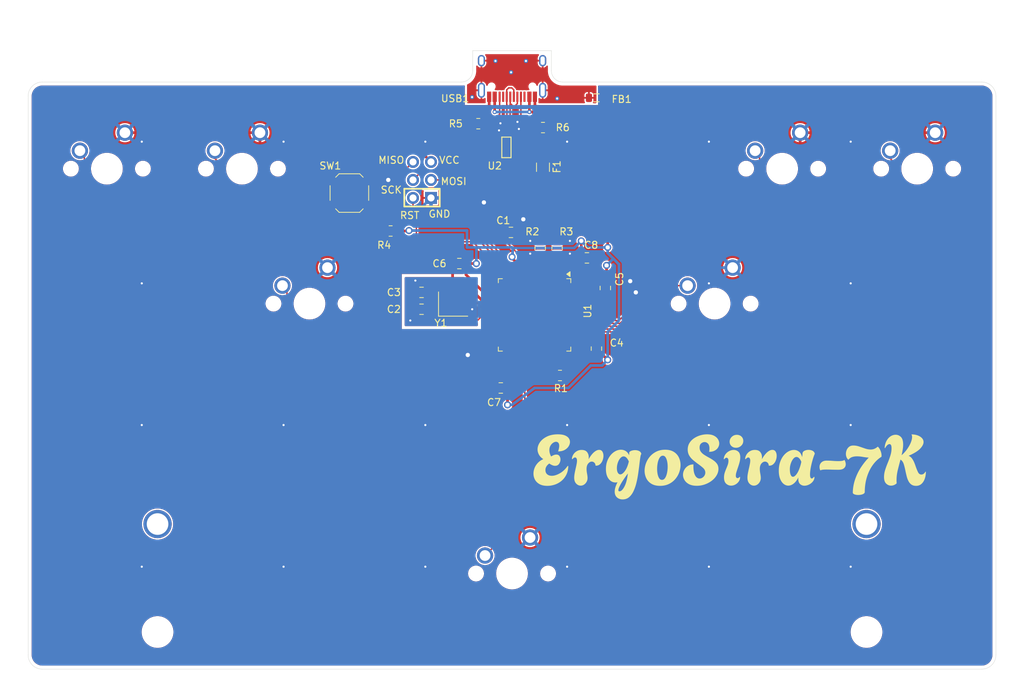
<source format=kicad_pcb>
(kicad_pcb (version 20241229) (generator "pcbnew") (generator_version "9.0")
  (layers (0 "F.Cu" signal) (2 "B.Cu" signal) (13 "F.Paste" user) (15 "B.Paste" user) (5 "F.SilkS" user "F.Silkscreen") (7 "B.SilkS" user "B.Silkscreen") (1 "F.Mask" user) (3 "B.Mask" user) (25 "Edge.Cuts" user))
  (net 0 "")
  (net 1 "Net-(U1-UCAP)")
  (net 2 "GND")
  (net 3 "XTAL1")
  (net 4 "XTAL2")
  (net 5 "+5V")
  (net 6 "VCC")
  (net 7 "RESET")
  (net 8 "MISO")
  (net 9 "SCK")
  (net 10 "MOSI")
  (net 11 "MX1")
  (net 12 "MX2")
  (net 13 "MX3")
  (net 14 "MX4")
  (net 15 "MX5")
  (net 16 "MX6")
  (net 17 "MX7")
  (net 18 "Net-(U1-~{HWB}{slash}PE2)")
  (net 19 "D+")
  (net 20 "D-")
  (net 21 "Net-(USB1-CC2)")
  (net 22 "Net-(USB1-CC1)")
  (net 41 "DN")
  (net 42 "DP")
  (net 43 "Earth")
  (footprint "Capacitor_SMD:C_0805_2012Metric" (layer "F.Cu") (at 158.2 88)
    (property "Reference" "C8")
    (property "Value" "10uF")
  )
  (footprint "marbastlib-mx:SW_MX_1u" (layer "F.Cu") (at 147.6375 132.55625)
    (property "Reference" "MX7" (hide yes))
    (property "Value" "MX_SW_solder")
  )
  (footprint "Capacitor_SMD:C_0805_2012Metric" (layer "F.Cu") (at 146.05 106.3625 180)
    (property "Reference" "C7")
    (property "Value" "0.1uF")
  )
  (footprint "Resistor_SMD:R_0805_2012Metric" (layer "F.Cu") (at 152 69.6)
    (property "Reference" "R6")
    (property "Value" "5.1k")
  )
  (footprint "marbastlib-mx:STAB_MX_P_6.25u" (layer "F.Cu") (at 147.6375 132.55625)
    (property "Reference" "S1" (hide yes))
    (property "Value" "MX_stab")
  )
  (footprint "Resistor_SMD:R_0805_2012Metric" (layer "F.Cu") (at 151.60625 86.6375 -90)
    (property "Reference" "R3")
    (property "Value" "22")
  )
  (footprint "Capacitor_SMD:C_0805_2012Metric" (layer "F.Cu") (at 134.871875 95.25 180)
    (property "Reference" "C2")
    (property "Value" "22pF")
  )
  (footprint "Capacitor_SMD:C_0805_2012Metric" (layer "F.Cu") (at 147.48125 84.4)
    (property "Reference" "C1")
    (property "Value" "1uF")
  )
  (footprint "Inductor_SMD:L_0805_2012Metric" (layer "F.Cu") (at 159.54375 65.4)
    (property "Reference" "FB1")
    (property "Value" "60@100MHz")
  )
  (footprint "marbastlib-mx:SW_MX_1u" (layer "F.Cu") (at 90.4875 75.40625)
    (property "Reference" "MX1" (hide yes))
    (property "Value" "MX_SW_solder")
  )
  (footprint "Type-C:HRO-TYPE-C-31-M-12-Assembly" (layer "F.Cu") (at 147.6375 57.55625 180)
    (property "Reference" "USB1")
    (property "Value" "HRO-TYPE-C-31-M-12")
  )
  (footprint "Resistor_SMD:R_0805_2012Metric" (layer "F.Cu") (at 130.5125 84.2 180)
    (property "Reference" "R4")
    (property "Value" "10k")
  )
  (footprint "marbastlib-mx:SW_MX_1u" (layer "F.Cu") (at 119.0625 94.45625)
    (property "Reference" "MX3" (hide yes))
    (property "Value" "MX_SW_solder")
  )
  (footprint "Package_QFP:TQFP-44_10x10mm_P0.8mm" (layer "F.Cu") (at 150.8125 96.04375 -90)
    (property "Reference" "U1")
    (property "Value" "ATmega32U4-A")
  )
  (footprint "random-keyboard-parts:Reset_Pretty-Mask" (layer "F.Cu") (at 134.9375 76.99375)
    (property "Reference" "J1")
    (property "Value" "AVR-ISP-6")
  )
  (footprint "Resistor_SMD:R_0805_2012Metric" (layer "F.Cu") (at 154.4 104.6)
    (property "Reference" "R1")
    (property "Value" "10k")
  )
  (footprint "Button_Switch_SMD:SW_SPST_SKQG_WithStem" (layer "F.Cu") (at 124.69375 78.84375)
    (property "Reference" "SW1")
    (property "Value" "SW_Push")
  )
  (footprint "Crystal:Crystal_SMD_3225-4Pin_3.2x2.5mm" (layer "F.Cu") (at 139.328125 94.5125)
    (property "Reference" "Y1")
    (property "Value" "Crystal_GND24_Small")
  )
  (footprint "Capacitor_SMD:C_0805_2012Metric" (layer "F.Cu") (at 134.871875 92.86875 180)
    (property "Reference" "C3")
    (property "Value" "22pF")
  )
  (footprint "Fuse:Fuse_1206_3216Metric" (layer "F.Cu") (at 152 75.2 -90)
    (property "Reference" "F1")
    (property "Value" "500mA")
  )
  (footprint "Capacitor_SMD:C_0805_2012Metric" (layer "F.Cu") (at 160.8 92.25 -90)
    (property "Reference" "C5")
    (property "Value" "0.1uF")
  )
  (footprint "Capacitor_SMD:C_0805_2012Metric" (layer "F.Cu") (at 140.2 88.8 180)
    (property "Reference" "C6")
    (property "Value" "0.1uF")
  )
  (footprint "Capacitor_SMD:C_0805_2012Metric" (layer "F.Cu") (at 159.54375 100.80625 90)
    (property "Reference" "C4")
    (property "Value" "0.1uF")
  )
  (footprint "marbastlib-mx:SW_MX_1u" (layer "F.Cu") (at 185.7375 75.40625)
    (property "Reference" "MX5" (hide yes))
    (property "Value" "MX_SW_solder")
  )
  (footprint "marbastlib-mx:SW_MX_1u" (layer "F.Cu") (at 204.7875 75.40625)
    (property "Reference" "MX6" (hide yes))
    (property "Value" "MX_SW_solder")
  )
  (footprint "marbastlib-mx:SW_MX_1u" (layer "F.Cu") (at 176.2125 94.45625)
    (property "Reference" "MX4" (hide yes))
    (property "Value" "MX_SW_solder")
  )
  (footprint "marbastlib-mx:SW_MX_1u" (layer "F.Cu") (at 109.5375 75.40625)
    (property "Reference" "MX2" (hide yes))
    (property "Value" "MX_SW_solder")
  )
  (footprint "random-keyboard-parts:SOT143B" (layer "F.Cu") (at 146.84375 72.4)
    (property "Reference" "U2")
    (property "Value" "PRTR5V0U2X")
  )
  (footprint "Resistor_SMD:R_0805_2012Metric" (layer "F.Cu") (at 142.875 69.05625 180)
    (property "Reference" "R5")
    (property "Value" "5.1k")
  )
  (footprint "Resistor_SMD:R_0805_2012Metric" (layer "F.Cu") (at 153.9875 86.6375 -90)
    (property "Reference" "R2")
    (property "Value" "22")
  )
  (gr_poly (pts (xy 175.218852 112.906713) (xy 175.289585 112.908923) (xy 175.358689 112.912604) (xy 175.426165 112.917759) (xy 175.492014 112.924387) (xy 175.556235 112.932487) (xy 175.618828 112.94206) (xy 175.679793 112.953106) (xy 175.739131 112.965624) (xy 175.79684 112.979616) (xy 175.852922 112.99508) (xy 175.907376 113.012017) (xy 175.960203 113.030427) (xy 176.011401 113.050309) (xy 176.060972 113.071664) (xy 176.108915 113.094492) (xy 176.155307 113.118483) (xy 176.200226 113.143327) (xy 176.243673 113.169023) (xy 176.285647 113.195571) (xy 176.326148 113.222973) (xy 176.365177 113.251227) (xy 176.402733 113.280334) (xy 176.438816 113.310293) (xy 176.473426 113.341105) (xy 176.506564 113.37277) (xy 176.538229 113.405287) (xy 176.568421 113.438658) (xy 176.59714 113.47288) (xy 176.624387 113.507956) (xy 176.650161 113.543884) (xy 176.674462 113.580664) (xy 176.69729 113.617949) (xy 176.718645 113.655388) (xy 176.738527 113.692983) (xy 176.756937 113.730733) (xy 176.773874 113.768637) (xy 176.789338 113.806697) (xy 176.80333 113.844912) (xy 176.815848 113.883282) (xy 176.826894 113.921806) (xy 176.836467 113.960486) (xy 176.844568 113.999321) (xy 176.851195 114.038311) (xy 176.85635 114.077456) (xy 176.860032 114.116756) (xy 176.862241 114.156211) (xy 176.862977 114.195821) (xy 176.862334 114.232935) (xy 176.860404 114.269863) (xy 176.857187 114.306605) (xy 176.852683 114.34316) (xy 176.846893 114.37953) (xy 176.839816 114.415714) (xy 176.831452 114.451712) (xy 176.821801 114.487524) (xy 176.810863 114.52315) (xy 176.798639 114.558589) (xy 176.785129 114.593843) (xy 176.770331 114.628911) (xy 176.754247 114.663792) (xy 176.736876 114.698488) (xy 176.718218 114.732997) (xy 176.698274 114.767321) (xy 176.677329 114.8009) (xy 176.655175 114.833673) (xy 176.631812 114.86564) (xy 176.60724 114.896801) (xy 176.581458 114.927156) (xy 176.554468 114.956705) (xy 176.526268 114.985447) (xy 176.496859 115.013383) (xy 176.466241 115.040513) (xy 176.434413 115.066837) (xy 176.401376 115.092355) (xy 176.36713 115.117067) (xy 176.331675 115.140972) (xy 176.295011 115.164071) (xy 176.257137 115.186365) (xy 176.218054 115.207852) (xy 176.177785 115.228277) (xy 176.136354 115.247384) (xy 176.093759 115.265174) (xy 176.050002 115.281646) (xy 176.005083 115.2968) (xy 175.959 115.310636) (xy 175.911755 115.323155) (xy 175.863347 115.334356) (xy 175.813777 115.344239) (xy 175.763044 115.352804) (xy 175.711147 115.360052) (xy 175.658089 115.365982) (xy 175.603867 115.370594) (xy 175.548483 115.373888) (xy 175.491935 115.375865) (xy 175.434226 115.376524) (xy 175.441357 115.3422) (xy 175.447868 115.308683) (xy 175.453759 115.275972) (xy 175.459031 115.244067) (xy 175.463682 115.212968) (xy 175.467712 115.182675) (xy 175.471123 115.153189) (xy 175.473914 115.124508) (xy 175.478255 115.068573) (xy 175.481355 115.015863) (xy 175.483216 114.966378) (xy 175.483681 114.942844) (xy 175.483836 114.920117) (xy 175.482998 114.859206) (xy 175.480487 114.800497) (xy 175.476301 114.743989) (xy 175.470441 114.689682) (xy 175.462907 114.637576) (xy 175.453698 114.587673) (xy 175.442815 114.53997) (xy 175.430258 114.494469) (xy 175.416026 114.451169) (xy 175.40012 114.410071) (xy 175.382539 114.371174) (xy 175.363285 114.334479) (xy 175.342356 114.299985) (xy 175.319752 114.267692) (xy 175.295474 114.237601) (xy 175.269522 114.209711) (xy 175.242803 114.184) (xy 175.215727 114.159947) (xy 175.188295 114.137553) (xy 175.160506 114.116818) (xy 175.13236 114.097741) (xy 175.103858 114.080324) (xy 175.075 114.064565) (xy 175.045785 114.050465) (xy 175.016213 114.038024) (xy 174.986285 114.027242) (xy 174.956 114.018118) (xy 174.925359 114.010654) (xy 174.894361 114.004848) (xy 174.863006 114.000701) (xy 174.831295 113.998213) (xy 174.799227 113.997383) (xy 174.768299 113.998104) (xy 174.737525 114.000267) (xy 174.706907 114.003871) (xy 174.676444 114.008917) (xy 174.646135 114.015405) (xy 174.615982 114.023335) (xy 174.585984 114.032707) (xy 174.556141 114.04352) (xy 174.526453 114.055775) (xy 174.49692 114.069472) (xy 174.467542 114.08461) (xy 174.438319 114.101191) (xy 174.409251 114.119213) (xy 174.380338 114.138677) (xy 174.35158 114.159582) (xy 174.322977 114.18193) (xy 174.295343 114.205626) (xy 174.269492 114.231074) (xy 174.245423 114.258274) (xy 174.223138 114.287226) (xy 174.202635 114.317929) (xy 174.183915 114.350384) (xy 174.166978 114.384592) (xy 174.151824 114.420551) (xy 174.138453 114.458262) (xy 174.126864 114.497724) (xy 174.117059 114.538939) (xy 174.109036 114.581905) (xy 174.102796 114.626623) (xy 174.098339 114.673093) (xy 174.095665 114.721315) (xy 174.094773 114.771289) (xy 174.095486 114.81431) (xy 174.097626 114.856555) (xy 174.101191 114.898025) (xy 174.106183 114.938721) (xy 174.112602 114.978641) (xy 174.120446 115.017786) (xy 174.129717 115.056155) (xy 174.140414 115.09375) (xy 174.152537 115.13057) (xy 174.166086 115.166614) (xy 174.181062 115.201883) (xy 174.197464 115.236377) (xy 174.215293 115.270096) (xy 174.234547 115.30304) (xy 174.255228 115.335208) (xy 174.277335 115.366601) (xy 174.300822 115.397375) (xy 174.325147 115.427683) (xy 174.350308 115.457526) (xy 174.376306 115.486904) (xy 174.403142 115.515817) (xy 174.430815 115.544265) (xy 174.459324 115.572248) (xy 174.488671 115.599765) (xy 174.518855 115.626818) (xy 174.549877 115.653405) (xy 174.581735 115.679528) (xy 174.614431 115.705185) (xy 174.647964 115.730378) (xy 174.682334 115.755105) (xy 174.717541 115.779367) (xy 174.753585 115.803164) (xy 174.827535 115.850138) (xy 174.902539 115.896802) (xy 174.978596 115.943156) (xy 175.055708 115.989199) (xy 175.213094 116.080357) (xy 175.374696 116.170274) (xy 175.458629 116.21548) (xy 175.541756 116.261803) (xy 175.624076 116.309242) (xy 175.705591 116.357797) (xy 175.786299 116.407469) (xy 175.8662 116.458256) (xy 175.945296 116.51016) (xy 176.023585 116.56318) (xy 176.062365 116.590016) (xy 176.100324 116.61744) (xy 176.137462 116.645454) (xy 176.173777 116.674057) (xy 176.209271 116.703249) (xy 176.243944 116.73303) (xy 176.277794 116.7634) (xy 176.310823 116.79436) (xy 176.343031 116.825908) (xy 176.374416 116.858046) (xy 176.40498 116.890772) (xy 176.434723 116.924088) (xy 176.463643 116.957993) (xy 176.491742 116.992487) (xy 176.51902 117.02757) (xy 176.545475 117.063243) (xy 176.570706 117.099791) (xy 176.594309 117.137501) (xy 176.616285 117.176375) (xy 176.636632 117.216411) (xy 176.655352 117.25761) (xy 176.672444 117.299972) (xy 176.687908 117.343496) (xy 176.701745 117.388183) (xy 176.713953 117.434033) (xy 176.724534 117.481046) (xy 176.733487 117.529221) (xy 176.740813 117.57856) (xy 176.74651 117.62906) (xy 176.750579 117.680724) (xy 176.753021 117.73355) (xy 176.753835 117.787539) (xy 176.752866 117.844489) (xy 176.749959 117.901237) (xy 176.745115 117.957784) (xy 176.738332 118.01413) (xy 176.729612 118.070274) (xy 176.718953 118.126216) (xy 176.706357 118.181957) (xy 176.691823 118.237496) (xy 176.675351 118.292834) (xy 176.656942 118.34797) (xy 176.636594 118.402905) (xy 176.614309 118.457638) (xy 176.590086 118.512169) (xy 176.563925 118.566499) (xy 176.535827 118.620628) (xy 176.50579 118.674555) (xy 176.474087 118.728242) (xy 176.440988 118.781153) (xy 176.406494 118.833289) (xy 176.370604 118.884651) (xy 176.33332 118.935237) (xy 176.29464 118.985048) (xy 176.254564 119.034083) (xy 176.213094 119.082344) (xy 176.170228 119.12983) (xy 176.125967 119.17654) (xy 176.08031 119.222475) (xy 176.033259 119.267635) (xy 175.984812 119.31202) (xy 175.93497 119.35563) (xy 175.883733 119.398464) (xy 175.831101 119.440523) (xy 175.777283 119.481428) (xy 175.722488 119.521294) (xy 175.666716 119.560121) (xy 175.609968 119.597909) (xy 175.552243 119.634659) (xy 175.493541 119.67037) (xy 175.433863 119.705042) (xy 175.373207 119.738675) (xy 175.311576 119.77127) (xy 175.248967 119.802827) (xy 175.185382 119.833344) (xy 175.12082 119.862823) (xy 175.055281 119.891263) (xy 174.988766 119.918664) (xy 174.921274 119.945027) (xy 174.852806 119.970351) (xy 174.783879 119.994381) (xy 174.714519 120.01686) (xy 174.644725 120.037789) (xy 174.574497 120.057168) (xy 174.503834 120.074996) (xy 174.432738 120.091274) (xy 174.361207 120.106002) (xy 174.289242 120.11918) (xy 174.216844 120.130807) (xy 174.144011 120.140884) (xy 174.070744 120.14941) (xy 173.997043 120.156387) (xy 173.922908 120.161813) (xy 173.848338 120.165688) (xy 173.773335 120.168014) (xy 173.697898 120.168789) (xy 173.615709 120.167897) (xy 173.535335 120.165223) (xy 173.456774 120.160766) (xy 173.380027 120.154526) (xy 173.305093 120.146504) (xy 173.231974 120.136698) (xy 173.160668 120.125109) (xy 173.091176 120.111738) (xy 173.023498 120.096584) (xy 172.957634 120.079647) (xy 172.893584 120.060927) (xy 172.831347 120.040425) (xy 172.770924 120.018139) (xy 172.712316 119.994071) (xy 172.655521 119.96822) (xy 172.60054 119.940586) (xy 172.547582 119.911557) (xy 172.49636 119.88152) (xy 172.446875 119.850475) (xy 172.399126 119.818423) (xy 172.353113 119.785363) (xy 172.308837 119.751295) (xy 172.266297 119.71622) (xy 172.225493 119.680137) (xy 172.186426 119.643046) (xy 172.149094 119.604948) (xy 172.1135 119.565842) (xy 172.079641 119.525728) (xy 172.047519 119.484606) (xy 172.017133 119.442477) (xy 171.988483 119.39934) (xy 171.96157 119.355195) (xy 171.936339 119.31047) (xy 171.912736 119.265589) (xy 171.890761 119.220553) (xy 171.870413 119.175361) (xy 171.851694 119.130015) (xy 171.834602 119.084514) (xy 171.819138 119.038858) (xy 171.805302 118.993047) (xy 171.793093 118.947081) (xy 171.782512 118.900959) (xy 171.773559 118.854683) (xy 171.766234 118.808252) (xy 171.760537 118.761666) (xy 171.756468 118.714924) (xy 171.754026 118.668028) (xy 171.753212 118.620977) (xy 171.75391 118.575227) (xy 171.756002 118.529757) (xy 171.759491 118.484566) (xy 171.764374 118.439654) (xy 171.770653 118.395021) (xy 171.778326 118.350667) (xy 171.787396 118.306593) (xy 171.79786 118.262797) (xy 171.80972 118.21928) (xy 171.822974 118.176043) (xy 171.837625 118.133084) (xy 171.85367 118.090404) (xy 171.871111 118.048004) (xy 171.889947 118.005882) (xy 171.910178 117.96404) (xy 171.931804 117.922476) (xy 171.954725 117.881254) (xy 171.97884 117.840931) (xy 172.004149 117.801507) (xy 172.030651 117.762982) (xy 172.058347 117.725357) (xy 172.087237 117.68863) (xy 172.11732 117.652803) (xy 172.148597 117.617875) (xy 172.181068 117.583846) (xy 172.214733 117.550716) (xy 172.249591 117.518486) (xy 172.285643 117.487154) (xy 172.322889 117.456722) (xy 172.361329 117.427189) (xy 172.400962 117.398555) (xy 172.441789 117.37082) (xy 172.483941 117.344388) (xy 172.527055 117.319661) (xy 172.57113 117.296639) (xy 172.616166 117.275322) (xy 172.662163 117.255711) (xy 172.709121 117.237805) (xy 172.757041 117.221604) (xy 172.805922 117.207109) (xy 172.855764 117.194319) (xy 172.906567 117.183235) (xy 172.958332 117.173855) (xy 173.011057 117.166181) (xy 173.064744 117.160213) (xy 173.119392 117.155949) (xy 173.175001 117.153391) (xy 173.231571 117.152539) (xy 173.229246 117.174615) (xy 173.22723 117.196195) (xy 173.225524 117.217279) (xy 173.224129 117.237867) (xy 173.223043 117.257959) (xy 173.222268 117.277554) (xy 173.221803 117.296654) (xy 173.221648 117.315258) (xy 173.221648 117.390664) (xy 173.223663 117.552453) (xy 173.229709 117.705436) (xy 173.239786 117.849613) (xy 173.253894 117.984985) (xy 173.272033 118.111551) (xy 173.294202 118.229311) (xy 173.320402 118.338265) (xy 173.335013 118.389441) (xy 173.350633 118.438414) (xy 173.367027 118.485194) (xy 173.383964 118.530285) (xy 173.401443 118.573685) (xy 173.419466 118.615396) (xy 173.43803 118.655417) (xy 173.457138 118.693748) (xy 173.476788 118.730389) (xy 173.49698 118.76534) (xy 173.517716 118.798602) (xy 173.538993 118.830173) (xy 173.560814 118.860055) (xy 173.583177 118.888247) (xy 173.606083 118.91475) (xy 173.629531 118.939562) (xy 173.653522 118.962684) (xy 173.678055 118.984117) (xy 173.702899 119.003821) (xy 173.727819 119.022255) (xy 173.752818 119.039416) (xy 173.777894 119.055307) (xy 173.803047 119.069926) (xy 173.828278 119.083274) (xy 173.853587 119.095351) (xy 173.878973 119.106157) (xy 173.904437 119.115691) (xy 173.929978 119.123954) (xy 173.955596 119.130946) (xy 173.981293 119.136667) (xy 174.007066 119.141116) (xy 174.032918 119.144294) (xy 174.058846 119.146201) (xy 174.084853 119.146836) (xy 174.124269 119.145852) (xy 174.163142 119.142899) (xy 174.201473 119.137977) (xy 174.239261 119.131086) (xy 174.276507 119.122226) (xy 174.31321 119.111397) (xy 174.349371 119.098599) (xy 174.384988 119.083833) (xy 174.420064 119.067097) (xy 174.454597 119.048393) (xy 174.488587 119.02772) (xy 174.522034 119.005077) (xy 174.554939 118.980467) (xy 174.587301 118.953887) (xy 174.619121 118.925338) (xy 174.650398 118.89482) (xy 174.680435 118.862745) (xy 174.708535 118.830018) (xy 174.734696 118.79664) (xy 174.758919 118.762611) (xy 174.781205 118.727931) (xy 174.801552 118.6926) (xy 174.819962 118.656618) (xy 174.836434 118.619984) (xy 174.850967 118.5827) (xy 174.863563 118.544764) (xy 174.874222 118.506177) (xy 174.882942 118.46694) (xy 174.889724 118.427051) (xy 174.894569 118.386511) (xy 174.897476 118.345319) (xy 174.898445 118.303477) (xy 174.897181 118.256697) (xy 174.893391 118.210614) (xy 174.887073 118.16523) (xy 174.878229 118.120542) (xy 174.866857 118.076553) (xy 174.852959 118.033261) (xy 174.836534 117.990666) (xy 174.817581 117.94877) (xy 174.796102 117.907571) (xy 174.772096 117.867069) (xy 174.745563 117.827265) (xy 174.716502 117.788159) (xy 174.684915 117.749751) (xy 174.650801 117.71204) (xy 174.61416 117.675026) (xy 174.574992 117.638711) (xy 174.491896 117.565847) (xy 174.403343 117.491123) (xy 174.309334 117.414538) (xy 174.209867 117.336094) (xy 174.104943 117.255789) (xy 173.994562 117.173623) (xy 173.878725 117.089597) (xy 173.75743 117.003711) (xy 173.616291 116.896058) (xy 173.470688 116.781461) (xy 173.320619 116.659918) (xy 173.166085 116.53143) (xy 173.127506 116.4983) (xy 173.089656 116.464395) (xy 173.052534 116.429715) (xy 173.016141 116.39426) (xy 172.980477 116.35803) (xy 172.945541 116.321024) (xy 172.911334 116.283244) (xy 172.877855 116.244688) (xy 172.845105 116.205357) (xy 172.813084 116.165251) (xy 172.781791 116.12437) (xy 172.751227 116.082713) (xy 172.721392 116.040282) (xy 172.692285 115.997075) (xy 172.663907 115.953093) (xy 172.636258 115.908336) (xy 172.609826 115.862424) (xy 172.585099 115.815474) (xy 172.562077 115.767484) (xy 172.54076 115.718456) (xy 172.521149 115.66839) (xy 172.503243 115.617284) (xy 172.487042 115.56514) (xy 172.472547 115.511957) (xy 172.459757 115.457736) (xy 172.448672 115.402476) (xy 172.439293 115.346177) (xy 172.431619 115.288839) (xy 172.42565 115.230463) (xy 172.421387 115.171048) (xy 172.418829 115.110594) (xy 172.417976 115.049102) (xy 172.418922 114.985075) (xy 172.421759 114.921978) (xy 172.426488 114.859811) (xy 172.433107 114.798574) (xy 172.441619 114.738268) (xy 172.452021 114.678892) (xy 172.464315 114.620446) (xy 172.4785 114.56293) (xy 172.494577 114.506344) (xy 172.512545 114.450689) (xy 172.532404 114.395963) (xy 172.554155 114.342168) (xy 172.577797 114.289303) (xy 172.60333 114.237368) (xy 172.630755 114.186364) (xy 172.66007 114.136289) (xy 172.691193 114.08716) (xy 172.72354 114.038993) (xy 172.757111 113.991786) (xy 172.791907 113.945541) (xy 172.827928 113.900257) (xy 172.865174 113.855934) (xy 172.903645 113.812573) (xy 172.94334 113.770172) (xy 172.98426 113.728733) (xy 173.026404 113.688255) (xy 173.069774 113.648738) (xy 173.114368 113.610182) (xy 173.160187 113.572587) (xy 173.207231 113.535954) (xy 173.255499 113.500282) (xy 173.304992 113.465571) (xy 173.355648 113.432084) (xy 173.406909 113.39959) (xy 173.458774 113.368088) (xy 173.511243 113.337578) (xy 173.564318 113.308061) (xy 173.617997 113.279535) (xy 173.67228 113.252002) (xy 173.727168 113.225461) (xy 173.782661 113.199912) (xy 173.838758 113.175356) (xy 173.89546 113.151791) (xy 173.952767 113.129219) (xy 174.010678 113.107639) (xy 174.069194 113.087051) (xy 174.128314 113.067455) (xy 174.18804 113.048852) (xy 174.308498 113.015366) (xy 174.428769 112.986344) (xy 174.548855 112.961787) (xy 174.668755 112.941696) (xy 174.788468 112.926069) (xy 174.907996 112.914907) (xy 175.027337 112.908209) (xy 175.146492 112.905977)) (fill yes) (layer "F.SilkS"))
  (gr_poly (pts (xy 178.943703 115.109578) (xy 178.989669 115.112416) (xy 179.03486 115.117144) (xy 179.079276 115.123764) (xy 179.122916 115.132275) (xy 179.165782 115.142677) (xy 179.207873 115.154971) (xy 179.249188 115.169156) (xy 179.289729 115.185233) (xy 179.329494 115.203201) (xy 179.368484 115.22306) (xy 179.406699 115.244811) (xy 179.444139 115.268453) (xy 179.480803 115.293986) (xy 179.516693 115.321411) (xy 179.551807 115.350727) (xy 179.585448 115.382415) (xy 179.616919 115.416459) (xy 179.64622 115.45286) (xy 179.67335 115.491617) (xy 179.698309 115.532731) (xy 179.721098 115.576201) (xy 179.741717 115.622028) (xy 179.760165 115.670211) (xy 179.776443 115.720751) (xy 179.790551 115.773647) (xy 179.802488 115.828899) (xy 179.812255 115.886508) (xy 179.819851 115.946473) (xy 179.825277 116.008795) (xy 179.828533 116.073473) (xy 179.829618 116.140508) (xy 179.828161 116.222891) (xy 179.823789 116.306328) (xy 179.816503 116.390819) (xy 179.806302 116.476364) (xy 179.793186 116.562963) (xy 179.777156 116.650617) (xy 179.758211 116.739324) (xy 179.736351 116.829086) (xy 179.686867 117.010284) (xy 179.63366 117.190738) (xy 179.576733 117.370448) (xy 179.516084 117.549414) (xy 179.456306 117.724907) (xy 179.4 117.894199) (xy 179.347167 118.05729) (xy 179.297805 118.21418) (xy 179.275946 118.289679) (xy 179.257001 118.362388) (xy 179.240971 118.432306) (xy 179.227855 118.499433) (xy 179.217654 118.563771) (xy 179.210368 118.625317) (xy 179.205996 118.684073) (xy 179.204539 118.740039) (xy 179.204826 118.763177) (xy 179.205686 118.785463) (xy 179.20712 118.806895) (xy 179.209128 118.827476) (xy 179.211709 118.847203) (xy 179.214864 118.866078) (xy 179.218593 118.8841) (xy 179.222895 118.90127) (xy 179.227771 118.917587) (xy 179.23322 118.933051) (xy 179.239243 118.947662) (xy 179.24584 118.961421) (xy 179.25301 118.974327) (xy 179.260753 118.986381) (xy 179.269071 118.997581) (xy 179.277961 119.00793) (xy 179.287441 119.017541) (xy 179.29703 119.026533) (xy 179.306727 119.034905) (xy 179.316532 119.042656) (xy 179.326447 119.049787) (xy 179.336469 119.056299) (xy 179.3466 119.06219) (xy 179.35684 119.067461) (xy 179.367188 119.072112) (xy 179.377645 119.076142) (xy 179.38821 119.079553) (xy 179.398884 119.082343) (xy 179.409666 119.084514) (xy 179.420557 119.086064) (xy 179.431557 119.086994) (xy 179.442665 119.087304) (xy 179.453804 119.087095) (xy 179.464896 119.086467) (xy 179.475942 119.085421) (xy 179.486941 119.083956) (xy 179.497894 119.082072) (xy 179.5088 119.07977) (xy 179.519659 119.077049) (xy 179.530473 119.07391) (xy 179.541239 119.070352) (xy 179.551959 119.066376) (xy 179.562633 119.061981) (xy 179.57326 119.057167) (xy 179.583841 119.051935) (xy 179.594375 119.046284) (xy 179.604863 119.040215) (xy 179.615304 119.033727) (xy 179.625792 119.026727) (xy 179.635923 119.019619) (xy 179.645698 119.012402) (xy 179.655116 119.005077) (xy 179.664178 118.997644) (xy 179.672883 118.990102) (xy 179.681231 118.982451) (xy 179.689223 118.974692) (xy 179.696858 118.966824) (xy 179.704137 118.958848) (xy 179.711059 118.950763) (xy 179.717625 118.942569) (xy 179.723833 118.934268) (xy 179.729685 118.925857) (xy 179.735181 118.917338) (xy 179.74032 118.908711) (xy 179.809771 118.928555) (xy 179.809011 118.974071) (xy 179.806733 119.018844) (xy 179.802935 119.062872) (xy 179.797617 119.106156) (xy 179.790781 119.148696) (xy 179.782425 119.190492) (xy 179.77255 119.231544) (xy 179.761155 119.271851) (xy 179.748242 119.311415) (xy 179.733809 119.350234) (xy 179.717856 119.38831) (xy 179.700385 119.425641) (xy 179.681394 119.462228) (xy 179.660883 119.49807) (xy 179.638854 119.533169) (xy 179.615304 119.567523) (xy 179.590872 119.601281) (xy 179.565695 119.634093) (xy 179.539774 119.665959) (xy 179.513109 119.69688) (xy 179.4857 119.726855) (xy 179.457546 119.755884) (xy 179.428649 119.783967) (xy 179.399007 119.811105) (xy 179.368621 119.837297) (xy 179.337491 119.862544) (xy 179.305617 119.886845) (xy 179.272999 119.9102) (xy 179.239636 119.932609) (xy 179.20553 119.954073) (xy 179.170679 119.974591) (xy 179.135085 119.994163) (xy 179.099041 120.012907) (xy 179.062842 120.03044) (xy 179.026488 120.046765) (xy 178.989979 120.061881) (xy 178.953315 120.075787) (xy 178.916495 120.088484) (xy 178.879521 120.099971) (xy 178.842392 120.11025) (xy 178.805107 120.119319) (xy 178.767668 120.127179) (xy 178.730073 120.13383) (xy 178.692323 120.139272) (xy 178.654419 120.143504) (xy 178.616359 120.146527) (xy 178.578144 120.148341) (xy 178.539774 120.148946) (xy 178.491715 120.147884) (xy 178.444276 120.144698) (xy 178.397457 120.139388) (xy 178.351258 120.131954) (xy 178.30568 120.122397) (xy 178.260721 120.110715) (xy 178.216383 120.09691) (xy 178.172665 120.080981) (xy 178.129567 120.062928) (xy 178.087088 120.042751) (xy 178.04523 120.02045) (xy 178.003993 119.996025) (xy 177.963375 119.969476) (xy 177.923377 119.940803) (xy 177.883999 119.910007) (xy 177.845241 119.877086) (xy 177.807995 119.841561) (xy 177.773152 119.803447) (xy 177.740712 119.762744) (xy 177.710676 119.719452) (xy 177.683042 119.673571) (xy 177.657811 119.625102) (xy 177.634983 119.574043) (xy 177.614558 119.520395) (xy 177.596536 119.464158) (xy 177.580917 119.405332) (xy 177.567701 119.343917) (xy 177.556887 119.279913) (xy 177.548477 119.213321) (xy 177.54247 119.144139) (xy 177.538865 119.072368) (xy 177.537664 118.998008) (xy 177.539121 118.911905) (xy 177.543493 118.827228) (xy 177.550779 118.743977) (xy 177.56098 118.662152) (xy 177.574096 118.581754) (xy 177.590126 118.502782) (xy 177.609071 118.425237) (xy 177.63093 118.349118) (xy 177.655207 118.273463) (xy 177.680414 118.198305) (xy 177.706552 118.123643) (xy 177.73362 118.049477) (xy 177.761618 117.975807) (xy 177.790547 117.902633) (xy 177.820406 117.829955) (xy 177.851195 117.757774) (xy 177.910974 117.614899) (xy 177.96728 117.474008) (xy 178.020115 117.335102) (xy 178.069477 117.19818) (xy 178.091336 117.129812) (xy 178.110281 117.06163) (xy 178.126311 116.993634) (xy 178.139427 116.925824) (xy 178.149628 116.8582) (xy 178.156914 116.790763) (xy 178.161286 116.723511) (xy 178.162379 116.689955) (xy 178.162743 116.656445) (xy 178.162433 116.627207) (xy 178.161503 116.599022) (xy 178.159952 116.571892) (xy 178.157782 116.545816) (xy 178.154991 116.520795) (xy 178.151581 116.496827) (xy 178.14755 116.473914) (xy 178.142899 116.452055) (xy 178.137628 116.43125) (xy 178.131737 116.411499) (xy 178.125225 116.392803) (xy 178.118094 116.375161) (xy 178.110342 116.358572) (xy 178.101971 116.343038) (xy 178.092979 116.328559) (xy 178.083367 116.315133) (xy 178.073329 116.302397) (xy 178.063058 116.290483) (xy 178.052555 116.279391) (xy 178.041819 116.26912) (xy 178.03085 116.259671) (xy 178.01965 116.251044) (xy 178.008216 116.243238) (xy 177.996551 116.236254) (xy 177.984652 116.230091) (xy 177.972521 116.22475) (xy 177.960158 116.220231) (xy 177.947561 116.216534) (xy 177.934733 116.213658) (xy 177.921672 116.211604) (xy 177.908378 116.210372) (xy 177.894851 116.209961) (xy 177.873806 116.210813) (xy 177.852839 116.213371) (xy 177.831948 116.217635) (xy 177.811136 116.223603) (xy 177.790401 116.231277) (xy 177.769743 116.240657) (xy 177.749163 116.251741) (xy 177.72866 116.264531) (xy 177.708235 116.279026) (xy 177.687887 116.295227) (xy 177.667617 116.313133) (xy 177.647425 116.332744) (xy 177.62731 116.354061) (xy 177.607272 116.377083) (xy 177.587312 116.40181) (xy 177.56743 116.428242) (xy 177.497976 116.388555) (xy 177.503619 116.339395) (xy 177.510626 116.291134) (xy 177.518998 116.243773) (xy 177.528734 116.197311) (xy 177.539834 116.151748) (xy 177.552298 116.107084) (xy 177.566127 116.063319) (xy 177.58132 116.020453) (xy 177.597877 115.978487) (xy 177.615799 115.93742) (xy 177.635084 115.897252) (xy 177.655734 115.857983) (xy 177.677749 115.819613) (xy 177.701127 115.782143) (xy 177.72587 115.745571) (xy 177.751977 115.709899) (xy 177.778906 115.674917) (xy 177.80661 115.640911) (xy 177.835089 115.607882) (xy 177.864343 115.575829) (xy 177.894372 115.544754) (xy 177.925176 115.514655) (xy 177.956755 115.485533) (xy 177.98911 115.457387) (xy 178.02224 115.430218) (xy 178.056145 115.404026) (xy 178.090824 115.37881) (xy 178.12628 115.354572) (xy 178.16251 115.331309) (xy 178.199515 115.309024) (xy 178.237295 115.287715) (xy 178.275851 115.267383) (xy 178.315019 115.248159) (xy 178.354141 115.230176) (xy 178.393216 115.213433) (xy 178.432244 115.19793) (xy 178.471227 115.183667) (xy 178.510162 115.170644) (xy 178.549052 115.158862) (xy 178.587894 115.14832) (xy 178.626691 115.139019) (xy 178.66544 115.130957) (xy 178.704143 115.124136) (xy 178.7428 115.118555) (xy 178.78141 115.114214) (xy 178.819974 115.111113) (xy 178.858491 115.109253) (xy 178.896962 115.108633)) (fill yes) (layer "F.SilkS"))
  (gr_poly (pts (xy 154.254528 112.908395) (xy 154.398985 112.915651) (xy 154.535565 112.927743) (xy 154.664271 112.944672) (xy 154.72567 112.954951) (xy 154.7851 112.966438) (xy 154.842562 112.979135) (xy 154.898055 112.993041) (xy 154.951579 113.008157) (xy 155.003133 113.024481) (xy 155.05272 113.042015) (xy 155.100337 113.060758) (xy 155.145931 113.080214) (xy 155.189944 113.100384) (xy 155.232375 113.121266) (xy 155.273226 113.142862) (xy 155.312495 113.16517) (xy 155.350182 113.188192) (xy 155.386289 113.211927) (xy 155.420814 113.236375) (xy 155.453757 113.261537) (xy 155.48512 113.287411) (xy 155.514901 113.313998) (xy 155.543101 113.341299) (xy 155.569719 113.369313) (xy 155.594756 113.39804) (xy 155.618212 113.42748) (xy 155.640087 113.457633) (xy 155.660512 113.488034) (xy 155.679619 113.518715) (xy 155.697409 113.549674) (xy 155.713881 113.580912) (xy 155.729035 113.61243) (xy 155.742872 113.644226) (xy 155.75539 113.676302) (xy 155.766591 113.708657) (xy 155.776474 113.74129) (xy 155.78504 113.774203) (xy 155.792287 113.807395) (xy 155.798217 113.840866) (xy 155.802829 113.874615) (xy 155.806123 113.908644) (xy 155.8081 113.942952) (xy 155.808759 113.977539) (xy 155.807984 114.017204) (xy 155.805658 114.056821) (xy 155.801783 114.096393) (xy 155.796357 114.135917) (xy 155.78938 114.175396) (xy 155.780854 114.214827) (xy 155.770777 114.254212) (xy 155.75915 114.293551) (xy 155.745972 114.332843) (xy 155.731244 114.372089) (xy 155.714966 114.411288) (xy 155.697138 114.450441) (xy 155.677759 114.489547) (xy 155.65683 114.528606) (xy 155.634351 114.56762) (xy 155.610322 114.606586) (xy 155.584843 114.645328) (xy 155.558015 114.683171) (xy 155.529838 114.720114) (xy 155.500313 114.756158) (xy 155.469439 114.791303) (xy 155.437216 114.825549) (xy 155.403644 114.858896) (xy 155.368724 114.891344) (xy 155.332455 114.922892) (xy 155.294837 114.953541) (xy 155.25587 114.983292) (xy 155.215555 115.012142) (xy 155.173891 115.040094) (xy 155.130878 115.067147) (xy 155.086516 115.0933) (xy 155.040806 115.118555) (xy 154.993537 115.142584) (xy 154.944998 115.165064) (xy 154.895187 115.185992) (xy 154.844105 115.205371) (xy 154.791751 115.223199) (xy 154.738127 115.239478) (xy 154.683231 115.254205) (xy 154.627064 115.267383) (xy 154.569625 115.27901) (xy 154.510916 115.289087) (xy 154.450935 115.297613) (xy 154.389683 115.30459) (xy 154.327159 115.310016) (xy 154.263365 115.313891) (xy 154.198299 115.316217) (xy 154.131962 115.316992) (xy 154.169169 115.20289) (xy 154.201415 115.09375) (xy 154.2287 114.98957) (xy 154.251024 114.890352) (xy 154.268388 114.796094) (xy 154.28079 114.706797) (xy 154.288231 114.622461) (xy 154.290092 114.582154) (xy 154.290712 114.543086) (xy 154.290208 114.505298) (xy 154.288697 114.468827) (xy 154.286177 114.433674) (xy 154.28265 114.399839) (xy 154.278116 114.367322) (xy 154.272573 114.336122) (xy 154.266023 114.30624) (xy 154.258466 114.277676) (xy 154.2499 114.25043) (xy 154.240327 114.224501) (xy 154.229747 114.19989) (xy 154.218158 114.176597) (xy 154.205562 114.154621) (xy 154.191958 114.133964) (xy 154.177347 114.114624) (xy 154.161728 114.096602) (xy 154.145372 114.079781) (xy 154.128552 114.064046) (xy 154.111266 114.049395) (xy 154.093515 114.03583) (xy 154.075299 114.023351) (xy 154.056618 114.011956) (xy 154.037472 114.001646) (xy 154.017861 113.992422) (xy 153.997784 113.984283) (xy 153.977243 113.977229) (xy 153.956236 113.971261) (xy 153.934765 113.966377) (xy 153.912828 113.962579) (xy 153.890426 113.959866) (xy 153.867559 113.958238) (xy 153.844228 113.957696) (xy 153.81933 113.958277) (xy 153.794246 113.960021) (xy 153.768976 113.962928) (xy 153.743521 113.966997) (xy 153.717879 113.97223) (xy 153.692051 113.978625) (xy 153.666037 113.986182) (xy 153.639837 113.994903) (xy 153.613451 114.004786) (xy 153.586879 114.015832) (xy 153.560121 114.02804) (xy 153.533177 114.041411) (xy 153.506047 114.055945) (xy 153.478731 114.071642) (xy 153.451229 114.088502) (xy 153.42354 114.106524) (xy 153.395806 114.125592) (xy 153.36866 114.145591) (xy 153.342103 114.16652) (xy 153.316136 114.188379) (xy 153.290758 114.211168) (xy 153.265969 114.234888) (xy 153.241769 114.259538) (xy 153.218158 114.285117) (xy 153.195136 114.311628) (xy 153.172703 114.339068) (xy 153.150859 114.367438) (xy 153.129605 114.396739) (xy 153.108939 114.426969) (xy 153.088863 114.45813) (xy 153.069376 114.490221) (xy 153.050478 114.523242) (xy 153.032456 114.557078) (xy 153.015596 114.59161) (xy 152.999899 114.626841) (xy 152.985365 114.662769) (xy 152.971994 114.699394) (xy 152.959786 114.736718) (xy 152.94874 114.774739) (xy 152.938857 114.813457) (xy 152.930136 114.852873) (xy 152.922579 114.892987) (xy 152.916184 114.933799) (xy 152.910951 114.975308) (xy 152.906882 115.017514) (xy 152.903975 115.060419) (xy 152.902231 115.104021) (xy 152.90165 115.148321) (xy 152.90258 115.196163) (xy 152.90537 115.245431) (xy 152.910021 115.296126) (xy 152.916532 115.348246) (xy 152.924904 115.401794) (xy 152.935136 115.456767) (xy 152.947228 115.513167) (xy 152.961181 115.570993) (xy 152.977149 115.628973) (xy 152.995287 115.68683) (xy 153.015596 115.744563) (xy 153.038075 115.802172) (xy 153.062725 115.859657) (xy 153.089545 115.917018) (xy 153.118536 115.974255) (xy 153.149696 116.031367) (xy 153.20374 115.997788) (xy 153.256729 115.966503) (xy 153.308663 115.937513) (xy 153.359544 115.910817) (xy 153.409371 115.886415) (xy 153.458143 115.864308) (xy 153.505861 115.844495) (xy 153.552525 115.826976) (xy 153.597638 115.812094) (xy 153.641697 115.799195) (xy 153.684703 115.788281) (xy 153.726654 115.779351) (xy 153.76755 115.772406) (xy 153.807393 115.767445) (xy 153.826919 115.765709) (xy 153.846181 115.764469) (xy 153.86518 115.763724) (xy 153.883915 115.763476) (xy 153.921704 115.764306) (xy 153.958174 115.766794) (xy 153.993327 115.770941) (xy 154.027162 115.776747) (xy 154.05968 115.784212) (xy 154.090879 115.793335) (xy 154.120761 115.804117) (xy 154.149325 115.816558) (xy 154.176572 115.830658) (xy 154.2025 115.846417) (xy 154.227111 115.863835) (xy 154.250404 115.882911) (xy 154.27238 115.903646) (xy 154.293038 115.92604) (xy 154.312377 115.950093) (xy 154.3304 115.975805) (xy 154.34722 116.002803) (xy 154.362956 116.03022) (xy 154.377606 116.058055) (xy 154.391171 116.08631) (xy 154.403651 116.114982) (xy 154.415046 116.144073) (xy 154.425355 116.173583) (xy 154.434579 116.203512) (xy 154.442718 116.233859) (xy 154.449772 116.264624) (xy 154.455741 116.295808) (xy 154.460624 116.327411) (xy 154.464422 116.359432) (xy 154.467136 116.391872) (xy 154.468763 116.42473) (xy 154.469306 116.458007) (xy 154.468554 116.497579) (xy 154.466298 116.536918) (xy 154.462539 116.576024) (xy 154.457276 116.614898) (xy 154.450509 116.653539) (xy 154.442238 116.691947) (xy 154.432463 116.730123) (xy 154.421185 116.768067) (xy 154.408403 116.805778) (xy 154.394117 116.843256) (xy 154.378327 116.880502) (xy 154.361033 116.917515) (xy 154.342236 116.954296) (xy 154.321935 116.990844) (xy 154.30013 117.027159) (xy 154.276821 117.063243) (xy 154.2518 117.098085) (xy 154.225352 117.13068) (xy 154.211593 117.146135) (xy 154.197477 117.161027) (xy 154.183005 117.175357) (xy 154.168177 117.189126) (xy 154.152992 117.202333) (xy 154.13745 117.214977) (xy 154.121552 117.22706) (xy 154.105297 117.23858) (xy 154.088686 117.249539) (xy 154.071718 117.259935) (xy 154.054393 117.26977) (xy 154.036712 117.279043) (xy 154.018674 117.287753) (xy 154.00028 117.295902) (xy 153.981529 117.303489) (xy 153.962422 117.310514) (xy 153.942958 117.316976) (xy 153.923138 117.322877) (xy 153.882427 117.332993) (xy 153.84029 117.340861) (xy 153.796727 117.34648) (xy 153.751737 117.349852) (xy 153.705322 117.350976) (xy 153.661448 117.349697) (xy 153.616645 117.34586) (xy 153.570911 117.339465) (xy 153.524247 117.330513) (xy 153.476653 117.319002) (xy 153.428129 117.304933) (xy 153.378675 117.288306) (xy 153.32829 117.269121) (xy 153.276976 117.247378) (xy 153.224731 117.223077) (xy 153.171556 117.196218) (xy 153.11745 117.166802) (xy 153.062415 117.134827) (xy 153.006449 117.100294) (xy 152.949554 117.063203) (xy 152.891728 117.023555) (xy 152.825646 117.072467) (xy 152.763829 117.122463) (xy 152.706274 117.173546) (xy 152.652983 117.225713) (xy 152.603955 117.278966) (xy 152.55919 117.333303) (xy 152.518689 117.388726) (xy 152.48245 117.445234) (xy 152.450476 117.502828) (xy 152.422764 117.561506) (xy 152.399316 117.62127) (xy 152.380131 117.682119) (xy 152.365209 117.744053) (xy 152.354551 117.807073) (xy 152.348156 117.871177) (xy 152.346025 117.936367) (xy 152.347017 117.986441) (xy 152.349993 118.034966) (xy 152.354954 118.081939) (xy 152.3619 118.127363) (xy 152.370829 118.171236) (xy 152.381743 118.213559) (xy 152.394642 118.254332) (xy 152.409525 118.293554) (xy 152.426392 118.331227) (xy 152.445243 118.367349) (xy 152.466079 118.40192) (xy 152.4889 118.434941) (xy 152.513704 118.466412) (xy 152.540493 118.496333) (xy 152.569267 118.524704) (xy 152.600025 118.551524) (xy 152.632092 118.576755) (xy 152.665292 118.600358) (xy 152.699623 118.622333) (xy 152.735086 118.642681) (xy 152.771681 118.661401) (xy 152.809407 118.678493) (xy 152.848265 118.693957) (xy 152.888255 118.707793) (xy 152.929377 118.720002) (xy 152.97163 118.730582) (xy 153.015015 118.739535) (xy 153.059532 118.74686) (xy 153.10518 118.752558) (xy 153.15196 118.756627) (xy 153.199872 118.759069) (xy 153.248915 118.759883) (xy 153.312632 118.758503) (xy 153.37728 118.754364) (xy 153.442857 118.747465) (xy 153.509364 118.737807) (xy 153.576802 118.725389) (xy 153.64517 118.710211) (xy 153.714468 118.692274) (xy 153.784696 118.671578) (xy 153.855855 118.648122) (xy 153.927943 118.621907) (xy 154.000962 118.592932) (xy 154.074911 118.561197) (xy 154.14979 118.526703) (xy 154.2256 118.489449) (xy 154.302339 118.449436) (xy 154.380009 118.406664) (xy 154.457601 118.36138) (xy 154.534108 118.313336) (xy 154.60953 118.262533) (xy 154.683866 118.208971) (xy 154.757118 118.152649) (xy 154.829284 118.093567) (xy 154.900365 118.031726) (xy 154.970361 117.967125) (xy 155.039271 117.899765) (xy 155.107096 117.829645) (xy 155.173837 117.756766) (xy 155.239491 117.681127) (xy 155.304061 117.602729) (xy 155.367546 117.521571) (xy 155.429945 117.437653) (xy 155.491259 117.350976) (xy 155.570634 117.400586) (xy 155.567208 117.486728) (xy 155.56189 117.571521) (xy 155.554681 117.654965) (xy 155.545581 117.737061) (xy 155.534589 117.817808) (xy 155.521706 117.897206) (xy 155.506932 117.975256) (xy 155.490267 118.051957) (xy 155.47171 118.127309) (xy 155.451261 118.201312) (xy 155.428921 118.273966) (xy 155.40469 118.345272) (xy 155.378568 118.415229) (xy 155.350554 118.483837) (xy 155.320649 118.551097) (xy 155.288853 118.617008) (xy 155.25525 118.681321) (xy 155.220423 118.744287) (xy 155.184371 118.805903) (xy 155.147094 118.866171) (xy 155.108592 118.925089) (xy 155.068866 118.982659) (xy 155.027915 119.038881) (xy 154.985739 119.093753) (xy 154.942339 119.147277) (xy 154.897714 119.199452) (xy 154.851864 119.250279) (xy 154.804789 119.299756) (xy 154.75649 119.347885) (xy 154.706966 119.394665) (xy 154.656217 119.440096) (xy 154.604243 119.484179) (xy 154.551045 119.526913) (xy 154.497118 119.568298) (xy 154.442462 119.608335) (xy 154.387078 119.647022) (xy 154.330965 119.684361) (xy 154.274124 119.720351) (xy 154.216554 119.754993) (xy 154.158255 119.788285) (xy 154.099227 119.820229) (xy 154.039471 119.850824) (xy 153.978987 119.88007) (xy 153.917773 119.907968) (xy 153.855832 119.934517) (xy 153.793161 119.959717) (xy 153.729762 119.983568) (xy 153.665634 120.00607) (xy 153.536339 120.046533) (xy 153.406425 120.0816) (xy 153.27589 120.111273) (xy 153.144736 120.13555) (xy 153.012961 120.154433) (xy 152.880566 120.16792) (xy 152.747551 120.176013) (xy 152.613915 120.17871) (xy 152.531711 120.177765) (xy 152.45129 120.174928) (xy 152.372651 120.170199) (xy 152.295795 120.163579) (xy 152.220722 120.155068) (xy 152.147432 120.144666) (xy 152.075925 120.132372) (xy 152.006201 120.118187) (xy 151.938259 120.102111) (xy 151.8721 120.084143) (xy 151.807724 120.064284) (xy 151.745131 120.042533) (xy 151.684321 120.018891) (xy 151.625294 119.993358) (xy 151.568049 119.965934) (xy 151.512587 119.936618) (xy 151.458908 119.905526) (xy 151.407012 119.873272) (xy 151.356899 119.839856) (xy 151.308569 119.805277) (xy 151.262021 119.769534) (xy 151.217256 119.73263) (xy 151.174275 119.694562) (xy 151.133075 119.655332) (xy 151.093659 119.614939) (xy 151.056026 119.573383) (xy 151.020175 119.530665) (xy 150.986108 119.486784) (xy 150.953823 119.44174) (xy 150.923321 119.395534) (xy 150.894602 119.348164) (xy 150.867665 119.299632) (xy 150.842434 119.250511) (xy 150.818831 119.200879) (xy 150.796856 119.150735) (xy 150.776508 119.100079) (xy 150.757788 119.048912) (xy 150.740696 118.997233) (xy 150.725232 118.945042) (xy 150.711396 118.89234) (xy 150.699187 118.839126) (xy 150.688607 118.785401) (xy 150.679654 118.731164) (xy 150.672328 118.676415) (xy 150.666631 118.621155) (xy 150.662562 118.565383) (xy 150.66012 118.5091) (xy 150.659306 118.452305) (xy 150.659926 118.401494) (xy 150.661786 118.350761) (xy 150.664887 118.300105) (xy 150.669228 118.249526) (xy 150.674809 118.199026) (xy 150.68163 118.148602) (xy 150.689692 118.098256) (xy 150.698993 118.047988) (xy 150.709536 117.997797) (xy 150.721318 117.947684) (xy 150.73434 117.897648) (xy 150.748603 117.84769) (xy 150.764106 117.797809) (xy 150.780849 117.748006) (xy 150.798832 117.698281) (xy 150.818056 117.648633) (xy 150.838504 117.599295) (xy 150.860162 117.550499) (xy 150.883029 117.502246) (xy 150.907105 117.454536) (xy 150.93239 117.407368) (xy 150.958885 117.360743) (xy 150.986588 117.314661) (xy 151.015501 117.269121) (xy 151.045623 117.224124) (xy 151.076955 117.179669) (xy 151.109496 117.135757) (xy 151.143245 117.092388) (xy 151.178205 117.049561) (xy 151.214373 117.007277) (xy 151.25175 116.965535) (xy 151.290337 116.924336) (xy 151.329808 116.883951) (xy 151.370332 116.844651) (xy 151.411911 116.806436) (xy 151.454544 116.769307) (xy 151.498231 116.733262) (xy 151.542973 116.698303) (xy 151.588769 116.664429) (xy 151.635618 116.631641) (xy 151.683522 116.599937) (xy 151.732481 116.569319) (xy 151.782493 116.539786) (xy 151.83356 116.511338) (xy 151.885681 116.483975) (xy 151.938856 116.457698) (xy 151.993085 116.432505) (xy 152.048368 116.408398) (xy 151.998317 116.375742) (xy 151.949863 116.342263) (xy 151.903005 116.307963) (xy 151.857744 116.272841) (xy 151.81408 116.236897) (xy 151.772013 116.200132) (xy 151.731543 116.162545) (xy 151.692669 116.124137) (xy 151.655392 116.084907) (xy 151.619712 116.044855) (xy 151.585629 116.003981) (xy 151.553143 115.962286) (xy 151.522253 115.919769) (xy 151.49296 115.876431) (xy 151.465264 115.832271) (xy 151.439165 115.787289) (xy 151.414415 115.742005) (xy 151.391261 115.696442) (xy 151.369704 115.6506) (xy 151.349744 115.604479) (xy 151.331381 115.558079) (xy 151.314615 115.511399) (xy 151.299445 115.464441) (xy 151.285872 115.417203) (xy 151.273896 115.369687) (xy 151.263517 115.321891) (xy 151.254735 115.273817) (xy 151.247549 115.225463) (xy 151.24196 115.176831) (xy 151.237968 115.127919) (xy 151.235573 115.078728) (xy 151.234775 115.029258) (xy 151.236092 114.964882) (xy 151.240046 114.900739) (xy 151.246635 114.836828) (xy 151.255859 114.77315) (xy 151.267718 114.709704) (xy 151.282214 114.646491) (xy 151.299344 114.58351) (xy 151.319111 114.520762) (xy 151.341512 114.458247) (xy 151.36655 114.395963) (xy 151.394222 114.333913) (xy 151.424531 114.272095) (xy 151.457474 114.21051) (xy 151.493053 114.149157) (xy 151.531268 114.088037) (xy 151.572118 114.027149) (xy 151.615488 113.967036) (xy 151.66126 113.908241) (xy 151.709436 113.850764) (xy 151.760014 113.794605) (xy 151.812995 113.739763) (xy 151.868379 113.686239) (xy 151.926167 113.634033) (xy 151.986357 113.583145) (xy 152.04895 113.533574) (xy 152.113946 113.485321) (xy 152.181345 113.438386) (xy 152.251147 113.392769) (xy 152.323352 113.348469) (xy 152.39796 113.305487) (xy 152.47497 113.263823) (xy 152.554384 113.223477) (xy 152.636007 113.185029) (xy 152.719645 113.149063) (xy 152.805299 113.115576) (xy 152.892968 113.084571) (xy 152.982653 113.056045) (xy 153.074352 113.03) (xy 153.168068 113.006436) (xy 153.263798 112.985352) (xy 153.361544 112.966748) (xy 153.461305 112.950625) (xy 153.563082 112.936983) (xy 153.666874 112.925821) (xy 153.772682 112.917139) (xy 153.880505 112.910938) (xy 153.990343 112.907217) (xy 154.102197 112.905977)) (fill yes) (layer "F.SilkS"))
  (gr_poly (pts (xy 184.39302 115.09968) (xy 184.430731 115.102587) (xy 184.467124 115.107432) (xy 184.502199 115.114214) (xy 184.535957 115.122934) (xy 184.568397 115.133593) (xy 184.599519 115.146189) (xy 184.629323 115.160723) (xy 184.65781 115.177195) (xy 184.684978 115.195605) (xy 184.710829 115.215952) (xy 184.735362 115.238238) (xy 184.758578 115.262461) (xy 184.780476 115.288622) (xy 184.801056 115.316721) (xy 184.820318 115.346758) (xy 184.83834 115.378151) (xy 184.8552 115.41032) (xy 184.870897 115.443264) (xy 184.885431 115.476982) (xy 184.898803 115.511476) (xy 184.911011 115.546746) (xy 184.922057 115.58279) (xy 184.93194 115.619609) (xy 184.940661 115.657204) (xy 184.948219 115.695574) (xy 184.954614 115.734719) (xy 184.959846 115.774639) (xy 184.963916 115.815334) (xy 184.966823 115.856804) (xy 184.968567 115.89905) (xy 184.969148 115.942071) (xy 184.968668 115.981797) (xy 184.967226 116.021601) (xy 184.964823 116.061482) (xy 184.961458 116.10144) (xy 184.957133 116.141477) (xy 184.951846 116.181591) (xy 184.945598 116.221782) (xy 184.938389 116.262051) (xy 184.930219 116.302397) (xy 184.921088 116.342821) (xy 184.910995 116.383322) (xy 184.899941 116.423901) (xy 184.887927 116.464558) (xy 184.874951 116.505292) (xy 184.861014 116.546103) (xy 184.846116 116.586992) (xy 184.830032 116.627478) (xy 184.813033 116.667081) (xy 184.79512 116.705799) (xy 184.776291 116.743634) (xy 184.756548 116.780586) (xy 184.735891 116.816653) (xy 184.714318 116.851837) (xy 184.691831 116.886137) (xy 184.66843 116.919554) (xy 184.644113 116.952087) (xy 184.618882 116.983736) (xy 184.592736 117.014501) (xy 184.565676 117.044383) (xy 184.5377 117.073381) (xy 184.508811 117.101496) (xy 184.479006 117.128727) (xy 184.448094 117.1544) (xy 184.416375 117.178336) (xy 184.38385 117.200536) (xy 184.350519 117.221) (xy 184.316381 117.239728) (xy 184.281438 117.256719) (xy 184.245688 117.271974) (xy 184.209133 117.285492) (xy 184.171771 117.297274) (xy 184.133603 117.30732) (xy 184.094628 117.31563) (xy 184.054848 117.322203) (xy 184.014261 117.32704) (xy 183.972869 117.330141) (xy 183.93067 117.331505) (xy 183.887664 117.331133) (xy 183.847976 117.311289) (xy 183.846155 117.27947) (xy 183.84317 117.248502) (xy 183.839023 117.218388) (xy 183.833713 117.189126) (xy 183.827241 117.160717) (xy 183.819605 117.13316) (xy 183.810807 117.106457) (xy 183.800847 117.080605) (xy 183.789723 117.055607) (xy 183.777437 117.031461) (xy 183.763988 117.008168) (xy 183.749376 116.985727) (xy 183.733602 116.964139) (xy 183.716664 116.943404) (xy 183.698564 116.923522) (xy 183.679302 116.904492) (xy 183.659304 116.88647) (xy 183.638995 116.86961) (xy 183.618377 116.853914) (xy 183.597449 116.83938) (xy 183.57621 116.826008) (xy 183.554661 116.8138) (xy 183.532803 116.802754) (xy 183.510634 116.792871) (xy 183.488155 116.78415) (xy 183.465365 116.776593) (xy 183.442266 116.770198) (xy 183.418857 116.764966) (xy 183.395137 116.760896) (xy 183.371107 116.757989) (xy 183.346767 116.756245) (xy 183.322117 116.755664) (xy 183.288763 116.75671) (xy 183.255672 116.75985) (xy 183.222845 116.765082) (xy 183.190281 116.772407) (xy 183.15798 116.781825) (xy 183.125944 116.793336) (xy 183.094171 116.80694) (xy 183.062661 116.822637) (xy 183.031415 116.840426) (xy 183.000433 116.860309) (xy 182.969713 116.882284) (xy 182.939258 116.906353) (xy 182.909066 116.932514) (xy 182.879137 116.960768) (xy 182.849472 116.991115) (xy 182.820071 117.023555) (xy 182.791956 117.057971) (xy 182.765654 117.094248) (xy 182.741167 117.132385) (xy 182.718494 117.172383) (xy 182.697634 117.214241) (xy 182.678589 117.257959) (xy 182.661357 117.303537) (xy 182.645939 117.350976) (xy 182.632335 117.400276) (xy 182.620545 117.451435) (xy 182.610569 117.504455) (xy 182.602407 117.559336) (xy 182.596058 117.616076) (xy 182.591524 117.674678) (xy 182.588803 117.735139) (xy 182.587896 117.797461) (xy 182.588981 117.875131) (xy 182.592237 117.954351) (xy 182.597663 118.035121) (xy 182.605259 118.117442) (xy 182.615026 118.201312) (xy 182.626964 118.286733) (xy 182.641072 118.373705) (xy 182.65735 118.462227) (xy 182.673628 118.549818) (xy 182.687736 118.633999) (xy 182.699674 118.714769) (xy 182.709441 118.792129) (xy 182.717037 118.866078) (xy 182.722463 118.936616) (xy 182.725719 119.003744) (xy 182.726804 119.067461) (xy 182.726262 119.104474) (xy 182.724634 119.1411) (xy 182.721921 119.177338) (xy 182.718122 119.213189) (xy 182.713239 119.248652) (xy 182.70727 119.283727) (xy 182.700216 119.318415) (xy 182.692077 119.352715) (xy 182.682853 119.386628) (xy 182.672543 119.420153) (xy 182.661148 119.45329) (xy 182.648668 119.48604) (xy 182.635103 119.518402) (xy 182.620452 119.550377) (xy 182.604717 119.581964) (xy 182.587896 119.613164) (xy 182.570223 119.643767) (xy 182.55193 119.673563) (xy 182.533016 119.702554) (xy 182.513483 119.730738) (xy 182.493329 119.758116) (xy 182.472555 119.784688) (xy 182.451162 119.810454) (xy 182.429148 119.835414) (xy 182.406514 119.859567) (xy 182.383259 119.882915) (xy 182.359385 119.905456) (xy 182.334891 119.927191) (xy 182.309776 119.94812) (xy 182.284041 119.968243) (xy 182.257686 119.98756) (xy 182.230711 120.00607) (xy 182.203271 120.023372) (xy 182.175521 120.039557) (xy 182.147461 120.054625) (xy 182.11909 120.068578) (xy 182.09041 120.081415) (xy 182.061419 120.093135) (xy 182.032118 120.103739) (xy 182.002508 120.113227) (xy 181.972587 120.121598) (xy 181.942356 120.128854) (xy 181.911815 120.134993) (xy 181.880964 120.140016) (xy 181.849803 120.143923) (xy 181.818332 120.146713) (xy 181.786551 120.148387) (xy 181.75446 120.148946) (xy 181.710122 120.147806) (xy 181.666404 120.144388) (xy 181.623306 120.13869) (xy 181.580828 120.130714) (xy 181.53897 120.120459) (xy 181.497733 120.107925) (xy 181.457115 120.093112) (xy 181.417118 120.07602) (xy 181.37774 120.056649) (xy 181.338983 120.034999) (xy 181.300846 120.01107) (xy 181.263329 119.984862) (xy 181.226432 119.956376) (xy 181.190155 119.92561) (xy 181.154498 119.892566) (xy 181.119462 119.857242) (xy 181.08582 119.819585) (xy 181.054349 119.780037) (xy 181.025049 119.738598) (xy 180.997919 119.695267) (xy 180.972959 119.650045) (xy 180.95017 119.602932) (xy 180.929551 119.553927) (xy 180.911103 119.503031) (xy 180.894825 119.450244) (xy 180.880717 119.395565) (xy 180.86878 119.338995) (xy 180.859013 119.280533) (xy 180.851417 119.22018) (xy 180.845991 119.157936) (xy 180.842736 119.093801) (xy 180.84165 119.027774) (xy 180.84258 118.962196) (xy 180.845371 118.894448) (xy 180.850021 118.82453) (xy 180.856532 118.752442) (xy 180.864903 118.678182) (xy 180.875134 118.601753) (xy 180.887225 118.523153) (xy 180.901177 118.442383) (xy 180.932183 118.277804) (xy 180.96567 118.111488) (xy 181.001639 117.943437) (xy 181.040088 117.773648) (xy 181.078534 117.604605) (xy 181.114501 117.44077) (xy 181.147987 117.282144) (xy 181.178994 117.128727) (xy 181.192946 117.054468) (xy 181.205037 116.983495) (xy 181.215269 116.915809) (xy 181.22364 116.85141) (xy 181.230151 116.790298) (xy 181.234802 116.732472) (xy 181.237593 116.677932) (xy 181.238523 116.62668) (xy 181.238228 116.60096) (xy 181.237345 116.575892) (xy 181.235872 116.551475) (xy 181.23381 116.527709) (xy 181.231159 116.504594) (xy 181.227919 116.482131) (xy 181.22409 116.460318) (xy 181.219672 116.439156) (xy 181.214665 116.418646) (xy 181.209068 116.398787) (xy 181.202883 116.379579) (xy 181.196108 116.361022) (xy 181.188744 116.343116) (xy 181.180791 116.325861) (xy 181.172249 116.309257) (xy 181.163118 116.293305) (xy 181.153762 116.278406) (xy 181.14405 116.264469) (xy 181.133981 116.251493) (xy 181.123555 116.239479) (xy 181.112773 116.228425) (xy 181.101634 116.218333) (xy 181.090139 116.209202) (xy 181.084258 116.204996) (xy 181.078287 116.201032) (xy 181.072227 116.197307) (xy 181.066079 116.193823) (xy 181.059841 116.190579) (xy 181.053513 116.187575) (xy 181.047097 116.184812) (xy 181.040592 116.182289) (xy 181.033997 116.180006) (xy 181.027313 116.177963) (xy 181.02054 116.176161) (xy 181.013678 116.174599) (xy 181.006727 116.173278) (xy 180.999687 116.172196) (xy 180.992557 116.171355) (xy 180.985339 116.170755) (xy 180.970634 116.170274) (xy 180.94703 116.171282) (xy 180.923349 116.174305) (xy 180.899591 116.179343) (xy 180.875755 116.186397) (xy 180.851842 116.195466) (xy 180.827851 116.206551) (xy 180.803782 116.219651) (xy 180.779637 116.234766) (xy 180.755413 116.251897) (xy 180.731113 116.271043) (xy 180.706734 116.292204) (xy 180.682279 116.315381) (xy 180.657745 116.340573) (xy 180.633135 116.367781) (xy 180.608446 116.397004) (xy 180.583681 116.428242) (xy 180.524148 116.388555) (xy 180.523256 116.368478) (xy 180.523062 116.347937) (xy 180.523566 116.326931) (xy 180.524767 116.305459) (xy 180.526666 116.283522) (xy 180.529262 116.261121) (xy 180.532557 116.238254) (xy 180.536549 116.214922) (xy 180.541239 116.191125) (xy 180.546626 116.166863) (xy 180.552711 116.142136) (xy 180.559494 116.116943) (xy 180.566975 116.091286) (xy 180.575153 116.065164) (xy 180.584029 116.038576) (xy 180.593603 116.011523) (xy 180.603873 115.984292) (xy 180.614841 115.95717) (xy 180.626507 115.930156) (xy 180.63887 115.903251) (xy 180.651931 115.876454) (xy 180.66569 115.849766) (xy 180.680147 115.823186) (xy 180.695301 115.796715) (xy 180.711153 115.770352) (xy 180.727702 115.744098) (xy 180.74495 115.717952) (xy 180.762894 115.691915) (xy 180.781537 115.665987) (xy 180.800877 115.640166) (xy 180.820915 115.614455) (xy 180.84165 115.588852) (xy 180.863106 115.563799) (xy 180.885306 115.539243) (xy 180.90825 115.515182) (xy 180.931939 115.491618) (xy 180.956371 115.468549) (xy 180.981547 115.445977) (xy 181.007468 115.423901) (xy 181.034133 115.402321) (xy 181.061542 115.381237) (xy 181.089695 115.360649) (xy 181.118593 115.340557) (xy 181.148234 115.320961) (xy 181.17862 115.301862) (xy 181.20975 115.283258) (xy 181.241624 115.265151) (xy 181.274243 115.247539) (xy 181.307357 115.230719) (xy 181.341216 115.214983) (xy 181.375818 115.200333) (xy 181.411165 115.186768) (xy 181.447256 115.174288) (xy 181.48409 115.162893) (xy 181.521669 115.152584) (xy 181.559992 115.143359) (xy 181.59906 115.13522) (xy 181.638871 115.128167) (xy 181.679426 115.122198) (xy 181.720726 115.117314) (xy 181.76277 115.113516) (xy 181.805557 115.110803) (xy 181.849089 115.109175) (xy 181.893365 115.108633) (xy 181.957974 115.109819) (xy 182.020335 115.113377) (xy 182.080448 115.119307) (xy 182.138313 115.127608) (xy 182.19393 115.138282) (xy 182.247299 115.151328) (xy 182.298419 115.166746) (xy 182.347292 115.184535) (xy 182.393917 115.204697) (xy 182.438294 115.227231) (xy 182.480423 115.252136) (xy 182.520305 115.279413) (xy 182.557938 115.309063) (xy 182.593323 115.341084) (xy 182.626461 115.375478) (xy 182.65735 115.412243) (xy 182.686186 115.450434) (xy 182.713161 115.489602) (xy 182.738276 115.529747) (xy 182.761531 115.570869) (xy 182.782925 115.612967) (xy 182.802459 115.656041) (xy 182.820132 115.700093) (xy 182.835945 115.745121) (xy 182.849898 115.791126) (xy 182.86199 115.838108) (xy 182.872222 115.886066) (xy 182.880593 115.935001) (xy 182.887104 115.984913) (xy 182.891755 116.035801) (xy 182.894546 116.087666) (xy 182.895476 116.140508) (xy 182.895104 116.175482) (xy 182.893988 116.210953) (xy 182.892128 116.24692) (xy 182.889522 116.283383) (xy 182.888437 116.302142) (xy 182.887165 116.320714) (xy 182.885708 116.3391) (xy 182.884065 116.357301) (xy 182.882236 116.375315) (xy 182.880222 116.393144) (xy 182.878021 116.410786) (xy 182.875635 116.428242) (xy 182.965489 116.271725) (xy 183.056459 116.124633) (xy 183.102363 116.054622) (xy 183.148546 115.986967) (xy 183.195009 115.921669) (xy 183.24175 115.858727) (xy 183.28877 115.798141) (xy 183.336069 115.739912) (xy 183.383648 115.68404) (xy 183.431505 115.630524) (xy 183.479642 115.579364) (xy 183.528058 115.530561) (xy 183.576752 115.484114) (xy 183.625726 115.440024) (xy 183.674382 115.398693) (xy 183.72262 115.360029) (xy 183.770439 115.324031) (xy 183.817839 115.2907) (xy 183.864821 115.260035) (xy 183.911384 115.232036) (xy 183.957529 115.206705) (xy 184.003255 115.184039) (xy 184.048562 115.164041) (xy 184.09345 115.146708) (xy 184.13792 115.132042) (xy 184.181972 115.120043) (xy 184.225605 115.11071) (xy 184.268819 115.104044) (xy 184.311614 115.100044) (xy 184.353991 115.098711)) (fill yes) (layer "F.SilkS"))
  (gr_poly (pts (xy 195.827362 114.484121) (xy 195.880576 114.485818) (xy 195.933712 114.488648) (xy 195.986771 114.492609) (xy 196.039752 114.497701) (xy 196.092655 114.503926) (xy 196.19823 114.51977) (xy 196.303495 114.540141) (xy 196.40845 114.565038) (xy 196.513095 114.594463) (xy 196.617431 114.628414) (xy 197.440945 114.910195) (xy 197.542334 114.942751) (xy 197.643103 114.970967) (xy 197.743251 114.994841) (xy 197.84278 115.014375) (xy 197.941689 115.029568) (xy 198.039977 115.04042) (xy 198.088889 115.044218) (xy 198.137645 115.046931) (xy 198.186247 115.048559) (xy 198.234693 115.049102) (xy 198.266885 115.04873) (xy 198.298969 115.047613) (xy 198.330944 115.045753) (xy 198.362811 115.043149) (xy 198.394569 115.0398) (xy 198.426218 115.035707) (xy 198.457759 115.03087) (xy 198.489192 115.025289) (xy 198.520516 115.018964) (xy 198.551731 115.011895) (xy 198.582837 115.004081) (xy 198.613836 114.995524) (xy 198.644725 114.986222) (xy 198.675506 114.976176) (xy 198.706179 114.965386) (xy 198.736742 114.953852) (xy 198.767027 114.941705) (xy 198.797359 114.928582) (xy 198.827737 114.914482) (xy 198.858162 114.899405) (xy 198.888633 114.883352) (xy 198.91915 114.866322) (xy 198.949714 114.848315) (xy 198.980325 114.829332) (xy 199.010982 114.809372) (xy 199.041685 114.788435) (xy 199.072435 114.766522) (xy 199.103232 114.743632) (xy 199.134075 114.719765) (xy 199.164964 114.694922) (xy 199.195899 114.669102) (xy 199.226881 114.642305) (xy 199.253934 114.665381) (xy 199.280522 114.689961) (xy 199.306645 114.716045) (xy 199.332302 114.743632) (xy 199.357494 114.772723) (xy 199.382221 114.803318) (xy 199.406483 114.835417) (xy 199.43028 114.86902) (xy 199.453612 114.904126) (xy 199.476479 114.940736) (xy 199.49888 114.97885) (xy 199.520817 115.018468) (xy 199.542288 115.059589) (xy 199.563295 115.102215) (xy 199.583836 115.146344) (xy 199.603913 115.191977) (xy 199.623137 115.238509) (xy 199.64112 115.284839) (xy 199.657863 115.330968) (xy 199.673366 115.376896) (xy 199.687629 115.422621) (xy 199.700651 115.468146) (xy 199.712433 115.513468) (xy 199.722974 115.55859) (xy 199.732276 115.603509) (xy 199.740337 115.648228) (xy 199.747158 115.692744) (xy 199.752738 115.737059) (xy 199.757079 115.781173) (xy 199.760179 115.825085) (xy 199.762039 115.868796) (xy 199.76266 115.912305) (xy 199.76266 115.99168) (xy 199.762505 116.001602) (xy 199.76204 116.011524) (xy 199.761266 116.021446) (xy 199.760181 116.031367) (xy 199.758786 116.041289) (xy 199.757081 116.051211) (xy 199.755065 116.061133) (xy 199.752737 116.071055) (xy 199.665364 116.126811) (xy 199.579354 116.184939) (xy 199.494709 116.24544) (xy 199.411427 116.308312) (xy 199.32951 116.373556) (xy 199.248957 116.441172) (xy 199.169769 116.51116) (xy 199.091944 116.58352) (xy 199.015484 116.658252) (xy 198.940388 116.735355) (xy 198.866656 116.814831) (xy 198.794288 116.896679) (xy 198.723284 116.980899) (xy 198.653644 117.06749) (xy 198.585369 117.156454) (xy 198.518458 117.24779) (xy 198.452896 117.341001) (xy 198.389164 117.436088) (xy 198.327261 117.533051) (xy 198.267187 117.63189) (xy 198.208943 117.732605) (xy 198.152527 117.835195) (xy 198.097942 117.939662) (xy 198.045185 118.046004) (xy 197.994258 118.154222) (xy 197.94516 118.264316) (xy 197.897892 118.376286) (xy 197.852453 118.490132) (xy 197.808843 118.605853) (xy 197.767063 118.723451) (xy 197.727112 118.842924) (xy 197.68899 118.964273) (xy 197.619227 119.211235) (xy 197.558766 119.463964) (xy 197.507606 119.72246) (xy 197.465748 119.986723) (xy 197.433192 120.256753) (xy 197.409938 120.53255) (xy 197.395986 120.814114) (xy 197.391335 121.101445) (xy 197.386796 121.11313) (xy 197.381863 121.124622) (xy 197.376533 121.13592) (xy 197.370809 121.147024) (xy 197.364689 121.157934) (xy 197.358174 121.16865) (xy 197.343957 121.189502) (xy 197.32816 121.209578) (xy 197.310781 121.228879) (xy 197.291821 121.247405) (xy 197.271279 121.265156) (xy 197.249156 121.282132) (xy 197.225452 121.298332) (xy 197.200167 121.313758) (xy 197.1733 121.328408) (xy 197.144852 121.342283) (xy 197.114823 121.355383) (xy 197.083213 121.367708) (xy 197.050021 121.379258) (xy 196.981033 121.400186) (xy 196.910991 121.418325) (xy 196.839895 121.433673) (xy 196.767745 121.44623) (xy 196.69454 121.455997) (xy 196.620281 121.462973) (xy 196.544968 121.467159) (xy 196.468601 121.468554) (xy 196.39521 121.467159) (xy 196.323865 121.462973) (xy 196.254567 121.455997) (xy 196.220686 121.451462) (xy 196.187316 121.44623) (xy 196.154457 121.4403) (xy 196.12211 121.433673) (xy 196.090275 121.426348) (xy 196.058951 121.418325) (xy 196.028139 121.409604) (xy 195.997838 121.400186) (xy 195.968049 121.390071) (xy 195.938771 121.379258) (xy 195.910416 121.367785) (xy 195.883891 121.355693) (xy 195.859195 121.342981) (xy 195.836328 121.329648) (xy 195.815291 121.315695) (xy 195.796083 121.301123) (xy 195.778704 121.28593) (xy 195.763155 121.270117) (xy 195.749435 121.253683) (xy 195.737544 121.23663) (xy 195.732285 121.227871) (xy 195.727483 121.218957) (xy 195.723138 121.209888) (xy 195.719251 121.200663) (xy 195.715821 121.191284) (xy 195.712848 121.18175) (xy 195.710333 121.17206) (xy 195.708275 121.162216) (xy 195.706674 121.152217) (xy 195.705531 121.142062) (xy 195.704616 121.121289) (xy 195.714166 120.879288) (xy 195.732893 120.639458) (xy 195.760799 120.401798) (xy 195.797882 120.166308) (xy 195.844143 119.932989) (xy 195.899581 119.701841) (xy 195.964197 119.472862) (xy 196.037991 119.246055) (xy 196.118917 119.022347) (xy 196.205919 118.802671) (xy 196.298999 118.587025) (xy 196.398156 118.37541) (xy 196.50339 118.167826) (xy 196.614701 117.964273) (xy 196.732089 117.76475) (xy 196.855554 117.569258) (xy 196.983453 117.378417) (xy 197.114143 117.192847) (xy 197.247623 117.012548) (xy 197.383893 116.83752) (xy 197.522955 116.667762) (xy 197.664807 116.503276) (xy 197.809449 116.344061) (xy 197.956882 116.190117) (xy 197.856982 116.184226) (xy 197.755716 116.176475) (xy 197.653087 116.166863) (xy 197.549093 116.155391) (xy 197.443735 116.142058) (xy 197.337013 116.126865) (xy 197.228927 116.109812) (xy 197.119478 116.090899) (xy 197.009406 116.072295) (xy 196.90045 116.056172) (xy 196.792611 116.042529) (xy 196.685889 116.031367) (xy 196.580283 116.022686) (xy 196.475793 116.016484) (xy 196.37242 116.012764) (xy 196.270163 116.011523) (xy 196.18406 116.013074) (xy 196.099382 116.017725) (xy 196.016132 116.025476) (xy 195.934307 116.036328) (xy 195.853909 116.050281) (xy 195.774937 116.067334) (xy 195.697391 116.087488) (xy 195.621272 116.110742) (xy 195.583615 116.123881) (xy 195.546548 116.138492) (xy 195.510069 116.154576) (xy 195.47418 116.172133) (xy 195.43888 116.191163) (xy 195.404169 116.211666) (xy 195.370047 116.233641) (xy 195.336515 116.25709) (xy 195.303571 116.282011) (xy 195.271216 116.308404) (xy 195.239451 116.336271) (xy 195.208274 116.36561) (xy 195.177687 116.396422) (xy 195.147689 116.428707) (xy 195.118279 116.462465) (xy 195.089459 116.497695) (xy 195.06867 116.482386) (xy 195.04847 116.466224) (xy 195.028859 116.44921) (xy 195.009837 116.431343) (xy 194.991404 116.412623) (xy 194.973561 116.393051) (xy 194.956306 116.372626) (xy 194.939641 116.351348) (xy 194.923564 116.329217) (xy 194.908077 116.306234) (xy 194.893179 116.282398) (xy 194.87887 116.25771) (xy 194.86515 116.232169) (xy 194.852019 116.205775) (xy 194.839477 116.178529) (xy 194.827524 116.15043) (xy 194.815989 116.121788) (xy 194.805199 116.092914) (xy 194.795153 116.063807) (xy 194.785852 116.034468) (xy 194.777294 116.004896) (xy 194.769481 115.975092) (xy 194.762412 115.945055) (xy 194.756086 115.914785) (xy 194.750505 115.884283) (xy 194.745669 115.853549) (xy 194.741576 115.822582) (xy 194.738227 115.791382) (xy 194.735623 115.75995) (xy 194.733763 115.728285) (xy 194.732647 115.696387) (xy 194.732275 115.664258) (xy 194.732724 115.628368) (xy 194.734073 115.592634) (xy 194.736321 115.557055) (xy 194.739468 115.521631) (xy 194.743514 115.486362) (xy 194.748459 115.451248) (xy 194.754304 115.416289) (xy 194.761047 115.381485) (xy 194.76869 115.346836) (xy 194.777232 115.312342) (xy 194.786673 115.278003) (xy 194.797013 115.243818) (xy 194.808252 115.20979) (xy 194.820391 115.175916) (xy 194.833428 115.142197) (xy 194.847365 115.108633) (xy 194.861953 115.075495) (xy 194.877441 115.043056) (xy 194.893828 115.011313) (xy 194.911114 114.980269) (xy 194.929299 114.949922) (xy 194.948383 114.920273) (xy 194.968367 114.891321) (xy 194.989249 114.863067) (xy 195.011031 114.83551) (xy 195.033711 114.808651) (xy 195.057291 114.78249) (xy 195.08177 114.757027) (xy 195.107148 114.732261) (xy 195.133425 114.708192) (xy 195.160601 114.684822) (xy 195.188676 114.662149) (xy 195.217706 114.640522) (xy 195.247743 114.620291) (xy 195.278788 114.601455) (xy 195.310841 114.584014) (xy 195.343902 114.567968) (xy 195.37797 114.553318) (xy 195.413045 114.540063) (xy 195.449129 114.528203) (xy 195.48622 114.517739) (xy 195.524319 114.50867) (xy 195.563425 114.500996) (xy 195.603539 114.494717) (xy 195.64466 114.489834) (xy 195.686789 114.486345) (xy 195.729926 114.484253) (xy 195.77407 114.483555)) (fill yes) (layer "F.SilkS"))
  (gr_poly (pts (xy 204.099394 112.918069) (xy 204.216099 112.92458) (xy 204.32958 112.935432) (xy 204.439835 112.950625) (xy 204.546867 112.970159) (xy 204.599173 112.981554) (xy 204.650673 112.994034) (xy 204.701368 113.007599) (xy 204.751256 113.022249) (xy 204.800338 113.037984) (xy 204.848614 113.054805) (xy 204.895642 113.072579) (xy 204.941476 113.091175) (xy 204.986116 113.110592) (xy 205.029563 113.130831) (xy 205.071817 113.151892) (xy 205.112876 113.173774) (xy 205.152742 113.196478) (xy 205.191415 113.220004) (xy 205.228894 113.244351) (xy 205.265178 113.26952) (xy 205.30027 113.295511) (xy 205.334167 113.322323) (xy 205.36687 113.349957) (xy 205.39838 113.378413) (xy 205.428696 113.40769) (xy 205.457818 113.437789) (xy 205.485451 113.468345) (xy 205.511302 113.499491) (xy 205.535369 113.531225) (xy 205.557655 113.563549) (xy 205.578157 113.596462) (xy 205.596877 113.629964) (xy 205.613813 113.664054) (xy 205.628967 113.698735) (xy 205.642339 113.734004) (xy 205.653927 113.769862) (xy 205.663733 113.806309) (xy 205.671756 113.843346) (xy 205.677996 113.880972) (xy 205.682453 113.919186) (xy 205.685127 113.95799) (xy 205.686018 113.997383) (xy 205.684143 114.051023) (xy 205.678515 114.105284) (xy 205.669136 114.160164) (xy 205.656005 114.215664) (xy 205.639122 114.271785) (xy 205.618487 114.328526) (xy 205.594101 114.385887) (xy 205.565963 114.443867) (xy 205.534074 114.502469) (xy 205.498433 114.56169) (xy 205.45904 114.621531) (xy 205.415896 114.681993) (xy 205.368999 114.743074) (xy 205.318352 114.804776) (xy 205.263952 114.867098) (xy 205.205801 114.93004) (xy 205.142953 114.993253) (xy 205.074958 115.056388) (xy 205.001816 115.119447) (xy 204.923527 115.182427) (xy 204.840091 115.24533) (xy 204.751507 115.308156) (xy 204.657777 115.370904) (xy 204.5589 115.433575) (xy 204.454876 115.496168) (xy 204.345704 115.558683) (xy 204.231386 115.621121) (xy 204.11192 115.683482) (xy 203.987308 115.745765) (xy 203.857549 115.80797) (xy 203.722642 115.870098) (xy 203.582589 115.932149) (xy 203.618151 115.94876) (xy 203.652907 115.966348) (xy 203.686858 115.984913) (xy 203.720002 116.004454) (xy 203.752341 116.024972) (xy 203.783873 116.046467) (xy 203.8146 116.068938) (xy 203.84452 116.092387) (xy 203.873635 116.116811) (xy 203.901943 116.142213) (xy 203.929445 116.168591) (xy 203.956141 116.195946) (xy 203.982031 116.224278) (xy 204.007115 116.253586) (xy 204.031392 116.283871) (xy 204.054863 116.315133) (xy 204.099605 116.378788) (xy 204.142548 116.443745) (xy 204.183693 116.510005) (xy 204.22304 116.577567) (xy 204.260589 116.646431) (xy 204.296339 116.716597) (xy 204.330292 116.788065) (xy 204.362446 116.860836) (xy 204.392677 116.933545) (xy 204.421853 117.00582) (xy 204.449975 117.07766) (xy 204.477043 117.149067) (xy 204.503057 117.220039) (xy 204.528017 117.290577) (xy 204.551923 117.360681) (xy 204.574774 117.430352) (xy 204.616879 117.549507) (xy 204.65886 117.663888) (xy 204.700718 117.773494) (xy 204.742452 117.878325) (xy 204.784062 117.978381) (xy 204.825547 118.073662) (xy 204.866909 118.164168) (xy 204.908146 118.249899) (xy 204.929052 118.290028) (xy 204.951089 118.327568) (xy 204.974258 118.362519) (xy 204.998559 118.394882) (xy 205.023992 118.424655) (xy 205.050556 118.451839) (xy 205.064263 118.464461) (xy 205.078252 118.476435) (xy 205.092524 118.487762) (xy 205.10708 118.498441) (xy 205.121918 118.508473) (xy 205.137039 118.517859) (xy 205.152443 118.526596) (xy 205.16813 118.534687) (xy 205.1841 118.54213) (xy 205.200353 118.548926) (xy 205.216889 118.555075) (xy 205.233707 118.560577) (xy 205.250809 118.565431) (xy 205.268193 118.569638) (xy 205.285861 118.573198) (xy 205.303811 118.576111) (xy 205.322044 118.578376) (xy 205.34056 118.579994) (xy 205.378441 118.581289) (xy 205.403076 118.580785) (xy 205.427369 118.579273) (xy 205.451322 118.576754) (xy 205.474933 118.573227) (xy 205.498203 118.568693) (xy 205.521133 118.56315) (xy 205.543721 118.5566) (xy 205.565968 118.549043) (xy 205.587874 118.540477) (xy 205.609438 118.530904) (xy 205.630662 118.520324) (xy 205.651545 118.508735) (xy 205.672086 118.496139) (xy 205.692286 118.482535) (xy 205.712145 118.467924) (xy 205.731663 118.452305) (xy 205.750437 118.436066) (xy 205.76856 118.419594) (xy 205.786032 118.402889) (xy 205.802852 118.385952) (xy 205.819022 118.368783) (xy 205.83454 118.351381) (xy 205.849407 118.333746) (xy 205.863624 118.315879) (xy 205.877189 118.297779) (xy 205.890103 118.279447) (xy 205.902365 118.260882) (xy 205.913977 118.242085) (xy 205.924938 118.223055) (xy 205.935247 118.203793) (xy 205.944906 118.184298) (xy 205.953913 118.16457) (xy 206.013445 118.194336) (xy 206.010965 118.326979) (xy 206.003523 118.457017) (xy 205.991121 118.584451) (xy 205.973757 118.709281) (xy 205.951433 118.831506) (xy 205.924147 118.951127) (xy 205.8919 119.068143) (xy 205.873917 119.125675) (xy 205.854693 119.182555) (xy 205.834268 119.238172) (xy 205.812681 119.292409) (xy 205.789931 119.345266) (xy 205.766018 119.396743) (xy 205.740942 119.446841) (xy 205.714704 119.495559) (xy 205.687302 119.542897) (xy 205.658738 119.588855) (xy 205.629011 119.633434) (xy 205.598121 119.676633) (xy 205.566068 119.718452) (xy 205.532853 119.758891) (xy 205.498475 119.797951) (xy 205.462934 119.835631) (xy 205.42623 119.871931) (xy 205.388363 119.906852) (xy 205.349374 119.939772) (xy 205.309299 119.970568) (xy 205.268139 119.999241) (xy 205.225894 120.02579) (xy 205.182564 120.050215) (xy 205.138148 120.072516) (xy 205.092647 120.092693) (xy 205.046061 120.110746) (xy 204.99839 120.126675) (xy 204.949633 120.14048) (xy 204.899791 120.152162) (xy 204.848864 120.161719) (xy 204.796851 120.169153) (xy 204.743753 120.174462) (xy 204.689569 120.177648) (xy 204.634301 120.17871) (xy 204.585234 120.178013) (xy 204.537253 120.17592) (xy 204.490357 120.172432) (xy 204.444546 120.167548) (xy 204.399821 120.16127) (xy 204.35618 120.153596) (xy 204.313625 120.144526) (xy 204.272155 120.134062) (xy 204.231771 120.122202) (xy 204.192471 120.108947) (xy 204.154257 120.094297) (xy 204.117128 120.078252) (xy 204.081084 120.060811) (xy 204.046126 120.041975) (xy 204.012252 120.021744) (xy 203.979464 120.000117) (xy 203.947605 119.977305) (xy 203.916521 119.953515) (xy 203.886212 119.928749) (xy 203.856679 119.903007) (xy 203.827921 119.876288) (xy 203.799938 119.848592) (xy 203.77273 119.819919) (xy 203.746297 119.79027) (xy 203.72064 119.759644) (xy 203.695757 119.728041) (xy 203.67165 119.695461) (xy 203.648319 119.661905) (xy 203.625762 119.627373) (xy 203.603981 119.591863) (xy 203.582975 119.555377) (xy 203.562745 119.517914) (xy 203.524078 119.441423) (xy 203.487458 119.362761) (xy 203.452885 119.281928) (xy 203.420359 119.198926) (xy 203.38988 119.113753) (xy 203.361448 119.026409) (xy 203.335062 118.936895) (xy 203.310723 118.845211) (xy 203.264092 118.658432) (xy 203.219445 118.471156) (xy 203.176783 118.283385) (xy 203.136103 118.095117) (xy 203.110616 117.964737) (xy 203.083765 117.836528) (xy 203.055549 117.710489) (xy 203.025969 117.586621) (xy 202.995026 117.464923) (xy 202.962718 117.345396) (xy 202.929045 117.228039) (xy 202.894009 117.112852) (xy 202.875228 117.056886) (xy 202.855097 117.003091) (xy 202.833618 116.951466) (xy 202.81079 116.902012) (xy 202.786613 116.854728) (xy 202.761087 116.809614) (xy 202.734213 116.766671) (xy 202.705989 116.725898) (xy 202.676417 116.687296) (xy 202.645496 116.650864) (xy 202.613226 116.616603) (xy 202.579607 116.584512) (xy 202.54464 116.554591) (xy 202.508324 116.526841) (xy 202.470659 116.501261) (xy 202.431645 116.477852) (xy 202.333668 116.840248) (xy 202.23817 117.203141) (xy 202.145152 117.566529) (xy 202.054614 117.930414) (xy 202.012757 118.112729) (xy 201.976481 118.294547) (xy 201.945786 118.475869) (xy 201.920671 118.656696) (xy 201.901138 118.837026) (xy 201.887185 119.016859) (xy 201.878813 119.196197) (xy 201.876023 119.375039) (xy 201.876395 119.429857) (xy 201.877511 119.485171) (xy 201.879371 119.540982) (xy 201.881974 119.597289) (xy 201.884331 119.654464) (xy 201.887431 119.710894) (xy 201.891276 119.766581) (xy 201.895867 119.821523) (xy 201.852033 119.861172) (xy 201.807346 119.898263) (xy 201.761806 119.932795) (xy 201.715413 119.96477) (xy 201.668168 119.994187) (xy 201.62007 120.021046) (xy 201.571119 120.045347) (xy 201.521316 120.06709) (xy 201.47066 120.086275) (xy 201.419151 120.102902) (xy 201.36679 120.116971) (xy 201.313576 120.128482) (xy 201.259509 120.137435) (xy 201.20459 120.14383) (xy 201.148818 120.147667) (xy 201.092194 120.148946) (xy 201.04536 120.147822) (xy 200.999115 120.14445) (xy 200.953459 120.13883) (xy 200.908392 120.130962) (xy 200.863914 120.120846) (xy 200.820025 120.108483) (xy 200.776725 120.093871) (xy 200.734015 120.077012) (xy 200.691893 120.057905) (xy 200.650361 120.036549) (xy 200.609417 120.012946) (xy 200.569063 119.987095) (xy 200.529297 119.958996) (xy 200.490121 119.928649) (xy 200.451534 119.896054) (xy 200.413537 119.861211) (xy 200.376771 119.823849) (xy 200.342378 119.783696) (xy 200.310357 119.740753) (xy 200.280708 119.69502) (xy 200.253431 119.646495) (xy 200.228526 119.595181) (xy 200.205993 119.541076) (xy 200.185831 119.48418) (xy 200.168042 119.424494) (xy 200.152625 119.362017) (xy 200.139579 119.296749) (xy 200.128906 119.228692) (xy 200.120604 119.157843) (xy 200.114674 119.084204) (xy 200.111116 119.007775) (xy 200.10993 118.928555) (xy 200.112411 118.806702) (xy 200.119852 118.684228) (xy 200.132253 118.561135) (xy 200.149616 118.437422) (xy 200.171939 118.313088) (xy 200.199224 118.188135) (xy 200.23147 118.062561) (xy 200.268677 117.936367) (xy 200.309234 117.809708) (xy 200.351526 117.682739) (xy 200.395555 117.55546) (xy 200.441321 117.427871) (xy 200.488822 117.299972) (xy 200.53806 117.171763) (xy 200.589033 117.043244) (xy 200.641743 116.914414) (xy 200.693988 116.785492) (xy 200.744558 116.656694) (xy 200.793453 116.528019) (xy 200.840674 116.399469) (xy 200.886221 116.271043) (xy 200.930094 116.14274) (xy 200.972293 116.014562) (xy 201.012818 115.886508) (xy 201.050025 115.759229) (xy 201.082272 115.632384) (xy 201.109558 115.505973) (xy 201.131882 115.379997) (xy 201.149246 115.254454) (xy 201.161648 115.129345) (xy 201.16909 115.004671) (xy 201.17157 114.88043) (xy 201.17033 114.801582) (xy 201.166609 114.728749) (xy 201.163819 114.694588) (xy 201.160408 114.661932) (xy 201.156377 114.630778) (xy 201.151726 114.601129) (xy 201.146455 114.572983) (xy 201.140564 114.546342) (xy 201.134053 114.521204) (xy 201.126921 114.497569) (xy 201.11917 114.475439) (xy 201.110798 114.454812) (xy 201.101806 114.43569) (xy 201.092194 114.418071) (xy 201.082078 114.401971) (xy 201.071575 114.38691) (xy 201.060684 114.372887) (xy 201.049406 114.359904) (xy 201.03774 114.347958) (xy 201.025687 114.337052) (xy 201.013246 114.327185) (xy 201.006881 114.32264) (xy 201.000418 114.318356) (xy 200.993859 114.314331) (xy 200.987202 114.310565) (xy 200.980449 114.30706) (xy 200.973599 114.303814) (xy 200.966652 114.300828) (xy 200.959608 114.298101) (xy 200.952467 114.295634) (xy 200.945229 114.293427) (xy 200.937894 114.291479) (xy 200.930462 114.289791) (xy 200.922934 114.288363) (xy 200.915308 114.287195) (xy 200.907586 114.286286) (xy 200.899767 114.285637) (xy 200.883837 114.285117) (xy 200.866381 114.28566) (xy 200.848738 114.287288) (xy 200.830909 114.290001) (xy 200.812895 114.293799) (xy 200.794694 114.298682) (xy 200.776308 114.304651) (xy 200.757735 114.311705) (xy 200.738976 114.319844) (xy 200.720032 114.329068) (xy 200.700901 114.339378) (xy 200.681584 114.350772) (xy 200.662082 114.363252) (xy 200.642393 114.376817) (xy 200.622518 114.391468) (xy 200.602458 114.407203) (xy 200.582211 114.424024) (xy 200.561685 114.441968) (xy 200.541284 114.461076) (xy 200.521006 114.481346) (xy 200.500852 114.502778) (xy 200.480822 114.525374) (xy 200.460916 114.549132) (xy 200.441134 114.574053) (xy 200.421477 114.600137) (xy 200.401943 114.627383) (xy 200.382533 114.655792) (xy 200.363247 114.685364) (xy 200.344085 114.716099) (xy 200.325047 114.747996) (xy 200.306133 114.781056) (xy 200.287343 114.815279) (xy 200.268677 114.850664) (xy 200.199223 114.830821) (xy 200.20244 114.767879) (xy 200.20713 114.705557) (xy 200.213292 114.643855) (xy 200.220927 114.582774) (xy 200.230036 114.522312) (xy 200.240616 114.462471) (xy 200.25267 114.40325) (xy 200.266197 114.344649) (xy 200.281196 114.286668) (xy 200.297668 114.229307) (xy 200.315613 114.172566) (xy 200.335031 114.116446) (xy 200.355921 114.060945) (xy 200.378285 114.006065) (xy 200.402121 113.951805) (xy 200.42743 113.898164) (xy 200.45404 113.845509) (xy 200.481782 113.794202) (xy 200.510656 113.744244) (xy 200.540662 113.695634) (xy 200.571799 113.648373) (xy 200.604069 113.602461) (xy 200.63747 113.557898) (xy 200.672003 113.514684) (xy 200.707667 113.472818) (xy 200.744464 113.432301) (xy 200.782392 113.393133) (xy 200.821452 113.355314) (xy 200.861644 113.318843) (xy 200.902967 113.283721) (xy 200.945422 113.249948) (xy 200.989008 113.217524) (xy 201.033168 113.187006) (xy 201.077839 113.158458) (xy 201.123022 113.131878) (xy 201.168716 113.107267) (xy 201.214922 113.084625) (xy 201.26164 113.063952) (xy 201.30887 113.045248) (xy 201.356611 113.028512) (xy 201.404864 113.013746) (xy 201.453629 113.000948) (xy 201.502905 112.990119) (xy 201.552692 112.981259) (xy 201.602992 112.974368) (xy 201.653802 112.969446) (xy 201.705125 112.966493) (xy 201.756958 112.965508) (xy 201.80866 112.966725) (xy 201.859588 112.970376) (xy 201.90974 112.976461) (xy 201.959116 112.98498) (xy 202.007718 112.995933) (xy 202.055545 113.009319) (xy 202.102597 113.02514) (xy 202.148874 113.043395) (xy 202.194375 113.064083) (xy 202.239102 113.087206) (xy 202.283053 113.112763) (xy 202.326229 113.140753) (xy 202.36863 113.171178) (xy 202.410256 113.204036) (xy 202.451107 113.239328) (xy 202.491183 113.277055) (xy 202.52963 113.318006) (xy 202.565596 113.362476) (xy 202.599082 113.410465) (xy 202.630087 113.461974) (xy 202.658612 113.517001) (xy 202.684656 113.575548) (xy 202.70822 113.637614) (xy 202.729304 113.703199) (xy 202.747907 113.772304) (xy 202.764029 113.844927) (xy 202.777671 113.92107) (xy 202.788833 114.000732) (xy 202.797514 114.083913) (xy 202.803715 114.170613) (xy 202.807436 114.260832) (xy 202.808676 114.35457) (xy 202.807684 114.43962) (xy 202.804708 114.526095) (xy 202.799747 114.613997) (xy 202.792802 114.703325) (xy 202.783872 114.794079) (xy 202.772959 114.886259) (xy 202.760061 114.979866) (xy 202.745179 115.074899) (xy 202.710949 115.266391) (xy 202.673743 115.459867) (xy 202.633558 115.655328) (xy 202.590397 115.852773) (xy 202.700253 115.754702) (xy 202.806573 115.653964) (xy 202.909358 115.550559) (xy 203.008607 115.444488) (xy 203.104322 115.335751) (xy 203.196501 115.224347) (xy 203.285146 115.110277) (xy 203.370255 114.99354) (xy 203.450807 114.876244) (xy 203.52677 114.759507) (xy 203.598146 114.643328) (xy 203.664932 114.527707) (xy 203.727131 114.412644) (xy 203.784741 114.29814) (xy 203.837762 114.184193) (xy 203.886195 114.070805) (xy 203.928983 113.959959) (xy 203.966065 113.852648) (xy 203.997443 113.748871) (xy 204.010993 113.698308) (xy 204.023116 113.648629) (xy 204.033813 113.599834) (xy 204.043084 113.551922) (xy 204.050928 113.504894) (xy 204.057346 113.458749) (xy 204.062338 113.413488) (xy 204.065904 113.369111) (xy 204.068043 113.325618) (xy 204.068757 113.283008) (xy 204.068408 113.255994) (xy 204.067361 113.229523) (xy 204.065617 113.203594) (xy 204.063175 113.178208) (xy 204.060036 113.153365) (xy 204.056199 113.129064) (xy 204.051665 113.105306) (xy 204.046433 113.08209) (xy 204.040503 113.059417) (xy 204.033876 113.037287) (xy 204.026551 113.015699) (xy 204.018529 112.994654) (xy 204.009809 112.974151) (xy 204.000391 112.954191) (xy 203.990276 112.934774) (xy 203.979464 112.915899)) (fill yes) (layer "F.SilkS"))
  (gr_poly (pts (xy 159.955444 115.09968) (xy 159.993155 115.102587) (xy 160.029548 115.107432) (xy 160.064623 115.114214) (xy 160.098381 115.122934) (xy 160.130821 115.133593) (xy 160.161943 115.146189) (xy 160.191747 115.160723) (xy 160.220234 115.177195) (xy 160.247402 115.195605) (xy 160.273253 115.215952) (xy 160.297787 115.238238) (xy 160.321002 115.262461) (xy 160.3429 115.288622) (xy 160.36348 115.316721) (xy 160.382743 115.346758) (xy 160.400765 115.378151) (xy 160.417624 115.41032) (xy 160.433321 115.443264) (xy 160.447855 115.476982) (xy 160.461226 115.511476) (xy 160.473435 115.546746) (xy 160.484481 115.58279) (xy 160.494364 115.619609) (xy 160.503084 115.657204) (xy 160.510642 115.695574) (xy 160.517037 115.734719) (xy 160.522269 115.774639) (xy 160.526339 115.815334) (xy 160.529246 115.856804) (xy 160.53099 115.89905) (xy 160.531571 115.942071) (xy 160.531091 115.981797) (xy 160.529649 116.021601) (xy 160.527246 116.061482) (xy 160.523882 116.10144) (xy 160.519556 116.141477) (xy 160.51427 116.181591) (xy 160.508022 116.221782) (xy 160.500813 116.262051) (xy 160.492643 116.302397) (xy 160.483512 116.342821) (xy 160.47342 116.383322) (xy 160.462366 116.423901) (xy 160.450351 116.464558) (xy 160.437376 116.505292) (xy 160.423438 116.546103) (xy 160.40854 116.586992) (xy 160.392456 116.627478) (xy 160.375457 116.667081) (xy 160.357543 116.705799) (xy 160.338715 116.743634) (xy 160.318972 116.780586) (xy 160.298314 116.816653) (xy 160.276742 116.851837) (xy 160.254255 116.886137) (xy 160.230853 116.919554) (xy 160.206537 116.952087) (xy 160.181306 116.983736) (xy 160.15516 117.014501) (xy 160.128099 117.044383) (xy 160.100124 117.073381) (xy 160.071234 117.101496) (xy 160.04143 117.128727) (xy 160.010517 117.1544) (xy 159.978798 117.178336) (xy 159.946273 117.200536) (xy 159.912942 117.221) (xy 159.878804 117.239728) (xy 159.843861 117.256719) (xy 159.808111 117.271974) (xy 159.771555 117.285492) (xy 159.734193 117.297274) (xy 159.696025 117.30732) (xy 159.657051 117.31563) (xy 159.61727 117.322203) (xy 159.576683 117.32704) (xy 159.535291 117.330141) (xy 159.493092 117.331505) (xy 159.450087 117.331133) (xy 159.410399 117.311289) (xy 159.408578 117.27947) (xy 159.405593 117.248502) (xy 159.401446 117.218388) (xy 159.396136 117.189126) (xy 159.389664 117.160717) (xy 159.382029 117.13316) (xy 159.373231 117.106457) (xy 159.36327 117.080605) (xy 159.352147 117.055607) (xy 159.339861 117.031461) (xy 159.326412 117.008168) (xy 159.311801 116.985727) (xy 159.296026 116.964139) (xy 159.279089 116.943404) (xy 159.26099 116.923522) (xy 159.241728 116.904492) (xy 159.221729 116.88647) (xy 159.20142 116.86961) (xy 159.180801 116.853914) (xy 159.159872 116.83938) (xy 159.138633 116.826008) (xy 159.117084 116.8138) (xy 159.095225 116.802754) (xy 159.073056 116.792871) (xy 159.050576 116.78415) (xy 159.027787 116.776593) (xy 159.004688 116.770198) (xy 158.981278 116.764966) (xy 158.957559 116.760896) (xy 158.933529 116.757989) (xy 158.90919 116.756245) (xy 158.88454 116.755664) (xy 158.851193 116.75671) (xy 158.818126 116.75985) (xy 158.785337 116.765082) (xy 158.752827 116.772407) (xy 158.720596 116.781825) (xy 158.688645 116.793336) (xy 158.656972 116.80694) (xy 158.625579 116.822637) (xy 158.594465 116.840426) (xy 158.563629 116.860309) (xy 158.533073 116.882284) (xy 158.502796 116.906353) (xy 158.472798 116.932514) (xy 158.443079 116.960768) (xy 158.413639 116.991115) (xy 158.384478 117.023555) (xy 158.356123 117.057971) (xy 158.329597 117.094248) (xy 158.304901 117.132385) (xy 158.282034 117.172383) (xy 158.260997 117.214241) (xy 158.241788 117.257959) (xy 158.22441 117.303537) (xy 158.20886 117.350976) (xy 158.19514 117.400276) (xy 158.183249 117.451435) (xy 158.173188 117.504455) (xy 158.164956 117.559336) (xy 158.158553 117.616076) (xy 158.15398 117.674678) (xy 158.151236 117.735139) (xy 158.150321 117.797461) (xy 158.151406 117.875131) (xy 158.154662 117.954351) (xy 158.160088 118.035121) (xy 158.167684 118.117442) (xy 158.177451 118.201312) (xy 158.189388 118.286733) (xy 158.203496 118.373705) (xy 158.219774 118.462227) (xy 158.236052 118.549818) (xy 158.25016 118.633999) (xy 158.262097 118.714769) (xy 158.271864 118.792129) (xy 158.279461 118.866078) (xy 158.284887 118.936616) (xy 158.288143 119.003744) (xy 158.289228 119.067461) (xy 158.288685 119.104474) (xy 158.287058 119.1411) (xy 158.284345 119.177338) (xy 158.280546 119.213189) (xy 158.275663 119.248652) (xy 158.269694 119.283727) (xy 158.26264 119.318415) (xy 158.254501 119.352715) (xy 158.245277 119.386628) (xy 158.234968 119.420153) (xy 158.223573 119.45329) (xy 158.211093 119.48604) (xy 158.197528 119.518402) (xy 158.182877 119.550377) (xy 158.167142 119.581964) (xy 158.150321 119.613164) (xy 158.132648 119.643767) (xy 158.114354 119.673563) (xy 158.095441 119.702554) (xy 158.075907 119.730738) (xy 158.055753 119.758116) (xy 158.034979 119.784688) (xy 158.013585 119.810454) (xy 157.991571 119.835414) (xy 157.968937 119.859567) (xy 157.945683 119.882915) (xy 157.921808 119.905456) (xy 157.897313 119.927191) (xy 157.872199 119.94812) (xy 157.846464 119.968243) (xy 157.820109 119.98756) (xy 157.793134 120.00607) (xy 157.765693 120.023372) (xy 157.737943 120.039557) (xy 157.709883 120.054625) (xy 157.681513 120.068578) (xy 157.652832 120.081415) (xy 157.623842 120.093135) (xy 157.594541 120.103739) (xy 157.56493 120.113227) (xy 157.53501 120.121598) (xy 157.504779 120.128854) (xy 157.474238 120.134993) (xy 157.443387 120.140016) (xy 157.412226 120.143923) (xy 157.380756 120.146713) (xy 157.348975 120.148387) (xy 157.316884 120.148946) (xy 157.272545 120.147806) (xy 157.228827 120.144388) (xy 157.185729 120.13869) (xy 157.143251 120.130714) (xy 157.101393 120.120459) (xy 157.060155 120.107925) (xy 157.019537 120.093112) (xy 156.97954 120.07602) (xy 156.940162 120.056649) (xy 156.901405 120.034999) (xy 156.863268 120.01107) (xy 156.825751 119.984862) (xy 156.788854 119.956376) (xy 156.752577 119.92561) (xy 156.71692 119.892566) (xy 156.681884 119.857242) (xy 156.648242 119.819585) (xy 156.616772 119.780037) (xy 156.587471 119.738598) (xy 156.560341 119.695267) (xy 156.535381 119.650045) (xy 156.512592 119.602932) (xy 156.491973 119.553927) (xy 156.473525 119.503031) (xy 156.457247 119.450244) (xy 156.443139 119.395565) (xy 156.431202 119.338995) (xy 156.421435 119.280533) (xy 156.413838 119.22018) (xy 156.408412 119.157936) (xy 156.405157 119.093801) (xy 156.404072 119.027774) (xy 156.405002 118.962196) (xy 156.407792 118.894448) (xy 156.412443 118.82453) (xy 156.418954 118.752442) (xy 156.427326 118.678182) (xy 156.437558 118.601753) (xy 156.44965 118.523153) (xy 156.463603 118.442383) (xy 156.494608 118.277804) (xy 156.528095 118.111488) (xy 156.564061 117.943437) (xy 156.602509 117.773648) (xy 156.640956 117.604605) (xy 156.676923 117.44077) (xy 156.710409 117.282144) (xy 156.741415 117.128727) (xy 156.755368 117.054468) (xy 156.76746 116.983495) (xy 156.777692 116.915809) (xy 156.786064 116.85141) (xy 156.792575 116.790298) (xy 156.797226 116.732472) (xy 156.800016 116.677932) (xy 156.800947 116.62668) (xy 156.80066 116.60096) (xy 156.799799 116.575892) (xy 156.798365 116.551475) (xy 156.796358 116.527709) (xy 156.793777 116.504594) (xy 156.790622 116.482131) (xy 156.786893 116.460318) (xy 156.782591 116.439156) (xy 156.777715 116.418646) (xy 156.772266 116.398787) (xy 156.766243 116.379579) (xy 156.759647 116.361022) (xy 156.752476 116.343116) (xy 156.744733 116.325861) (xy 156.736415 116.309257) (xy 156.727524 116.293305) (xy 156.717928 116.278406) (xy 156.707991 116.264469) (xy 156.697712 116.251493) (xy 156.687093 116.239479) (xy 156.676132 116.228425) (xy 156.664831 116.218333) (xy 156.653188 116.209202) (xy 156.647239 116.204996) (xy 156.641204 116.201032) (xy 156.635084 116.197307) (xy 156.628879 116.193823) (xy 156.622589 116.190579) (xy 156.616213 116.187575) (xy 156.609753 116.184812) (xy 156.603207 116.182289) (xy 156.596575 116.180006) (xy 156.589859 116.177963) (xy 156.583057 116.176161) (xy 156.576169 116.174599) (xy 156.569197 116.173278) (xy 156.562139 116.172196) (xy 156.554996 116.171355) (xy 156.547768 116.170755) (xy 156.533056 116.170274) (xy 156.509453 116.171282) (xy 156.485772 116.174305) (xy 156.462014 116.179343) (xy 156.438178 116.186397) (xy 156.414265 116.195466) (xy 156.390274 116.206551) (xy 156.366205 116.219651) (xy 156.34206 116.234766) (xy 156.317836 116.251897) (xy 156.293535 116.271043) (xy 156.269157 116.292204) (xy 156.244701 116.315381) (xy 156.220168 116.340573) (xy 156.195557 116.367781) (xy 156.170868 116.397004) (xy 156.146103 116.428242) (xy 156.086571 116.388555) (xy 156.08568 116.368478) (xy 156.085486 116.347937) (xy 156.08599 116.326931) (xy 156.087191 116.305459) (xy 156.089091 116.283522) (xy 156.091687 116.261121) (xy 156.094982 116.238254) (xy 156.098974 116.214922) (xy 156.103663 116.191125) (xy 156.109051 116.166863) (xy 156.115135 116.142136) (xy 156.121918 116.116943) (xy 156.129398 116.091286) (xy 156.137576 116.065164) (xy 156.146451 116.038576) (xy 156.156025 116.011523) (xy 156.166295 115.984292) (xy 156.177264 115.95717) (xy 156.18893 115.930156) (xy 156.201293 115.903251) (xy 156.214354 115.876454) (xy 156.228113 115.849766) (xy 156.24257 115.823186) (xy 156.257724 115.796715) (xy 156.273576 115.770352) (xy 156.290125 115.744098) (xy 156.307372 115.717952) (xy 156.325317 115.691915) (xy 156.343959 115.665987) (xy 156.363299 115.640166) (xy 156.383336 115.614455) (xy 156.404072 115.588852) (xy 156.425528 115.563799) (xy 156.447728 115.539243) (xy 156.470672 115.515182) (xy 156.49436 115.491618) (xy 156.518793 115.468549) (xy 156.54397 115.445977) (xy 156.569891 115.423901) (xy 156.596556 115.402321) (xy 156.623965 115.381237) (xy 156.652118 115.360649) (xy 156.681016 115.340557) (xy 156.710657 115.320961) (xy 156.741043 115.301862) (xy 156.772173 115.283258) (xy 156.804047 115.265151) (xy 156.836665 115.247539) (xy 156.869779 115.230719) (xy 156.903638 115.214983) (xy 156.93824 115.200333) (xy 156.973587 115.186768) (xy 157.009678 115.174288) (xy 157.046513 115.162893) (xy 157.084092 115.152584) (xy 157.122415 115.143359) (xy 157.161482 115.13522) (xy 157.201294 115.128167) (xy 157.241849 115.122198) (xy 157.283149 115.117314) (xy 157.325193 115.113516) (xy 157.367981 115.110803) (xy 157.411513 115.109175) (xy 157.45579 115.108633) (xy 157.520398 115.109819) (xy 157.582759 115.113377) (xy 157.642872 115.119307) (xy 157.700736 115.127608) (xy 157.756353 115.138282) (xy 157.809722 115.151328) (xy 157.860843 115.166746) (xy 157.909716 115.184535) (xy 157.956341 115.204697) (xy 158.000718 115.227231) (xy 158.042847 115.252136) (xy 158.082728 115.279413) (xy 158.120361 115.309063) (xy 158.155747 115.341084) (xy 158.188884 115.375478) (xy 158.219774 115.412243) (xy 158.248609 115.450434) (xy 158.275584 115.489602) (xy 158.300699 115.529747) (xy 158.323954 115.570869) (xy 158.345348 115.612967) (xy 158.364882 115.656041) (xy 158.382555 115.700093) (xy 158.398368 115.745121) (xy 158.412321 115.791126) (xy 158.424413 115.838108) (xy 158.434645 115.886066) (xy 158.443017 115.935001) (xy 158.449528 115.984913) (xy 158.454179 116.035801) (xy 158.456969 116.087666) (xy 158.4579 116.140508) (xy 158.457651 116.175482) (xy 158.456907 116.210953) (xy 158.455667 116.24692) (xy 158.453931 116.283383) (xy 158.450706 116.320714) (xy 158.446985 116.357301) (xy 158.442768 116.393144) (xy 158.438055 116.428242) (xy 158.52791 116.271725) (xy 158.618882 116.124633) (xy 158.664786 116.054622) (xy 158.710969 115.986967) (xy 158.757431 115.921669) (xy 158.804173 115.858727) (xy 158.851193 115.798141) (xy 158.898493 115.739912) (xy 158.946071 115.68404) (xy 158.993929 115.630524) (xy 159.042065 115.579364) (xy 159.090481 115.530561) (xy 159.139175 115.484114) (xy 159.188149 115.440024) (xy 159.236805 115.398693) (xy 159.285043 115.360029) (xy 159.332861 115.324031) (xy 159.380262 115.2907) (xy 159.427243 115.260035) (xy 159.473806 115.232036) (xy 159.519951 115.206705) (xy 159.565677 115.184039) (xy 159.610984 115.164041) (xy 159.655873 115.146708) (xy 159.700343 115.132042) (xy 159.744395 115.120043) (xy 159.788028 115.11071) (xy 159.831242 115.104044) (xy 159.874038 115.100044) (xy 159.916415 115.098711)) (fill yes) (layer "F.SilkS"))
  (gr_poly (pts (xy 189.498368 115.099137) (xy 189.532746 115.100416) (xy 189.566891 115.102548) (xy 189.600804 115.105532) (xy 189.634484 115.109369) (xy 189.667931 115.114059) (xy 189.701146 115.119601) (xy 189.734129 115.125996) (xy 189.766879 115.133244) (xy 189.799396 115.141344) (xy 189.831681 115.150297) (xy 189.863733 115.160103) (xy 189.895553 115.170761) (xy 189.92714 115.182272) (xy 189.958495 115.194635) (xy 189.989617 115.207852) (xy 190.020002 115.222076) (xy 190.049147 115.237462) (xy 190.077052 115.254011) (xy 190.103717 115.271724) (xy 190.129141 115.290598) (xy 190.153326 115.310636) (xy 190.17627 115.331836) (xy 190.197974 115.354199) (xy 190.218438 115.377725) (xy 190.237662 115.402413) (xy 190.255646 115.428265) (xy 190.272389 115.455279) (xy 190.287892 115.483455) (xy 190.302155 115.512795) (xy 190.315178 115.543297) (xy 190.32696 115.574961) (xy 190.346804 115.634493) (xy 190.317038 115.70317) (xy 190.287272 115.775259) (xy 190.257507 115.850758) (xy 190.227741 115.929668) (xy 190.197976 116.011989) (xy 190.16821 116.09772) (xy 190.138444 116.186862) (xy 190.108678 116.279414) (xy 190.050386 116.470038) (xy 189.994575 116.664879) (xy 189.941245 116.863936) (xy 189.890397 117.067211) (xy 189.843268 117.272346) (xy 189.821564 117.373983) (xy 189.8011 117.475) (xy 189.781876 117.575397) (xy 189.763892 117.675174) (xy 189.747149 117.77433) (xy 189.731647 117.872867) (xy 189.717694 117.96914) (xy 189.705602 118.062499) (xy 189.69537 118.152943) (xy 189.686999 118.240473) (xy 189.680488 118.325088) (xy 189.675838 118.406788) (xy 189.673048 118.485574) (xy 189.672118 118.561445) (xy 189.673203 118.640138) (xy 189.676459 118.712506) (xy 189.681884 118.778548) (xy 189.689481 118.838266) (xy 189.694093 118.865752) (xy 189.699247 118.891658) (xy 189.704945 118.915982) (xy 189.711184 118.938724) (xy 189.717967 118.959886) (xy 189.725292 118.979466) (xy 189.733159 118.997465) (xy 189.741569 119.013883) (xy 189.750367 119.028781) (xy 189.759398 119.042718) (xy 189.768661 119.055694) (xy 189.778156 119.067709) (xy 189.787885 119.078763) (xy 189.797845 119.088855) (xy 189.808039 119.097986) (xy 189.818465 119.106156) (xy 189.829123 119.113365) (xy 189.840014 119.119613) (xy 189.851138 119.124899) (xy 189.862494 119.129224) (xy 189.868259 119.131027) (xy 189.874082 119.132588) (xy 189.879964 119.13391) (xy 189.885903 119.134991) (xy 189.897957 119.136433) (xy 189.910243 119.136914) (xy 189.920756 119.136681) (xy 189.931211 119.135984) (xy 189.941608 119.134821) (xy 189.951946 119.133193) (xy 189.962226 119.1311) (xy 189.972448 119.128542) (xy 189.982612 119.125519) (xy 189.992718 119.122031) (xy 190.002766 119.118078) (xy 190.012756 119.113659) (xy 190.022687 119.108776) (xy 190.03256 119.103428) (xy 190.052133 119.091335) (xy 190.071472 119.077383) (xy 190.09058 119.06157) (xy 190.109454 119.043896) (xy 190.128097 119.024363) (xy 190.146506 119.002969) (xy 190.164684 118.979714) (xy 190.182629 118.9546) (xy 190.200341 118.927625) (xy 190.217821 118.898789) (xy 190.297194 118.938476) (xy 190.296341 118.980412) (xy 190.293783 119.021882) (xy 190.28952 119.062887) (xy 190.283551 119.103428) (xy 190.275877 119.143503) (xy 190.266498 119.183113) (xy 190.255413 119.222258) (xy 190.242623 119.260937) (xy 190.228128 119.299152) (xy 190.211927 119.336902) (xy 190.194021 119.374186) (xy 190.17441 119.411006) (xy 190.153094 119.44736) (xy 190.130072 119.48325) (xy 190.105345 119.518674) (xy 190.078912 119.553633) (xy 190.051201 119.58791) (xy 190.022638 119.621288) (xy 189.993221 119.653766) (xy 189.962952 119.685346) (xy 189.93183 119.716026) (xy 189.899855 119.745807) (xy 189.867028 119.774689) (xy 189.833347 119.802672) (xy 189.798814 119.829755) (xy 189.763429 119.85594) (xy 189.727191 119.881225) (xy 189.6901 119.905611) (xy 189.652156 119.929098) (xy 189.61336 119.951686) (xy 189.573711 119.973374) (xy 189.533209 119.994163) (xy 189.492282 120.014108) (xy 189.451354 120.032766) (xy 189.410427 120.050137) (xy 189.369499 120.066221) (xy 189.328571 120.081019) (xy 189.287644 120.09453) (xy 189.246716 120.106754) (xy 189.205788 120.117691) (xy 189.16486 120.127342) (xy 189.123932 120.135706) (xy 189.083005 120.142783) (xy 189.042077 120.148573) (xy 189.001149 120.153077) (xy 188.960222 120.156293) (xy 188.919294 120.158223) (xy 188.878367 120.158867) (xy 188.835307 120.157975) (xy 188.792946 120.155301) (xy 188.751282 120.150844) (xy 188.710315 120.144604) (xy 188.670046 120.136581) (xy 188.630475 120.126776) (xy 188.591602 120.115187) (xy 188.553426 120.101816) (xy 188.515948 120.086662) (xy 188.479167 120.069725) (xy 188.443084 120.051005) (xy 188.407698 120.030502) (xy 188.37301 120.008217) (xy 188.33902 119.984149) (xy 188.305727 119.958298) (xy 188.273132 119.930664) (xy 188.241893 119.901014) (xy 188.212671 119.869117) (xy 188.185463 119.834972) (xy 188.160271 119.798579) (xy 188.137094 119.759938) (xy 188.115933 119.719049) (xy 188.096787 119.675912) (xy 188.079656 119.630527) (xy 188.064541 119.582894) (xy 188.051441 119.533014) (xy 188.040357 119.480885) (xy 188.031288 119.426509) (xy 188.024234 119.369884) (xy 188.019195 119.311012) (xy 188.016172 119.249891) (xy 188.015165 119.186523) (xy 188.015165 119.087304) (xy 188.01532 119.074902) (xy 188.015785 119.062499) (xy 188.016559 119.050097) (xy 188.017644 119.037695) (xy 188.019039 119.025293) (xy 188.020745 119.01289) (xy 188.022761 119.000488) (xy 188.025087 118.988086) (xy 187.987593 119.061275) (xy 187.949525 119.132015) (xy 187.910884 119.200305) (xy 187.871669 119.266146) (xy 187.831881 119.329538) (xy 187.791519 119.39048) (xy 187.750583 119.448972) (xy 187.709074 119.505015) (xy 187.666991 119.558609) (xy 187.624334 119.609753) (xy 187.581104 119.658448) (xy 187.5373 119.704693) (xy 187.492922 119.748489) (xy 187.447971 119.789836) (xy 187.402447 119.828733) (xy 187.356348 119.86518) (xy 187.309701 119.899542) (xy 187.263022 119.931688) (xy 187.216312 119.961616) (xy 187.169571 119.989328) (xy 187.122799 120.014822) (xy 187.075996 120.0381) (xy 187.029161 120.05916) (xy 186.982296 120.078004) (xy 186.9354 120.094631) (xy 186.888473 120.109041) (xy 186.841514 120.121234) (xy 186.794525 120.13121) (xy 186.747505 120.138969) (xy 186.700453 120.144512) (xy 186.65337 120.147837) (xy 186.606257 120.148946) (xy 186.563004 120.148) (xy 186.52006 120.145163) (xy 186.477427 120.140434) (xy 186.435104 120.133815) (xy 186.393091 120.125304) (xy 186.351388 120.114901) (xy 186.309995 120.102607) (xy 186.268913 120.088422) (xy 186.22814 120.072346) (xy 186.187677 120.054378) (xy 186.147525 120.034518) (xy 186.107683 120.012768) (xy 186.06815 119.989126) (xy 186.028928 119.963592) (xy 185.990016 119.936168) (xy 185.951415 119.906852) (xy 185.913432 119.875435) (xy 185.87638 119.842204) (xy 185.840258 119.80716) (xy 185.805067 119.770302) (xy 185.770805 119.73163) (xy 185.737474 119.691144) (xy 185.705073 119.648844) (xy 185.673602 119.604731) (xy 185.643061 119.558803) (xy 185.613451 119.511062) (xy 185.58477 119.461507) (xy 185.55702 119.410138) (xy 185.5302 119.356955) (xy 185.504311 119.301958) (xy 185.479351 119.245148) (xy 185.455322 119.186523) (xy 185.432493 119.126217) (xy 185.411138 119.06436) (xy 185.391255 119.000953) (xy 185.372845 118.935996) (xy 185.355908 118.869488) (xy 185.340443 118.80143) (xy 185.326452 118.731822) (xy 185.313933 118.660664) (xy 185.302887 118.587955) (xy 185.293314 118.513696) (xy 185.285213 118.437887) (xy 185.278586 118.360527) (xy 185.273431 118.281617) (xy 185.269749 118.201157) (xy 185.26754 118.119147) (xy 185.266803 118.035586) (xy 185.269842 117.864278) (xy 185.272411 117.817305) (xy 186.824539 117.817305) (xy 186.826492 117.94939) (xy 186.832352 118.072793) (xy 186.842119 118.187515) (xy 186.855793 118.293555) (xy 186.864095 118.343319) (xy 186.873374 118.390913) (xy 186.883629 118.436337) (xy 186.894861 118.47959) (xy 186.907069 118.520673) (xy 186.920254 118.559585) (xy 186.934416 118.596327) (xy 186.949554 118.630898) (xy 186.965189 118.663338) (xy 186.981335 118.693685) (xy 186.997993 118.721939) (xy 187.015163 118.748101) (xy 187.032844 118.772169) (xy 187.051037 118.794144) (xy 187.069741 118.814027) (xy 187.088957 118.831817) (xy 187.108684 118.847513) (xy 187.128923 118.861117) (xy 187.149673 118.872628) (xy 187.170935 118.882046) (xy 187.181758 118.88597) (xy 187.192709 118.889371) (xy 187.203787 118.892249) (xy 187.214994 118.894604) (xy 187.226328 118.896435) (xy 187.237791 118.897743) (xy 187.261099 118.898789) (xy 187.277277 118.89834) (xy 187.293563 118.896991) (xy 187.309957 118.894743) (xy 187.326461 118.891596) (xy 187.343072 118.88755) (xy 187.359792 118.882604) (xy 187.376621 118.87676) (xy 187.393558 118.870016) (xy 187.410604 118.862373) (xy 187.427758 118.853831) (xy 187.44502 118.84439) (xy 187.462392 118.834049) (xy 187.497459 118.810671) (xy 187.532961 118.783696) (xy 187.568897 118.753124) (xy 187.605267 118.718955) (xy 187.642071 118.68119) (xy 187.679309 118.639828) (xy 187.71698 118.59487) (xy 187.755086 118.546315) (xy 187.793626 118.494163) (xy 187.8326 118.438414) (xy 187.871218 118.379054) (xy 187.909185 118.316561) (xy 187.9465 118.250937) (xy 187.983165 118.182182) (xy 188.019178 118.110295) (xy 188.05454 118.035276) (xy 188.089252 117.957126) (xy 188.123311 117.875844) (xy 188.15672 117.79143) (xy 188.189478 117.703885) (xy 188.221585 117.613209) (xy 188.25304 117.519401) (xy 188.283845 117.422461) (xy 188.313998 117.322389) (xy 188.372352 117.112852) (xy 188.392196 117.024547) (xy 188.412037 116.938227) (xy 188.416843 116.917453) (xy 188.421339 116.896803) (xy 188.425525 116.876277) (xy 188.429401 116.855875) (xy 188.432967 116.835597) (xy 188.436222 116.815444) (xy 188.439168 116.795414) (xy 188.441803 116.775508) (xy 188.401868 116.687079) (xy 188.381715 116.645376) (xy 188.361437 116.605348) (xy 188.341035 116.566994) (xy 188.320509 116.530314) (xy 188.299859 116.495308) (xy 188.279086 116.461977) (xy 188.258188 116.43032) (xy 188.237166 116.400337) (xy 188.21602 116.372029) (xy 188.194749 116.345395) (xy 188.173355 116.320435) (xy 188.151837 116.29715) (xy 188.130195 116.275539) (xy 188.108428 116.255602) (xy 188.086864 116.236859) (xy 188.06533 116.219325) (xy 188.043828 116.203) (xy 188.022356 116.187885) (xy 188.000916 116.173979) (xy 187.979506 116.161282) (xy 187.958128 116.149794) (xy 187.93678 116.139516) (xy 187.915464 116.130446) (xy 187.894178 116.122586) (xy 187.872924 116.115936) (xy 187.8517 116.110494) (xy 187.830508 116.106262) (xy 187.809347 116.103239) (xy 187.788216 116.101425) (xy 187.767117 116.10082) (xy 187.736251 116.101851) (xy 187.705663 116.104944) (xy 187.675355 116.110099) (xy 187.645326 116.117315) (xy 187.615576 116.126594) (xy 187.586105 116.137934) (xy 187.556913 116.151336) (xy 187.527999 116.166801) (xy 187.499365 116.184327) (xy 187.471011 116.203915) (xy 187.442935 116.225565) (xy 187.415138 116.249276) (xy 187.38762 116.27505) (xy 187.360381 116.302886) (xy 187.333422 116.332783) (xy 187.306741 116.364742) (xy 187.28027 116.398012) (xy 187.254435 116.432335) (xy 187.229235 116.467713) (xy 187.20467 116.504145) (xy 187.180741 116.541631) (xy 187.157448 116.580171) (xy 187.134791 116.619766) (xy 187.112768 116.660414) (xy 187.091382 116.702117) (xy 187.070631 116.744874) (xy 187.050516 116.788686) (xy 187.031036 116.833551) (xy 187.012192 116.879471) (xy 186.993983 116.926445) (xy 186.97641 116.974473) (xy 186.959473 117.023555) (xy 186.927848 117.122773) (xy 186.900439 117.221992) (xy 186.877247 117.321211) (xy 186.858272 117.42043) (xy 186.843514 117.519649) (xy 186.832972 117.618867) (xy 186.826647 117.718086) (xy 186.824539 117.817305) (xy 185.272411 117.817305) (xy 185.278958 117.697622) (xy 185.294151 117.535616) (xy 185.315421 117.378262) (xy 185.342769 117.225558) (xy 185.376193 117.077505) (xy 185.395184 117.005222) (xy 185.415694 116.934103) (xy 185.437724 116.864146) (xy 185.461273 116.795351) (xy 185.485822 116.727797) (xy 185.511348 116.661561) (xy 185.53785 116.596643) (xy 185.56533 116.533042) (xy 185.593785 116.470759) (xy 185.623218 116.409794) (xy 185.653627 116.350146) (xy 185.685012 116.291817) (xy 185.717374 116.234805) (xy 185.750713 116.17911) (xy 185.785029 116.124734) (xy 185.820321 116.071675) (xy 185.85659 116.019934) (xy 185.893835 115.969511) (xy 185.932057 115.920405) (xy 185.971256 115.872618) (xy 186.011176 115.826202) (xy 186.051561 115.781212) (xy 186.092411 115.737649) (xy 186.133727 115.695512) (xy 186.175507 115.654801) (xy 186.217753 115.615517) (xy 186.260464 115.577659) (xy 186.303639 115.541227) (xy 186.34728 115.506221) (xy 186.391386 115.472642) (xy 186.435957 115.440489) (xy 186.480993 115.409762) (xy 186.526495 115.380461) (xy 186.572461 115.352587) (xy 186.618893 115.326139) (xy 186.665789 115.301117) (xy 186.712841 115.277809) (xy 186.759737 115.256004) (xy 186.806478 115.235703) (xy 186.853065 115.216905) (xy 186.899496 115.199612) (xy 186.945772 115.183822) (xy 186.991893 115.169536) (xy 187.037859 115.156754) (xy 187.08367 115.145476) (xy 187.129326 115.135701) (xy 187.174827 115.12743) (xy 187.220172 115.120663) (xy 187.265363 115.1154) (xy 187.310399 115.11164) (xy 187.355279 115.109385) (xy 187.400005 115.108633) (xy 187.449304 115.109578) (xy 187.497984 115.112416) (xy 187.546043 115.117144) (xy 187.593482 115.123764) (xy 187.640301 115.132275) (xy 187.6865 115.142677) (xy 187.732079 115.154971) (xy 187.777038 115.169156) (xy 187.821376 115.185233) (xy 187.865094 115.203201) (xy 187.908193 115.22306) (xy 187.950671 115.244811) (xy 187.992529 115.268453) (xy 188.033767 115.293986) (xy 188.074385 115.321411) (xy 188.114382 115.350727) (xy 188.153295 115.382337) (xy 188.190657 115.416149) (xy 188.226469 115.452163) (xy 188.26073 115.490377) (xy 188.293441 115.530793) (xy 188.324602 115.573411) (xy 188.354212 115.61823) (xy 188.382273 115.66525) (xy 188.408783 115.714472) (xy 188.433742 115.765895) (xy 188.457151 115.81952) (xy 188.47901 115.875346) (xy 188.499319 115.933374) (xy 188.518077 115.993603) (xy 188.535285 116.056033) (xy 188.550943 116.120665) (xy 188.564959 116.038189) (xy 188.577238 115.959434) (xy 188.587779 115.884399) (xy 188.596585 115.813086) (xy 188.602662 115.749214) (xy 188.607003 115.696504) (xy 188.609607 115.654957) (xy 188.610258 115.638368) (xy 188.610475 115.624571) (xy 188.612708 115.591627) (xy 188.616925 115.559768) (xy 188.623126 115.528995) (xy 188.631312 115.499307) (xy 188.641482 115.470704) (xy 188.653637 115.443186) (xy 188.667775 115.416754) (xy 188.683898 115.391406) (xy 188.702006 115.367144) (xy 188.722097 115.343967) (xy 188.744173 115.321876) (xy 188.768234 115.300869) (xy 188.794279 115.280948) (xy 188.822308 115.262112) (xy 188.852322 115.244361) (xy 188.884321 115.227696) (xy 188.917279 115.212076) (xy 188.950672 115.197465) (xy 188.9845 115.183861) (xy 189.018761 115.171265) (xy 189.053456 115.159676) (xy 189.088586 115.149096) (xy 189.12415 115.139523) (xy 189.160148 115.130957) (xy 189.19658 115.1234) (xy 189.233446 115.11685) (xy 189.270746 115.111307) (xy 189.30848 115.106773) (xy 189.346648 115.103246) (xy 189.385251 115.100726) (xy 189.424287 115.099215) (xy 189.463758 115.098711)) (fill yes) (layer "F.SilkS"))
  (gr_poly (pts (xy 169.325041 115.080046) (xy 169.414966 115.08358) (xy 169.502828 115.089472) (xy 169.58863 115.097719) (xy 169.672369 115.108323) (xy 169.754046 115.121283) (xy 169.833661 115.1366) (xy 169.911214 115.154274) (xy 169.986706 115.174303) (xy 170.060135 115.196689) (xy 170.131503 115.221432) (xy 170.200809 115.248531) (xy 170.268053 115.277987) (xy 170.333235 115.309799) (xy 170.396355 115.343967) (xy 170.457413 115.380492) (xy 170.51672 115.419195) (xy 170.574089 115.459402) (xy 170.62952 115.501113) (xy 170.683012 115.544327) (xy 170.734568 115.589045) (xy 170.784185 115.635267) (xy 170.831864 115.682993) (xy 170.877605 115.732223) (xy 170.921409 115.782956) (xy 170.963274 115.835193) (xy 171.003202 115.888934) (xy 171.041192 115.944179) (xy 171.077244 116.000927) (xy 171.111358 116.05918) (xy 171.143535 116.118936) (xy 171.173773 116.180196) (xy 171.201888 116.242479) (xy 171.228189 116.305304) (xy 171.252676 116.368673) (xy 171.275349 116.432583) (xy 171.296209 116.497037) (xy 171.315254 116.562033) (xy 171.332486 116.627572) (xy 171.347904 116.693653) (xy 171.361507 116.760277) (xy 171.373297 116.827443) (xy 171.383274 116.895152) (xy 171.391436 116.963404) (xy 171.397784 117.032198) (xy 171.402319 117.101535) (xy 171.40504 117.171414) (xy 171.405947 117.241836) (xy 171.40521 117.306344) (xy 171.403001 117.370882) (xy 171.399319 117.435452) (xy 171.394164 117.500053) (xy 171.387537 117.564684) (xy 171.379436 117.629347) (xy 171.369863 117.694041) (xy 171.358817 117.758766) (xy 171.346299 117.823521) (xy 171.332307 117.888308) (xy 171.316843 117.953126) (xy 171.299906 118.017975) (xy 171.281496 118.082855) (xy 171.261613 118.147765) (xy 171.240258 118.212707) (xy 171.21743 118.27768) (xy 171.193144 118.342567) (xy 171.167417 118.406757) (xy 171.140249 118.47025) (xy 171.111638 118.533044) (xy 171.081585 118.595141) (xy 171.050091 118.656541) (xy 171.017155 118.717242) (xy 170.982777 118.777246) (xy 170.946958 118.836553) (xy 170.909696 118.895162) (xy 170.870993 118.953073) (xy 170.830848 119.010286) (xy 170.789262 119.066802) (xy 170.746233 119.122621) (xy 170.701763 119.177741) (xy 170.655851 119.232164) (xy 170.608823 119.285316) (xy 170.560508 119.337119) (xy 170.510906 119.387573) (xy 170.460018 119.436679) (xy 170.407843 119.484436) (xy 170.354381 119.530844) (xy 170.299633 119.575903) (xy 170.243597 119.619613) (xy 170.186275 119.661975) (xy 170.127667 119.702988) (xy 170.067771 119.742652) (xy 170.006589 119.780968) (xy 169.94412 119.817934) (xy 169.880364 119.853552) (xy 169.815322 119.887821) (xy 169.748992 119.920742) (xy 169.6814 119.95198) (xy 169.612567 119.981203) (xy 169.542494 120.008411) (xy 169.47118 120.033603) (xy 169.398626 120.05678) (xy 169.324833 120.077941) (xy 169.249798 120.097087) (xy 169.173524 120.114218) (xy 169.096009 120.129333) (xy 169.017255 120.142433) (xy 168.937259 120.153518) (xy 168.856024 120.162587) (xy 168.773548 120.169641) (xy 168.689832 120.174679) (xy 168.604876 120.177703) (xy 168.51868 120.17871) (xy 168.42667 120.177547) (xy 168.336675 120.174059) (xy 168.248696 120.168246) (xy 168.162733 120.160107) (xy 168.078784 120.149642) (xy 167.996852 120.136852) (xy 167.916934 120.121737) (xy 167.839032 120.104296) (xy 167.763145 120.08453) (xy 167.689273 120.062439) (xy 167.617417 120.038022) (xy 167.547577 120.011279) (xy 167.479752 119.982211) (xy 167.413942 119.950818) (xy 167.350147 119.917099) (xy 167.288368 119.881054) (xy 167.228581 119.843095) (xy 167.170763 119.803633) (xy 167.114913 119.762666) (xy 167.061033 119.720196) (xy 167.009121 119.676222) (xy 166.959178 119.630744) (xy 166.911204 119.583762) (xy 166.865199 119.535277) (xy 166.821163 119.485288) (xy 166.779096 119.433795) (xy 166.738998 119.380798) (xy 166.700868 119.326298) (xy 166.664708 119.270293) (xy 166.630516 119.212785) (xy 166.598294 119.153774) (xy 166.56804 119.093258) (xy 166.539925 119.031495) (xy 166.513625 118.969235) (xy 166.489138 118.906479) (xy 166.466465 118.843227) (xy 166.445605 118.779479) (xy 166.42656 118.715235) (xy 166.409329 118.650494) (xy 166.393911 118.585258) (xy 166.380307 118.519526) (xy 166.368517 118.453297) (xy 166.358541 118.386572) (xy 166.350379 118.319352) (xy 166.34403 118.251635) (xy 166.339496 118.183422) (xy 166.336775 118.114713) (xy 166.335868 118.045508) (xy 166.33662 117.979775) (xy 166.338875 117.914043) (xy 166.342635 117.84831) (xy 166.347501 117.787539) (xy 168.101962 117.787539) (xy 168.103109 117.886076) (xy 168.10655 117.983248) (xy 168.112286 118.079056) (xy 168.120317 118.1735) (xy 168.130641 118.26658) (xy 168.143261 118.358295) (xy 168.158174 118.448646) (xy 168.175383 118.537633) (xy 168.195381 118.623457) (xy 168.217675 118.705312) (xy 168.242263 118.783199) (xy 168.255417 118.820654) (xy 168.269145 118.857117) (xy 168.283446 118.892588) (xy 168.298322 118.927066) (xy 168.31377 118.960552) (xy 168.329793 118.993047) (xy 168.346389 119.024549) (xy 168.363558 119.055058) (xy 168.381301 119.084576) (xy 168.399618 119.113101) (xy 168.41857 119.140015) (xy 168.43822 119.165191) (xy 168.458568 119.188632) (xy 168.479613 119.210336) (xy 168.501356 119.230304) (xy 168.523797 119.248535) (xy 168.546935 119.26503) (xy 168.558766 119.272627) (xy 168.570771 119.279789) (xy 168.58295 119.286517) (xy 168.595304 119.292811) (xy 168.607832 119.298672) (xy 168.620535 119.304098) (xy 168.633412 119.309089) (xy 168.646463 119.313647) (xy 168.659689 119.317771) (xy 168.67309 119.321461) (xy 168.686664 119.324716) (xy 168.700413 119.327538) (xy 168.728435 119.331879) (xy 168.757154 119.334483) (xy 168.78657 119.335351) (xy 168.819708 119.334266) (xy 168.852148 119.331011) (xy 168.88389 119.325585) (xy 168.914935 119.317988) (xy 168.945282 119.308221) (xy 168.974931 119.296284) (xy 169.003883 119.282176) (xy 169.032137 119.265898) (xy 169.059694 119.24745) (xy 169.086552 119.226831) (xy 169.112713 119.204042) (xy 169.138177 119.179082) (xy 169.162943 119.151952) (xy 169.187011 119.122651) (xy 169.210381 119.09118) (xy 169.233054 119.057539) (xy 169.25503 119.022216) (xy 169.276307 118.985698) (xy 169.296888 118.947988) (xy 169.31677 118.909083) (xy 169.335955 118.868985) (xy 169.354443 118.827693) (xy 169.372232 118.785207) (xy 169.389324 118.741527) (xy 169.405719 118.696654) (xy 169.421416 118.650587) (xy 169.436415 118.603327) (xy 169.450716 118.554872) (xy 169.46432 118.505224) (xy 169.477226 118.454382) (xy 169.489434 118.402347) (xy 169.500945 118.349118) (xy 169.521874 118.240752) (xy 169.540013 118.131952) (xy 169.555361 118.022719) (xy 169.567918 117.913051) (xy 169.577685 117.802949) (xy 169.584662 117.692413) (xy 169.588848 117.581443) (xy 169.590243 117.470039) (xy 169.589065 117.371503) (xy 169.58553 117.27433) (xy 169.579638 117.178522) (xy 169.571391 117.084078) (xy 169.560786 116.990999) (xy 169.547826 116.899283) (xy 169.532509 116.808932) (xy 169.514836 116.719945) (xy 169.495303 116.634121) (xy 169.473413 116.552266) (xy 169.461584 116.512826) (xy 169.449166 116.474379) (xy 169.436159 116.436924) (xy 169.422563 116.400461) (xy 169.408378 116.364991) (xy 169.393603 116.330512) (xy 169.37824 116.297026) (xy 169.362287 116.264532) (xy 169.345746 116.23303) (xy 169.328615 116.20252) (xy 169.310895 116.173002) (xy 169.292586 116.144477) (xy 169.273634 116.117564) (xy 169.253984 116.092387) (xy 169.233636 116.068947) (xy 169.212591 116.047243) (xy 169.190848 116.027275) (xy 169.168408 116.009043) (xy 169.145269 115.992548) (xy 169.133439 115.984952) (xy 169.121434 115.977789) (xy 169.109254 115.971061) (xy 169.0969 115.964767) (xy 169.084372 115.958907) (xy 169.071669 115.953481) (xy 169.058792 115.948489) (xy 169.045741 115.943931) (xy 169.032515 115.939807) (xy 169.019114 115.936117) (xy 169.005539 115.932862) (xy 168.99179 115.93004) (xy 168.963769 115.9257) (xy 168.93505 115.923095) (xy 168.905633 115.922227) (xy 168.873674 115.923312) (xy 168.842288 115.926568) (xy 168.811476 115.931994) (xy 168.781238 115.93959) (xy 168.751573 115.949357) (xy 168.722482 115.961294) (xy 168.693964 115.975402) (xy 168.66602 115.99168) (xy 168.63865 116.010129) (xy 168.611853 116.030747) (xy 168.58563 116.053537) (xy 168.559981 116.078496) (xy 168.534905 116.105626) (xy 168.510402 116.134927) (xy 168.486474 116.166398) (xy 168.463118 116.200039) (xy 168.440662 116.235347) (xy 168.418935 116.271818) (xy 168.397936 116.309451) (xy 168.377666 116.348247) (xy 168.358124 116.388206) (xy 168.339311 116.429328) (xy 168.321227 116.471612) (xy 168.303871 116.515059) (xy 168.287245 116.559668) (xy 168.271346 116.605441) (xy 168.256177 116.652376) (xy 168.241736 116.700474) (xy 168.228023 116.749734) (xy 168.21504 116.800157) (xy 168.202785 116.851743) (xy 168.191258 116.904492) (xy 168.17033 117.011617) (xy 168.152191 117.119673) (xy 168.136843 117.228658) (xy 168.124286 117.338574) (xy 168.114519 117.44942) (xy 168.107543 117.561196) (xy 168.103357 117.673903) (xy 168.101962 117.787539) (xy 166.347501 117.787539) (xy 166.347898 117.782578) (xy 166.354665 117.716845) (xy 166.362936 117.651113) (xy 166.37271 117.585381) (xy 166.383989 117.519648) (xy 166.396771 117.453916) (xy 166.411057 117.388183) (xy 166.426847 117.322451) (xy 166.44414 117.256719) (xy 166.462937 117.190986) (xy 166.483238 117.125254) (xy 166.505043 117.059521) (xy 166.528352 116.993789) (xy 166.55335 116.928421) (xy 166.579728 116.863782) (xy 166.607486 116.799871) (xy 166.636624 116.736689) (xy 166.667142 116.674235) (xy 166.699039 116.61251) (xy 166.732316 116.551514) (xy 166.766973 116.491246) (xy 166.803009 116.431707) (xy 166.840426 116.372897) (xy 166.879222 116.314815) (xy 166.919398 116.257462) (xy 166.960953 116.200838) (xy 167.003889 116.144942) (xy 167.048204 116.089775) (xy 167.093899 116.035336) (xy 167.141167 115.982161) (xy 167.189707 115.930288) (xy 167.239518 115.879718) (xy 167.2906 115.83045) (xy 167.342954 115.782484) (xy 167.396578 115.73582) (xy 167.451474 115.690458) (xy 167.507641 115.646399) (xy 167.56508 115.603642) (xy 167.623789 115.562187) (xy 167.68377 115.522034) (xy 167.745022 115.483184) (xy 167.807545 115.445636) (xy 167.87134 115.40939) (xy 167.936406 115.374446) (xy 168.002743 115.340805) (xy 168.070335 115.309086) (xy 168.139168 115.279413) (xy 168.209242 115.251787) (xy 168.280555 115.226207) (xy 168.353109 115.202674) (xy 168.426902 115.181187) (xy 168.501937 115.161746) (xy 168.578211 115.144352) (xy 168.655725 115.129004) (xy 168.73448 115.115703) (xy 168.814475 115.104447) (xy 168.895711 115.095239) (xy 168.978186 115.088076) (xy 169.061902 115.08296) (xy 169.146858 115.079891) (xy 169.233054 115.078868)) (fill yes) (layer "F.SilkS"))
  (gr_poly (pts (xy 163.047735 115.079588) (xy 163.09281 115.081751) (xy 163.137342 115.085356) (xy 163.181332 115.090402) (xy 163.224779 115.09689) (xy 163.267683 115.10482) (xy 163.310045 115.114191) (xy 163.351864 115.125004) (xy 163.393141 115.13726) (xy 163.433875 115.150956) (xy 163.474066 115.166095) (xy 163.513715 115.182675) (xy 163.552821 115.200698) (xy 163.591385 115.220162) (xy 163.629406 115.241067) (xy 163.666884 115.263415) (xy 163.703665 115.287111) (xy 163.739593 115.312559) (xy 163.774668 115.339759) (xy 163.808891 115.36871) (xy 163.842261 115.399414) (xy 163.874778 115.431869) (xy 163.906443 115.466076) (xy 163.937255 115.502035) (xy 163.967214 115.539746) (xy 163.996321 115.579209) (xy 164.024575 115.620423) (xy 164.051976 115.66339) (xy 164.078525 115.708108) (xy 164.104221 115.754578) (xy 164.129064 115.8028) (xy 164.153055 115.852773) (xy 164.15538 115.828279) (xy 164.157396 115.804404) (xy 164.159101 115.78115) (xy 164.160497 115.758516) (xy 164.161582 115.736502) (xy 164.162358 115.715108) (xy 164.162823 115.694334) (xy 164.162978 115.67418) (xy 164.162978 115.525352) (xy 164.16323 115.514868) (xy 164.163986 115.504501) (xy 164.165245 115.494249) (xy 164.167009 115.484114) (xy 164.169276 115.474095) (xy 164.172047 115.464193) (xy 164.175322 115.454406) (xy 164.179101 115.444736) (xy 164.183384 115.435183) (xy 164.18817 115.425745) (xy 164.193461 115.416424) (xy 164.199255 115.407219) (xy 164.205553 115.398131) (xy 164.212355 115.389158) (xy 164.21966 115.380302) (xy 164.22747 115.371562) (xy 164.235783 115.362939) (xy 164.244601 115.354432) (xy 164.253922 115.346041) (xy 164.263747 115.337766) (xy 164.284908 115.321565) (xy 164.308085 115.30583) (xy 164.333277 115.29056) (xy 164.360484 115.275754) (xy 164.389707 115.261414) (xy 164.420945 115.247539) (xy 164.453424 115.234323) (xy 164.486368 115.221959) (xy 164.519777 115.210449) (xy 164.553651 115.19979) (xy 164.58799 115.189985) (xy 164.622794 115.181032) (xy 164.658063 115.172932) (xy 164.693798 115.165684) (xy 164.729997 115.159289) (xy 164.766661 115.153747) (xy 164.803791 115.149057) (xy 164.841385 115.14522) (xy 164.879445 115.142236) (xy 164.91797 115.140104) (xy 164.956959 115.138825) (xy 164.996414 115.138399) (xy 165.032226 115.138825) (xy 165.067728 115.140104) (xy 165.102919 115.142236) (xy 165.137801 115.14522) (xy 165.172372 115.149057) (xy 165.206634 115.153747) (xy 165.240585 115.159289) (xy 165.274227 115.165684) (xy 165.307558 115.172932) (xy 165.340579 115.181032) (xy 165.37329 115.189985) (xy 165.405691 115.19979) (xy 165.437782 115.210449) (xy 165.469563 115.221959) (xy 165.501034 115.234323) (xy 165.532195 115.247539) (xy 165.562542 115.261763) (xy 165.591572 115.27715) (xy 165.619283 115.293699) (xy 165.645677 115.311411) (xy 165.670753 115.330286) (xy 165.694511 115.350324) (xy 165.716952 115.371524) (xy 165.738074 115.393887) (xy 165.757879 115.417412) (xy 165.776367 115.442101) (xy 165.793536 115.467952) (xy 165.809388 115.494966) (xy 165.823922 115.523142) (xy 165.837138 115.552482) (xy 165.849037 115.582984) (xy 165.859618 115.614648) (xy 165.87946 115.67418) (xy 165.873903 115.67949) (xy 165.868392 115.685497) (xy 165.862927 115.692202) (xy 165.857509 115.699605) (xy 165.846812 115.716503) (xy 165.836301 115.736192) (xy 165.825976 115.758671) (xy 165.815838 115.783941) (xy 165.805885 115.812001) (xy 165.796118 115.842852) (xy 165.786537 115.876493) (xy 165.777142 115.912925) (xy 165.767934 115.952147) (xy 165.758911 115.99416) (xy 165.750074 116.038964) (xy 165.741424 116.086558) (xy 165.732959 116.136942) (xy 165.72468 116.190117) (xy 165.691318 116.429483) (xy 165.654731 116.711016) (xy 165.614919 117.034717) (xy 165.571883 117.400586) (xy 165.540257 117.651981) (xy 165.50491 117.919996) (xy 165.465843 118.20463) (xy 165.423056 118.505883) (xy 165.399708 118.661315) (xy 165.374314 118.817057) (xy 165.346873 118.97311) (xy 165.317387 119.129473) (xy 165.285854 119.286145) (xy 165.252274 119.443128) (xy 165.216649 119.600421) (xy 165.178977 119.758023) (xy 165.13929 119.913766) (xy 165.096626 120.06647) (xy 165.050986 120.216135) (xy 165.002368 120.362762) (xy 164.950774 120.50635) (xy 164.896204 120.6469) (xy 164.838657 120.784411) (xy 164.778134 120.918883) (xy 164.746624 120.984306) (xy 164.714106 121.048116) (xy 164.680581 121.110313) (xy 164.646048 121.170899) (xy 164.610508 121.229872) (xy 164.57396 121.287233) (xy 164.536404 121.342981) (xy 164.49784 121.397117) (xy 164.458269 121.449641) (xy 164.41769 121.500553) (xy 164.376104 121.549852) (xy 164.333509 121.597539) (xy 164.289907 121.643613) (xy 164.245297 121.688076) (xy 164.19968 121.730926) (xy 164.153055 121.772163) (xy 164.105306 121.811091) (xy 164.056317 121.847508) (xy 164.006087 121.881413) (xy 163.954617 121.912806) (xy 163.901907 121.941688) (xy 163.847957 121.968059) (xy 163.792767 121.991918) (xy 163.736336 122.013265) (xy 163.678665 122.032102) (xy 163.619754 122.048426) (xy 163.559603 122.062239) (xy 163.498211 122.073541) (xy 163.435579 122.082331) (xy 163.371707 122.08861) (xy 163.306595 122.092377) (xy 163.240242 122.093633) (xy 163.18013 122.092509) (xy 163.121335 122.089137) (xy 163.063858 122.083517) (xy 163.007699 122.07565) (xy 162.952857 122.065534) (xy 162.899334 122.05317) (xy 162.847127 122.038559) (xy 162.796239 122.0217) (xy 162.746668 122.002592) (xy 162.698416 121.981237) (xy 162.65148 121.957634) (xy 162.605863 121.931783) (xy 162.561563 121.903684) (xy 162.518581 121.873337) (xy 162.476917 121.840742) (xy 162.43657 121.805899) (xy 162.398123 121.769002) (xy 162.362156 121.730245) (xy 162.32867 121.689627) (xy 162.297664 121.647149) (xy 162.269139 121.602811) (xy 162.243094 121.556612) (xy 162.21953 121.508553) (xy 162.198446 121.458633) (xy 162.179842 121.406853) (xy 162.163719 121.353213) (xy 162.150077 121.297712) (xy 162.138915 121.240351) (xy 162.130233 121.18113) (xy 162.124032 121.120048) (xy 162.120311 121.057106) (xy 162.119071 120.992304) (xy 162.120622 120.920835) (xy 162.125272 120.847817) (xy 162.131912 120.783945) (xy 162.635008 120.783945) (xy 162.635628 120.80437) (xy 162.636403 120.814089) (xy 162.637489 120.823478) (xy 162.638884 120.832537) (xy 162.640589 120.841267) (xy 162.642605 120.849668) (xy 162.64493 120.857739) (xy 162.647565 120.865481) (xy 162.650511 120.872893) (xy 162.653767 120.879976) (xy 162.657332 120.88673) (xy 162.661208 120.893154) (xy 162.665394 120.899248) (xy 162.66989 120.905013) (xy 162.674696 120.910449) (xy 162.679812 120.915555) (xy 162.685238 120.920332) (xy 162.690974 120.92478) (xy 162.69702 120.928898) (xy 162.703376 120.932686) (xy 162.710042 120.936145) (xy 162.717019 120.939275) (xy 162.724305 120.942075) (xy 162.731902 120.944546) (xy 162.739808 120.946687) (xy 162.748025 120.948499) (xy 162.756551 120.949981) (xy 162.765388 120.951134) (xy 162.774535 120.951958) (xy 162.783991 120.952452) (xy 162.793758 120.952617) (xy 162.814858 120.951972) (xy 162.835988 120.950036) (xy 162.85715 120.946809) (xy 162.878342 120.942292) (xy 162.899566 120.936484) (xy 162.920821 120.929386) (xy 162.942106 120.920997) (xy 162.963423 120.911317) (xy 162.98477 120.900347) (xy 163.006149 120.888086) (xy 163.027558 120.874534) (xy 163.048999 120.859692) (xy 163.07047 120.84356) (xy 163.091973 120.826136) (xy 163.113506 120.807422) (xy 163.135071 120.787418) (xy 163.178293 120.743537) (xy 163.221639 120.694493) (xy 163.265109 120.640287) (xy 163.308703 120.580919) (xy 163.352422 120.516388) (xy 163.396264 120.446694) (xy 163.44023 120.371838) (xy 163.484321 120.29182) (xy 163.527395 120.207352) (xy 163.568811 120.118652) (xy 163.608569 120.02572) (xy 163.646667 119.928555) (xy 163.683107 119.827158) (xy 163.717888 119.721529) (xy 163.75101 119.611668) (xy 163.782473 119.497574) (xy 163.812277 119.379248) (xy 163.840423 119.256689) (xy 163.866909 119.129899) (xy 163.891737 118.998876) (xy 163.914907 118.863621) (xy 163.936417 118.724133) (xy 163.956268 118.580413) (xy 163.974461 118.432461) (xy 163.79317 118.680601) (xy 163.626328 118.914044) (xy 163.473934 119.13279) (xy 163.335989 119.33684) (xy 163.212493 119.526193) (xy 163.103445 119.700849) (xy 163.008846 119.860808) (xy 162.928696 120.00607) (xy 162.859863 120.138465) (xy 162.800208 120.260814) (xy 162.74973 120.373118) (xy 162.70843 120.475375) (xy 162.691222 120.522737) (xy 162.676308 120.567587) (xy 162.663689 120.609925) (xy 162.653364 120.649752) (xy 162.645333 120.687068) (xy 162.639597 120.721872) (xy 162.636155 120.754164) (xy 162.635008 120.783945) (xy 162.131912 120.783945) (xy 162.133024 120.773248) (xy 162.143876 120.697128) (xy 162.157829 120.619459) (xy 162.174882 120.540239) (xy 162.195036 120.459469) (xy 162.21829 120.377148) (xy 162.244645 120.293277) (xy 162.2741 120.207856) (xy 162.306656 120.120885) (xy 162.342313 120.032363) (xy 162.38107 119.942291) (xy 162.422928 119.850669) (xy 162.467887 119.757496) (xy 162.515946 119.662773) (xy 162.498583 119.667579) (xy 162.481219 119.672075) (xy 162.463856 119.676261) (xy 162.446493 119.680136) (xy 162.429129 119.683702) (xy 162.411766 119.686958) (xy 162.394403 119.689904) (xy 162.37704 119.692539) (xy 162.359676 119.694865) (xy 162.342313 119.69688) (xy 162.32495 119.698585) (xy 162.307586 119.699981) (xy 162.290223 119.701066) (xy 162.27286 119.701841) (xy 162.255497 119.702306) (xy 162.238133 119.702461) (xy 162.166921 119.7005) (xy 162.09715 119.694616) (xy 162.028821 119.684811) (xy 161.961933 119.671083) (xy 161.896488 119.653433) (xy 161.832484 119.63186) (xy 161.769922 119.606366) (xy 161.708802 119.576949) (xy 161.649123 119.54361) (xy 161.590886 119.506349) (xy 161.534091 119.465165) (xy 161.478738 119.420059) (xy 161.424827 119.371031) (xy 161.372357 119.318081) (xy 161.321329 119.261208) (xy 161.271743 119.200413) (xy 161.224164 119.136371) (xy 161.179655 119.069259) (xy 161.138216 118.999077) (xy 161.099846 118.925826) (xy 161.064546 118.849505) (xy 161.032316 118.770115) (xy 161.003155 118.687655) (xy 160.977063 118.602125) (xy 160.954042 118.513526) (xy 160.934089 118.421857) (xy 160.917207 118.327119) (xy 160.903394 118.229311) (xy 160.89265 118.128433) (xy 160.884976 118.024486) (xy 160.880372 117.917469) (xy 160.878837 117.807383) (xy 160.880062 117.707661) (xy 160.880785 117.68832) (xy 162.426649 117.68832) (xy 162.427192 117.739674) (xy 162.428819 117.789554) (xy 162.431532 117.837962) (xy 162.435331 117.884898) (xy 162.440214 117.93036) (xy 162.446183 117.974349) (xy 162.453237 118.016866) (xy 162.461376 118.05791) (xy 162.4706 118.097481) (xy 162.480909 118.13558) (xy 162.492304 118.172206) (xy 162.504784 118.207358) (xy 162.518349 118.241038) (xy 162.532999 118.273246) (xy 162.548735 118.30398) (xy 162.565555 118.333242) (xy 162.58319 118.360876) (xy 162.601367 118.386727) (xy 162.620087 118.410795) (xy 162.639349 118.433081) (xy 162.659154 118.453584) (xy 162.679502 118.472303) (xy 162.700392 118.48924) (xy 162.721825 118.504394) (xy 162.7438 118.517766) (xy 162.754991 118.523783) (xy 162.766318 118.529354) (xy 162.777781 118.53448) (xy 162.789379 118.53916) (xy 162.801113 118.543394) (xy 162.812982 118.547183) (xy 162.824987 118.550526) (xy 162.837128 118.553423) (xy 162.849404 118.555874) (xy 162.861816 118.55788) (xy 162.874364 118.55944) (xy 162.887048 118.560554) (xy 162.912821 118.561445) (xy 162.930867 118.560986) (xy 162.949036 118.559608) (xy 162.96733 118.557312) (xy 162.985747 118.554097) (xy 163.004289 118.549964) (xy 163.022954 118.544912) (xy 163.041744 118.538941) (xy 163.060657 118.532052) (xy 163.098856 118.515518) (xy 163.137552 118.49531) (xy 163.176743 118.471428) (xy 163.21643 118.443871) (xy 163.256614 118.412641) (xy 163.297293 118.377736) (xy 163.338469 118.339157) (xy 163.380141 118.296903) (xy 163.422309 118.250976) (xy 163.464973 118.201374) (xy 163.508133 118.148099) (xy 163.551789 118.091149) (xy 163.595376 118.030509) (xy 163.637831 117.96666) (xy 163.679154 117.899602) (xy 163.719346 117.829335) (xy 163.758405 117.755859) (xy 163.796333 117.679174) (xy 163.833129 117.59928) (xy 163.868794 117.516176) (xy 163.903327 117.429864) (xy 163.936728 117.340342) (xy 163.968997 117.247611) (xy 164.000134 117.151671) (xy 164.03014 117.052522) (xy 164.059015 116.950164) (xy 164.086757 116.844597) (xy 164.113368 116.73582) (xy 164.068627 116.642555) (xy 164.0237 116.556235) (xy 164.001166 116.515679) (xy 163.978586 116.47686) (xy 163.95596 116.439777) (xy 163.933287 116.40443) (xy 163.910567 116.37082) (xy 163.887801 116.338946) (xy 163.864988 116.308808) (xy 163.842129 116.280406) (xy 163.819223 116.253741) (xy 163.796271 116.228813) (xy 163.773272 116.20562) (xy 163.750227 116.184164) (xy 163.727383 116.16446) (xy 163.704493 116.146027) (xy 163.681557 116.128866) (xy 163.658574 116.112975) (xy 163.635544 116.098356) (xy 163.612468 116.085008) (xy 163.589346 116.072931) (xy 163.566177 116.062126) (xy 163.542961 116.052591) (xy 163.519699 116.044328) (xy 163.49639 116.037336) (xy 163.473035 116.031616) (xy 163.449634 116.027166) (xy 163.426185 116.023988) (xy 163.402691 116.022081) (xy 163.379149 116.021446) (xy 163.34826 116.022415) (xy 163.317603 116.025321) (xy 163.287178 116.030166) (xy 163.256986 116.036949) (xy 163.227027 116.045669) (xy 163.1973 116.056327) (xy 163.167806 116.068924) (xy 163.138544 116.083458) (xy 163.109515 116.099929) (xy 163.080718 116.118339) (xy 163.052154 116.138687) (xy 163.023822 116.160972) (xy 162.995723 116.185195) (xy 162.967856 116.211357) (xy 162.940223 116.239456) (xy 162.912821 116.269493) (xy 162.885869 116.301025) (xy 162.859584 116.333613) (xy 162.833965 116.367254) (xy 162.809013 116.401949) (xy 162.784728 116.437699) (xy 162.761109 116.474503) (xy 162.738157 116.512361) (xy 162.715872 116.551274) (xy 162.694253 116.59124) (xy 162.673301 116.632261) (xy 162.653015 116.674336) (xy 162.633396 116.717465) (xy 162.614444 116.761649) (xy 162.596158 116.806886) (xy 162.578539 116.853178) (xy 162.561586 116.900524) (xy 162.545246 116.94825) (xy 162.52996 116.996177) (xy 162.515729 117.044306) (xy 162.502551 117.092636) (xy 162.490428 117.141168) (xy 162.479359 117.189901) (xy 162.469344 117.238836) (xy 162.460383 117.287973) (xy 162.452477 117.337311) (xy 162.445625 117.38685) (xy 162.439826 117.436592) (xy 162.435083 117.486534) (xy 162.431393 117.536678) (xy 162.428757 117.587024) (xy 162.427176 117.637571) (xy 162.426649 117.68832) (xy 160.880785 117.68832) (xy 160.883736 117.609411) (xy 160.88986 117.512634) (xy 160.898433 117.417329) (xy 160.909455 117.323498) (xy 160.922927 117.231139) (xy 160.938849 117.140253) (xy 160.95722 117.05084) (xy 160.97804 116.9629) (xy 161.00131 116.876432) (xy 161.027029 116.791437) (xy 161.055198 116.707915) (xy 161.085816 116.625866) (xy 161.118884 116.545289) (xy 161.154401 116.466186) (xy 161.192368 116.388555) (xy 161.231993 116.312707) (xy 161.272983 116.238952) (xy 161.315337 116.167289) (xy 161.359056 116.09772) (xy 161.404138 116.030244) (xy 161.450585 115.96486) (xy 161.498396 115.901569) (xy 161.547571 115.840372) (xy 161.598111 115.781267) (xy 161.650015 115.724255) (xy 161.703283 115.669336) (xy 161.757915 115.616509) (xy 161.813911 115.565776) (xy 161.871272 115.517135) (xy 161.929997 115.470588) (xy 161.990086 115.426133) (xy 162.051013 115.384081) (xy 162.11225 115.344743) (xy 162.173796 115.308117) (xy 162.235653 115.274204) (xy 162.29782 115.243005) (xy 162.360297 115.214518) (xy 162.423084 115.188745) (xy 162.486181 115.165684) (xy 162.549588 115.145336) (xy 162.613305 115.127702) (xy 162.677332 115.11278) (xy 162.741669 115.100572) (xy 162.806316 115.091076) (xy 162.871273 115.084294) (xy 162.936541 115.080224) (xy 163.002118 115.078868)) (fill yes) (layer "F.SilkS"))
  (gr_poly (pts (xy 179.40242 112.976399) (xy 179.450355 112.979306) (xy 179.497174 112.98415) (xy 179.542876 112.990933) (xy 179.587463 112.999653) (xy 179.630933 113.010311) (xy 179.673287 113.022907) (xy 179.714525 113.037441) (xy 179.754646 113.053913) (xy 179.793652 113.072323) (xy 179.831541 113.092671) (xy 179.868314 113.114956) (xy 179.903971 113.139179) (xy 179.938511 113.165341) (xy 179.971935 113.19344) (xy 180.004243 113.223477) (xy 180.034761 113.254948) (xy 180.063309 113.287349) (xy 180.089889 113.32068) (xy 180.1145 113.354942) (xy 180.137142 113.390133) (xy 180.157815 113.426255) (xy 180.176519 113.463307) (xy 180.193254 113.501289) (xy 180.20802 113.540202) (xy 180.220818 113.580044) (xy 180.231646 113.620817) (xy 180.240506 113.66252) (xy 180.247397 113.705153) (xy 180.252319 113.748716) (xy 180.255272 113.793209) (xy 180.256257 113.838633) (xy 180.255094 113.887793) (xy 180.251606 113.936053) (xy 180.245792 113.983415) (xy 180.237653 114.029877) (xy 180.227188 114.07544) (xy 180.214398 114.120104) (xy 180.199283 114.163869) (xy 180.181842 114.206735) (xy 180.162076 114.248701) (xy 180.139984 114.289768) (xy 180.115567 114.329936) (xy 180.088825 114.369205) (xy 180.059757 114.407575) (xy 180.028364 114.445046) (xy 179.994645 114.481617) (xy 179.958601 114.517289) (xy 179.920891 114.551651) (xy 179.882172 114.583797) (xy 179.842446 114.613725) (xy 179.801712 114.641437) (xy 179.75997 114.666931) (xy 179.71722 114.690209) (xy 179.673463 114.71127) (xy 179.628699 114.730114) (xy 179.582926 114.74674) (xy 179.536146 114.76115) (xy 179.488358 114.773343) (xy 179.439563 114.78332) (xy 179.38976 114.791079) (xy 179.338949 114.796621) (xy 179.287131 114.799946) (xy 179.234305 114.801055) (xy 179.185254 114.800101) (xy 179.137319 114.797241) (xy 179.0905 114.792474) (xy 179.044798 114.7858) (xy 179.000211 114.777219) (xy 178.956741 114.766731) (xy 178.914387 114.754337) (xy 178.873149 114.740035) (xy 178.833028 114.723827) (xy 178.794022 114.705712) (xy 178.756133 114.68569) (xy 178.71936 114.663761) (xy 178.683703 114.639925) (xy 178.649163 114.614183) (xy 178.615739 114.586533) (xy 178.583431 114.556977) (xy 178.552913 114.526227) (xy 178.524364 114.4945) (xy 178.497785 114.461797) (xy 178.473174 114.428116) (xy 178.450532 114.39346) (xy 178.429858 114.357826) (xy 178.411154 114.321216) (xy 178.394419 114.283629) (xy 178.379652 114.245066) (xy 178.366854 114.205525) (xy 178.356026 114.165008) (xy 178.347166 114.123515) (xy 178.340275 114.081045) (xy 178.335352 114.037598) (xy 178.332399 113.993174) (xy 178.331415 113.947774) (xy 178.332577 113.898591) (xy 178.336065 113.85026) (xy 178.341879 113.802783) (xy 178.350018 113.756158) (xy 178.360482 113.710385) (xy 178.373272 113.665465) (xy 178.388387 113.621398) (xy 178.405828 113.578184) (xy 178.425594 113.535822) (xy 178.447686 113.494313) (xy 178.472103 113.453657) (xy 178.498845 113.413853) (xy 178.527913 113.374902) (xy 178.559307 113.336803) (xy 178.593025 113.299557) (xy 178.62907 113.263164) (xy 178.666781 113.228321) (xy 178.705499 113.195727) (xy 178.745226 113.16538) (xy 178.78596 113.13728) (xy 178.827701 113.111429) (xy 178.870451 113.087826) (xy 178.914208 113.066471) (xy 178.958973 113.047363) (xy 179.004745 113.030504) (xy 179.051526 113.015892) (xy 179.099314 113.003529) (xy 179.148109 112.993413) (xy 179.197913 112.985545) (xy 179.248724 112.979926) (xy 179.300543 112.976554) (xy 179.353369 112.97543)) (fill yes) (layer "F.SilkS"))
  (gr_poly (pts (xy 194.555463 116.558312) (xy 194.575694 116.598775) (xy 194.59453 116.638927) (xy 194.611971 116.67877) (xy 194.628016 116.718302) (xy 194.642666 116.757524) (xy 194.655921 116.796437) (xy 194.66778 116.835039) (xy 194.678244 116.873331) (xy 194.687313 116.911313) (xy 194.694987 116.948986) (xy 194.701266 116.986348) (xy 194.706149 117.0234) (xy 194.709637 117.060142) (xy 194.71173 117.096573) (xy 194.712428 117.132695) (xy 194.711459 117.174398) (xy 194.708552 117.215171) (xy 194.703707 117.255014) (xy 194.696924 117.293926) (xy 194.688204 117.331908) (xy 194.677546 117.36896) (xy 194.66495 117.405082) (xy 194.650416 117.440273) (xy 194.633944 117.474535) (xy 194.615534 117.507866) (xy 194.595187 117.540267) (xy 194.572901 117.571738) (xy 194.548678 117.602279) (xy 194.522518 117.63189) (xy 194.494419 117.66057) (xy 194.464383 117.68832) (xy 194.432292 117.714753) (xy 194.39803 117.73948) (xy 194.361598 117.762502) (xy 194.322996 117.783818) (xy 194.282223 117.80343) (xy 194.23928 117.821336) (xy 194.194166 117.837536) (xy 194.146882 117.852031) (xy 194.097428 117.864821) (xy 194.045803 117.875906) (xy 193.992008 117.885285) (xy 193.936042 117.892959) (xy 193.877906 117.898928) (xy 193.8176 117.903191) (xy 193.755123 117.905749) (xy 193.690476 117.906602) (xy 193.425687 117.905734) (xy 193.17702 117.903129) (xy 192.944476 117.898788) (xy 192.728054 117.892711) (xy 192.525274 117.885766) (xy 192.333658 117.880805) (xy 192.153204 117.877828) (xy 191.983913 117.876836) (xy 191.853439 117.878076) (xy 191.729913 117.881797) (xy 191.670754 117.884587) (xy 191.613332 117.887998) (xy 191.557646 117.892029) (xy 191.503696 117.896679) (xy 191.45083 117.902571) (xy 191.399391 117.910322) (xy 191.349378 117.919934) (xy 191.300792 117.931406) (xy 191.277033 117.93784) (xy 191.253632 117.944739) (xy 191.230586 117.952103) (xy 191.207897 117.959931) (xy 191.185565 117.968226) (xy 191.16359 117.976985) (xy 191.141971 117.986209) (xy 191.120708 117.995898) (xy 191.106384 117.963745) (xy 191.093176 117.931778) (xy 191.081084 117.899997) (xy 191.070109 117.868403) (xy 191.060249 117.836994) (xy 191.051505 117.805771) (xy 191.043878 117.774734) (xy 191.037366 117.743883) (xy 191.03132 117.712877) (xy 191.026081 117.682367) (xy 191.021647 117.652354) (xy 191.01802 117.622836) (xy 191.015199 117.593815) (xy 191.013183 117.565289) (xy 191.011974 117.53726) (xy 191.011571 117.509727) (xy 191.012618 117.461877) (xy 191.015757 117.415066) (xy 191.020989 117.369294) (xy 191.028314 117.32456) (xy 191.037732 117.280865) (xy 191.049243 117.238209) (xy 191.062847 117.196591) (xy 191.078543 117.156012) (xy 191.096333 117.116472) (xy 191.116215 117.07797) (xy 191.13819 117.040507) (xy 191.162259 117.004083) (xy 191.18842 116.968698) (xy 191.216674 116.934351) (xy 191.247021 116.901043) (xy 191.27946 116.868773) (xy 191.313683 116.838256) (xy 191.349379 116.809707) (xy 191.386547 116.783127) (xy 191.425188 116.758517) (xy 191.465302 116.735875) (xy 191.506888 116.715201) (xy 191.549948 116.696497) (xy 191.59448 116.679762) (xy 191.640485 116.664995) (xy 191.687963 116.652198) (xy 191.736913 116.641369) (xy 191.787337 116.632509) (xy 191.839233 116.625618) (xy 191.892601 116.620696) (xy 191.947443 116.617743) (xy 192.003757 116.616758) (xy 192.22179 116.618991) (xy 192.439327 116.625688) (xy 192.656369 116.63685) (xy 192.872913 116.652477) (xy 193.084248 116.667235) (xy 193.287647 116.677777) (xy 193.483108 116.684102) (xy 193.670632 116.686211) (xy 193.739248 116.685684) (xy 193.806189 116.684102) (xy 193.871456 116.681467) (xy 193.935049 116.677777) (xy 193.996968 116.673033) (xy 194.057212 116.667235) (xy 194.115782 116.660383) (xy 194.172678 116.652477) (xy 194.200134 116.647764) (xy 194.226938 116.642555) (xy 194.253091 116.63685) (xy 194.278593 116.630649) (xy 194.303445 116.623952) (xy 194.327645 116.616758) (xy 194.351194 116.609069) (xy 194.374092 116.600883) (xy 194.396339 116.592202) (xy 194.417935 116.583024) (xy 194.43888 116.57335) (xy 194.459173 116.56318) (xy 194.478816 116.552514) (xy 194.497807 116.541352) (xy 194.516148 116.529694) (xy 194.533837 116.51754)) (fill yes) (layer "F.SilkS"))
  (gr_line (start 81.375 63.171218) (end 140.49375 63.171218) (stroke (width 0.05)) (layer "Edge.Cuts"))
  (gr_line (start 79.375 144.05) (end 79.375 65.171218) (stroke (width 0.05)) (layer "Edge.Cuts"))
  (gr_arc (start 154.78125 63.171218) (mid 153.658718 62.70625) (end 153.19375 61.583718) (stroke (width 0.05)) (layer "Edge.Cuts"))
  (gr_arc (start 215.9 144.05) (mid 215.314214 145.464214) (end 213.9 146.05) (stroke (width 0.05)) (layer "Edge.Cuts"))
  (gr_arc (start 142.08125 61.583718) (mid 141.616282 62.70625) (end 140.49375 63.171218) (stroke (width 0.05)) (layer "Edge.Cuts"))
  (gr_line (start 142.08125 61.5837) (end 142.08125 58.7375) (stroke (width 0.05)) (layer "Edge.Cuts"))
  (gr_arc (start 81.375 146.05) (mid 79.960786 145.464214) (end 79.375 144.05) (stroke (width 0.05)) (layer "Edge.Cuts"))
  (gr_arc (start 213.9 63.171218) (mid 215.314214 63.757004) (end 215.9 65.171218) (stroke (width 0.05)) (layer "Edge.Cuts"))
  (gr_line (start 154.78125 63.171218) (end 213.9 63.171218) (stroke (width 0.05)) (layer "Edge.Cuts"))
  (gr_arc (start 79.375 65.171218) (mid 79.960786 63.757004) (end 81.375 63.171218) (stroke (width 0.05)) (layer "Edge.Cuts"))
  (gr_line (start 213.9 146.05) (end 81.375 146.05) (stroke (width 0.05)) (layer "Edge.Cuts"))
  (gr_line (start 142.08125 58.7375) (end 153.19375 58.7375) (stroke (width 0.05)) (layer "Edge.Cuts"))
  (gr_line (start 153.19375 58.7375) (end 153.19375 61.583718) (stroke (width 0.05)) (layer "Edge.Cuts"))
  (gr_line (start 215.9 65.171218) (end 215.9 144.05) (stroke (width 0.05)) (layer "Edge.Cuts"))
  (segment (start 150.8125 90.38125) (end 150.8125 89.643751) (width 0.2) (layer "F.Cu") (net 1))
  (segment (start 146.53125 84.4) (end 146.53125 85.467415) (width 0.2) (layer "F.Cu") (net 1))
  (segment (start 146.53125 85.467415) (end 150.8125 89.748665) (width 0.2) (layer "F.Cu") (net 1))
  (segment (start 148.828125 94.059375) (end 147.518749 95.368751) (width 0.381) (layer "F.Cu") (net 2))
  (segment (start 145.1 103.41875) (end 146.8125 101.70625) (width 0.381) (layer "F.Cu") (net 2))
  (segment (start 133.921875 95.25) (end 133.921875 93.6625) (width 0.381) (layer "F.Cu") (net 2))
  (segment (start 160.60625 67.99375) (end 160.60625 66.675) (width 0.381) (layer "F.Cu") (net 2))
  (segment (start 152.9125 67.4125) (end 153 67.325) (width 0.381) (layer "F.Cu") (net 2))
  (segment (start 139.25 88.8) (end 139.25 91.55) (width 0.381) (layer "F.Cu") (net 2))
  (segment (start 145.653125 78.978125) (end 149.225 82.55) (width 0.381) (layer "F.Cu") (net 2))
  (segment (start 121.6025 89.37625) (end 112.0775 79.85125) (width 0.381) (layer "F.Cu") (net 2))
  (segment (start 188.2775 70.32625) (end 207.3275 70.32625) (width 0.381) (layer "F.Cu") (net 2))
  (segment (start 160.3375 95.25) (end 162.71875 95.25) (width 0.381) (layer "F.Cu") (net 2))
  (segment (start 146.8125 101.70625) (end 141.39375 101.70625) (width 0.381) (layer "F.Cu") (net 2))
  (segment (start 157.93125 92.84375) (end 160.3375 95.25) (width 0.381) (layer "F.Cu") (net 2))
  (segment (start 158.93125 99.24375) (end 159.54375 99.85625) (width 0.381) (layer "F.Cu") (net 2))
  (segment (start 112.0775 79.85125) (end 112.0775 70.32625) (width 0.381) (layer "F.Cu") (net 2))
  (segment (start 156.475 92.84375) (end 157.93125 92.84375) (width 0.381) (layer "F.Cu") (net 2))
  (segment (start 143.84375 94.44375) (end 145.15 94.44375) (width 0.381) (layer "F.Cu") (net 2))
  (segment (start 188.2775 79.85125) (end 178.7525 89.37625) (width 0.381) (layer "F.Cu") (net 2))
  (segment (start 143.609375 67.409375) (end 141.9625 69.05625) (width 0.381) (layer "F.Cu") (net 2))
  (segment (start 156.475 99.24375) (end 154.78125 99.24375) (width 0.381) (layer "F.Cu") (net 2))
  (segment (start 148.43125 84.4) (end 148.43125 86.510572) (width 0.381) (layer "F.Cu") (net 2))
  (segment (start 138.3125 93.6625) (end 140.0125 95.3625) (width 0.381) (layer "F.Cu") (net 2))
  (segment (start 154.78125 99.24375) (end 154.0125 99.24375) (width 0.381) (layer "F.Cu") (net 2))
  (segment (start 155.346 91.683322) (end 155.346 92.78975) (width 0.381) (layer "F.Cu") (net 2))
  (segment (start 145.84375 71.65) (end 142.0125 71.65) (width 0.381) (layer "F.Cu") (net 2))
  (segment (start 150.8625 65.25125) (end 150.8625 66.4625) (width 0.381) (layer "F.Cu") (net 2))
  (segment (start 127.79375 76.99375) (end 130.175 76.99375) (width 0.381) (layer "F.Cu") (net 2))
  (segment (start 142.0125 71.65) (end 141.9625 71.6) (width 0.381) (layer "F.Cu") (net 2))
  (segment (start 137.905375 93.98525) (end 134.244625 93.98525) (width 0.381) (layer "F.Cu") (net 2))
  (segment (start 139.25 88.8) (end 139.65 89.2) (width 0.381) (layer "F.Cu") (net 2))
  (segment (start 133.921875 93.6625) (end 133.921875 92.86875) (width 0.381) (layer "F.Cu") (net 2))
  (segment (start 139.25 91.55) (end 139.2 91.6) (width 0.381) (layer "F.Cu") (net 2))
  (segment (start 148.828125 94.059375) (end 151.6125 91.275) (width 0.381) (layer "F.Cu") (net 2))
  (segment (start 151.209375 96.440625) (end 148.828125 94.059375) (width 0.381) (layer "F.Cu") (net 2))
  (segment (start 135.190625 91.6) (end 139.2 91.6) (width 0.381) (layer "F.Cu") (net 2))
  (segment (start 148.43125 84.4) (end 148.43125 83.34375) (width 0.381) (layer "F.Cu") (net 2))
  (segment (start 133.921875 92.86875) (end 135.190625 91.6) (width 0.381) (layer "F.Cu") (net 2))
  (segment (start 139.2 91.6) (end 141 91.6) (width 0.381) (layer "F.Cu") (net 2))
  (segment (start 158.8 89.4) (end 157.629322 89.4) (width 0.381) (layer "F.Cu") (net 2))
  (segment (start 151.725 67.325) (end 153 67.325) (width 0.381) (layer "F.Cu") (net 2))
  (segment (start 153 67.325) (end 154.6375 67.325) (width 0.381) (layer "F.Cu") (net 2))
  (segment (start 155.4 92.84375) (end 156.475 92.84375) (width 0.381) (layer "F.Cu") (net 2))
  (segment (start 121.59375 76.99375) (end 127.79375 76.99375) (width 0.381) (layer "F.Cu") (net 2))
  (segment (start 145.887499 94.44375) (end 145.15 94.44375) (width 0.381) (layer "F.Cu") (net 2))
  (segment (start 151.6125 89.691822) (end 151.6125 90.38125) (width 0.381) (layer "F.Cu") (net 2))
  (segment (start 151.6125 90.38125) (end 151.6125 91.275) (width 0.381) (layer "F.Cu") (net 2))
  (segment (start 157.629322 89.4) (end 155.346 91.683322) (width 0.381) (layer "F.Cu") (net 2))
  (segment (start 93.0275 70.32625) (end 112.0775 70.32625) (width 0.381) (layer "F.Cu") (net 2))
  (segment (start 155.3125 103.45) (end 155.575 103.1875) (width 0.381) (layer "F.Cu") (net 2))
  (segment (start 160.9725 93.2875) (end 162.3 93.2875) (width 0.381) (layer "F.Cu") (net 2))
  (segment (start 159.15 88.2) (end 159.15 89.05) (width 0.381) (layer "F.Cu") (net 2))
  (segment (start 144.4125 66.60625) (end 143.609375 67.409375) (width 0.381) (layer "F.Cu") (net 2))
  (segment (start 141 91.6) (end 143.84375 94.44375) (width 0.381) (layer "F.Cu") (net 2))
  (segment (start 147.518749 95.368751) (end 146.8125 95.368751) (width 0.381) (layer "F.Cu") (net 2))
  (segment (start 151.340625 66.940625) (end 151.725 67.325) (width 0.381) (layer "F.Cu") (net 2))
  (segment (start 156.475 99.24375) (end 158.93125 99.24375) (width 0.381) (layer "F.Cu") (net 2))
  (segment (start 154.80625 92.84375) (end 155.4 92.84375) (width 0.381) (layer "F.Cu") (net 2))
  (segment (start 141.9625 71.6) (end 141.9625 75.2875) (width 0.381) (layer "F.Cu") (net 2))
  (segment (start 154.78125 99.839428) (end 154.78125 99.24375) (width 0.381) (layer "F.Cu") (net 2))
  (segment (start 141.9625 69.05625) (end 141.9625 70.85) (width 0.381) (layer "F.Cu") (net 2))
  (segment (start 150.8625 66.4625) (end 151.340625 66.940625) (width 0.381) (layer "F.Cu") (net 2))
  (segment (start 151.209375 96.440625) (end 154.80625 92.84375) (width 0.381) (layer "F.Cu") (net 2))
  (segment (start 162.71875 95.25) (end 165.1 92.86875) (width 0.381) (layer "F.Cu") (net 2))
  (segment (start 146.8125 95.368751) (end 145.887499 94.44375) (width 0.381) (layer "F.Cu") (net 2))
  (segment (start 159.54375 69.05625) (end 160.60625 67.99375) (width 0.381) (layer "F.Cu") (net 2))
  (segment (start 156.36875 69.05625) (end 159.54375 69.05625) (width 0.381) (layer "F.Cu") (net 2))
  (segment (start 152.9125 69.6) (end 152.9125 67.4125) (width 0.381) (layer "F.Cu") (net 2))
  (segment (start 150.2 87.4) (end 150.2 85.6) (width 0.381) (layer "F.Cu") (net 2))
  (segment (start 162.3 93.2875) (end 164.30625 91.28125) (width 0.381) (layer "F.Cu") (net 2))
  (segment (start 155.346 92.78975) (end 155.4 92.84375) (width 0.381) (layer "F.Cu") (net 2))
  (segment (start 144.4625 80.16875) (end 143.66875 80.16875) (width 0.381) (layer "F.Cu") (net 2))
  (segment (start 151.6125 89.643751) (end 151.6125 90.38125) (width 0.381) (layer "F.Cu") (net 2))
  (segment (start 141.9625 75.2875) (end 145.653125 78.978125) (width 0.381) (layer "F.Cu") (net 2))
  (segment (start 155.3125 104.6) (end 155.3125 103.45) (width 0.381) (layer "F.Cu") (net 2))
  (segment (start 155.575 103.1875) (end 155.575 100.8) (width 0.381) (layer "F.Cu") (net 2))
  (segment (start 144.4125 65.25125) (end 144.4125 66.60625) (width 0.381) (layer "F.Cu") (net 2))
  (segment (start 141.9625 70.85) (end 141.9625 71.6) (width 0.381) (layer "F.Cu") (net 2))
  (segment (start 154.6375 67.325) (end 156.36875 69.05625) (width 0.381) (layer "F.Cu") (net 2))
  (segment (start 159.15 89.05) (end 158.8 89.4) (width 0.381) (layer "F.Cu") (net 2))
  (segment (start 145.653125 78.978125) (end 144.4625 80.16875) (width 0.381) (layer "F.Cu") (net 2))
  (segment (start 146.8125 101.70625) (end 146.8125 95.368751) (width 0.381) (layer "F.Cu") (net 2))
  (segment (start 148.43125 86.510572) (end 151.6125 89.691822) (width 0.381) (layer "F.Cu") (net 2))
  (segment (start 188.2775 70.32625) (end 188.2775 79.85125) (width 0.381) (layer "F.Cu") (net 2))
  (segment (start 155.8 87.4) (end 155.8 85.6) (width 0.381) (layer "F.Cu") (net 2))
  (segment (start 148.43125 83.34375) (end 149.225 82.55) (width 0.381) (layer "F.Cu") (net 2))
  (segment (start 154.0125 99.24375) (end 151.209375 96.440625) (width 0.381) (layer "F.Cu") (net 2))
  (segment (start 145.1 106.3625) (end 145.1 103.41875) (width 0.381) (layer "F.Cu") (net 2))
  (segment (start 134.244625 93.98525) (end 133.921875 93.6625) (width 0.381) (layer "F.Cu") (net 2))
  (segment (start 155.575 100.8) (end 154.78125 99.839428) (width 0.381) (layer "F.Cu") (net 2))
  (via (at 95.40625 91.59375) (size 0.6) (drill 0.3) (layers "F.Cu" "B.Cu") (net 2))
  (via (at 135.40625 131.59375) (size 0.6) (drill 0.3) (layers "F.Cu" "B.Cu") (net 2))
  (via (at 155.8 87.4) (size 0.6) (drill 0.3) (layers "F.Cu" "B.Cu") (net 2))
  (via (at 195.40625 111.59375) (size 0.6) (drill 0.3) (layers "F.Cu" "B.Cu") (net 2))
  (via (at 146 69) (size 0.6) (drill 0.3) (layers "F.Cu" "B.Cu") (net 2))
  (via (at 148.6 69.8) (size 0.6) (drill 0.3) (layers "F.Cu" "B.Cu") (net 2))
  (via (at 130.175 76.99375) (size 1) (drill 0.6) (layers "F.Cu" "B.Cu") (net 2))
  (via (at 175.40625 91.59375) (size 0.6) (drill 0.3) (layers "F.Cu" "B.Cu") (net 2))
  (via (at 195.40625 91.59375) (size 0.6) (drill 0.3) (layers "F.Cu" "B.Cu") (net 2))
  (via (at 148.4 68.8) (size 0.6) (drill 0.3) (layers "F.Cu" "B.Cu") (net 2))
  (via (at 175.40625 131.59375) (size 0.6) (drill 0.3) (layers "F.Cu" "B.Cu") (net 2))
  (via (at 133.284375 96.8375) (size 0.6) (drill 0.3) (layers "F.Cu" "B.Cu") (net 2))
  (via (at 135.40625 71.59375) (size 0.6) (drill 0.3) (layers "F.Cu" "B.Cu") (net 2))
  (via (at 115.40625 131.59375) (size 0.6) (drill 0.3) (layers "F.Cu" "B.Cu") (net 2))
  (via (at 155.8 85.6) (size 0.6) (drill 0.3) (layers "F.Cu" "B.Cu") (net 2))
  (via (at 135.40625 111.59375) (size 0.6) (drill 0.3) (layers "F.Cu" "B.Cu") (net 2))
  (via (at 142.015625 95.25) (size 0.6) (drill 0.3) (layers "F.Cu" "B.Cu") (net 2))
  (via (at 143.66875 80.16875) (size 1) (drill 0.6) (layers "F.Cu" "B.Cu") (net 2))
  (via (at 95.40625 111.59375) (size 0.6) (drill 0.3) (layers "F.Cu" "B.Cu") (net 2))
  (via (at 165.1 92.86875) (size 1) (drill 0.6) (layers "F.Cu" "B.Cu") (net 2))
  (via (at 150.2 87.4) (size 0.6) (drill 0.3) (layers "F.Cu" "B.Cu") (net 2))
  (via (at 195.40625 131.59375) (size 0.6) (drill 0.3) (layers "F.Cu" "B.Cu") (net 2))
  (via (at 134 91.2) (size 0.6) (drill 0.3) (layers "F.Cu" "B.Cu") (net 2))
  (via (at 164.30625 91.28125) (size 1) (drill 0.6) (layers "F.Cu" "B.Cu") (net 2))
  (via (at 95.40625 71.59375) (size 0.6) (drill 0.3) (layers "F.Cu" "B.Cu") (net 2))
  (via (at 141.39375 101.70625) (size 1) (drill 0.6) (layers "F.Cu" "B.Cu") (net 2))
  (via (at 150.2 85.6) (size 0.6) (drill 0.3) (layers "F.Cu" "B.Cu") (net 2))
  (via (at 175.40625 111.59375) (size 0.6) (drill 0.3) (layers "F.Cu" "B.Cu") (net 2))
  (via (at 115.40625 71.59375) (size 0.6) (drill 0.3) (layers "F.Cu" "B.Cu") (net 2))
  (via (at 149.225 82.55) (size 1) (drill 0.6) (layers "F.Cu" "B.Cu") (net 2))
  (via (at 155.40625 131.59375) (size 0.6) (drill 0.3) (layers "F.Cu" "B.Cu") (net 2))
  (via (at 175.40625 71.59375) (size 0.6) (drill 0.3) (layers "F.Cu" "B.Cu") (net 2))
  (via (at 145.8 70) (size 0.6) (drill 0.3) (layers "F.Cu" "B.Cu") (net 2))
  (via (at 115.40625 111.59375) (size 0.6) (drill 0.3) (layers "F.Cu" "B.Cu") (net 2))
  (via (at 195.40625 71.59375) (size 0.6) (drill 0.3) (layers "F.Cu" "B.Cu") (net 2))
  (via (at 95.40625 131.59375) (size 0.6) (drill 0.3) (layers "F.Cu" "B.Cu") (net 2))
  (via (at 155.40625 111.59375) (size 0.6) (drill 0.3) (layers "F.Cu" "B.Cu") (net 2))
  (via (at 155.40625 71.59375) (size 0.6) (drill 0.3) (layers "F.Cu" "B.Cu") (net 2))
  (segment (start 168.5925 89.37625) (end 178.7525 89.37625) (width 0.381) (layer "B.Cu") (net 2))
  (segment (start 136.2075 79.53375) (end 143.03375 79.53375) (width 0.381) (layer "B.Cu") (net 2))
  (segment (start 164.30625 88.10625) (end 164.30625 91.28125) (width 0.381) (layer "B.Cu") (net 2))
  (segment (start 130.175 79.375) (end 132.55625 81.75625) (width 0.381) (layer "B.Cu") (net 2))
  (segment (start 138.90625 116.205) (end 138.90625 101.70625) (width 0.381) (layer "B.Cu") (net 2))
  (segment (start 143.03375 79.53375) (end 143.66875 80.16875) (width 0.381) (layer "B.Cu") (net 2))
  (segment (start 132.55625 81.75625) (end 133.985 81.75625) (width 0.381) (layer "B.Cu") (net 2))
  (segment (start 121.6025 89.37625) (end 133.9325 101.70625) (width 0.381) (layer "B.Cu") (net 2))
  (segment (start 150.1775 127.47625) (end 138.90625 116.205) (width 0.381) (layer "B.Cu") (net 2))
  (segment (start 165.1 92.86875) (end 168.5925 89.37625) (width 0.381) (layer "B.Cu") (net 2))
  (segment (start 149.225 82.55) (end 158.75 82.55) (width 0.381) (layer "B.Cu") (net 2))
  (segment (start 158.75 82.55) (end 164.30625 88.10625) (width 0.381) (layer "B.Cu") (net 2))
  (segment (start 133.985 81.75625) (end 136.2075 79.53375) (width 0.381) (layer "B.Cu") (net 2))
  (segment (start 133.9325 101.70625) (end 138.90625 101.70625) (width 0.381) (layer "B.Cu") (net 2))
  (segment (start 138.90625 101.70625) (end 141.39375 101.70625) (width 0.381) (layer "B.Cu") (net 2))
  (segment (start 130.175 76.99375) (end 130.175 79.375) (width 0.381) (layer "B.Cu") (net 2))
  (segment (start 139.634375 96.76875) (end 138.228125 95.3625) (width 0.2) (layer "F.Cu") (net 3))
  (segment (start 142.828126 96.76875) (end 139.634375 96.76875) (width 0.2) (layer "F.Cu") (net 3))
  (segment (start 135.821875 95.25) (end 138.115625 95.25) (width 0.2) (layer "F.Cu") (net 3))
  (segment (start 143.553126 96.04375) (end 145.15 96.04375) (width 0.2) (layer "F.Cu") (net 3))
  (segment (start 143.553126 96.04375) (end 142.828126 96.76875) (width 0.2) (layer "F.Cu") (net 3))
  (segment (start 136.321813 92.368812) (end 139.134437 92.368812) (width 0.2) (layer "F.Cu") (net 4))
  (segment (start 142.015625 93.6625) (end 143.596875 95.24375) (width 0.2) (layer "F.Cu") (net 4))
  (segment (start 139.134437 92.368812) (end 140.428125 93.6625) (width 0.2) (layer "F.Cu") (net 4))
  (segment (start 142.009375 93.66875) (end 142.015625 93.6625) (width 0.2) (layer "F.Cu") (net 4))
  (segment (start 143.596875 95.24375) (end 145.15 95.24375) (width 0.2) (layer "F.Cu") (net 4))
  (segment (start 135.821875 92.86875) (end 136.321813 92.368812) (width 0.2) (layer "F.Cu") (net 4))
  (segment (start 140.434375 93.66875) (end 142.009375 93.66875) (width 0.2) (layer "F.Cu") (net 4))
  (segment (start 131.425 84.2) (end 133.0375 84.2) (width 0.381) (layer "F.Cu") (net 5))
  (segment (start 131.425 84.2) (end 131.425 73.975) (width 0.381) (layer "F.Cu") (net 5))
  (segment (start 160.49375 101.75625) (end 161.13125 102.39375) (width 0.381) (layer "F.Cu") (net 5))
  (segment (start 147 106.3625) (end 147.6125 105.75) (width 0.381) (layer "F.Cu") (net 5))
  (segment (start 161.13125 86.51875) (end 161.13125 83.53125) (width 0.381) (layer "F.Cu") (net 5))
  (segment (start 133.2 72.2) (end 133.95375 72.2) (width 0.381) (layer "F.Cu") (net 5))
  (segment (start 149.120678 88.8) (end 150.0125 89.691822) (width 0.381) (layer "F.Cu") (net 5))
  (segment (start 155 77.4) (end 152.8 77.4) (width 0.381) (layer "F.Cu") (net 5))
  (segment (start 133.95375 72.2) (end 136.2075 74.45375) (width 0.381) (layer "F.Cu") (net 5))
  (segment (start 148.4 88.8) (end 149.120678 88.8) (width 0.381) (layer "F.Cu") (net 5))
  (segment (start 160.9725 89.05875) (end 160.9725 91.3875) (width 0.381) (layer "F.Cu") (net 5))
  (segment (start 150.0125 89.691822) (end 150.0125 90.38125) (width 0.381) (layer "F.Cu") (net 5))
  (segment (start 157.4 85.6) (end 157.4 87.85) (width 0.381) (layer "F.Cu") (net 5))
  (segment (start 159.54375 101.75625) (end 160.49375 101.75625) (width 0.381) (layer "F.Cu") (net 5))
  (segment (start 133.0375 84.2) (end 133.1 84.1375) (width 0.381) (layer "F.Cu") (net 5))
  (segment (start 157.4 87.85) (end 157.25 88) (width 0.381) (layer "F.Cu") (net 5))
  (segment (start 141.15 90.381249) (end 144.412501 93.64375) (width 0.381) (layer "F.Cu") (net 5))
  (segment (start 160.8 91.3) (end 157.21875 91.3) (width 0.381) (layer "F.Cu") (net 5))
  (segment (start 141.15 88.8) (end 141.15 90.381249) (width 0.381) (layer "F.Cu") (net 5))
  (segment (start 156.475 100.04375) (end 157.83125 100.04375) (width 0.381) (layer "F.Cu") (net 5))
  (segment (start 157.83125 100.04375) (end 159.54375 101.75625) (width 0.381) (layer "F.Cu") (net 5))
  (segment (start 147.6375 87.8625) (end 147.7625 87.8625) (width 0.381) (layer "F.Cu") (net 5))
  (segment (start 147.6375 88.0375) (end 148.4 88.8) (width 0.381) (layer "F.Cu") (net 5))
  (segment (start 131.425 73.975) (end 133.2 72.2) (width 0.381) (layer "F.Cu") (net 5))
  (segment (start 141.15 88.8) (end 142.6 88.8) (width 0.381) (layer "F.Cu") (net 5))
  (segment (start 157.25 88.2) (end 155.456251 88.2) (width 0.381) (layer "F.Cu") (net 5))
  (segment (start 147.6375 87.8625) (end 147.6375 88.0375) (width 0.381) (layer "F.Cu") (net 5))
  (segment (start 157.21875 91.3) (end 156.475 92.04375) (width 0.381) (layer "F.Cu") (net 5))
  (segment (start 155.456251 88.2) (end 154.0125 89.643751) (width 0.381) (layer "F.Cu") (net 5))
  (segment (start 147 108.74375) (end 147 106.3625) (width 0.381) (layer "F.Cu") (net 5))
  (segment (start 147.6375 87.8625) (end 147.6375 88.10625) (width 0.381) (layer "F.Cu") (net 5))
  (segment (start 161.13125 83.53125) (end 155 77.4) (width 0.381) (layer "F.Cu") (net 5))
  (segment (start 144.412501 93.64375) (end 145.15 93.64375) (width 0.381) (layer "F.Cu") (net 5))
  (segment (start 147.6125 105.75) (end 147.6125 101.70625) (width 0.381) (layer "F.Cu") (net 5))
  (segment (start 154.0125 89.643751) (end 154.0125 90.38125) (width 0.381) (layer "F.Cu") (net 5))
  (segment (start 152.8 77.4) (end 152 76.6) (width 0.381) (layer "F.Cu") (net 5))
  (via (at 133.1 84.1375) (size 1) (drill 0.6) (layers "F.Cu" "B.Cu") (net 5))
  (via (at 142.6 88.8) (size 1) (drill 0.6) (layers "F.Cu" "B.Cu") (net 5))
  (via (at 157.4 85.6) (size 1) (drill 0.6) (layers "F.Cu" "B.Cu") (net 5))
  (via (at 147.6375 87.8625) (size 1) (drill 0.6) (layers "F.Cu" "B.Cu") (net 5))
  (via (at 161.13125 86.51875) (size 1) (drill 0.6) (layers "F.Cu" "B.Cu") (net 5))
  (via (at 160.9725 89.05875) (size 1) (drill 0.6) (layers "F.Cu" "B.Cu") (net 5))
  (via (at 161.13125 102.39375) (size 1) (drill 0.6) (layers "F.Cu" "B.Cu") (net 5))
  (via (at 147 108.74375) (size 1) (drill 0.6) (layers "F.Cu" "B.Cu") (net 5))
  (segment (start 147.6375 87.8625) (end 147.71875 87.78125) (width 0.381) (layer "B.Cu") (net 5))
  (segment (start 142.6 88.8) (end 142.73125 88.8) (width 0.381) (layer "B.Cu") (net 5))
  (segment (start 162.71875 88.9) (end 162.71875 96.8375) (width 0.381) (layer "B.Cu") (net 5))
  (segment (start 161.925 88.10625) (end 162.71875 88.9) (width 0.381) (layer "B.Cu") (net 5))
  (segment (start 147.71875 87.78125) (end 147.71875 86.6) (width 0.381) (layer "B.Cu") (net 5))
  (segment (start 147.71875 86.6) (end 147.7 86.58125) (width 0.381) (layer "B.Cu") (net 5))
  (segment (start 158.31875 86.51875) (end 157.4 85.6) (width 0.381) (layer "B.Cu") (net 5))
  (segment (start 141.2875 86.51875) (end 142.8 86.51875) (width 0.381) (layer "B.Cu") (net 5))
  (segment (start 142.73125 88.8) (end 142.8 88.73125) (width 0.381) (layer "B.Cu") (net 5))
  (segment (start 142.6 88.8) (end 142.6 86.71875) (width 0.381) (layer "B.Cu") (net 5))
  (segment (start 147.7 86.58125) (end 147.6375 86.51875) (width 0.381) (layer "B.Cu") (net 5))
  (segment (start 158.75 103.1875) (end 160.3375 103.1875) (width 0.381) (layer "B.Cu") (net 5))
  (segment (start 155.575 106.3625) (end 158.75 103.1875) (width 0.381) (layer "B.Cu") (net 5))
  (segment (start 161.13125 98.425) (end 161.13125 102.39375) (width 0.381) (layer "B.Cu") (net 5))
  (segment (start 161.13125 86.51875) (end 158.31875 86.51875) (width 0.381) (layer "B.Cu") (net 5))
  (segment (start 141.2875 84.1375) (end 141.2875 86.51875) (width 0.381) (layer "B.Cu") (net 5))
  (segment (start 156.4 86.6) (end 157.4 85.6) (width 0.381) (layer "B.Cu") (net 5))
  (segment (start 161.13125 86.51875) (end 161.13125 87.3125) (width 0.381) (layer "B.Cu") (net 5))
  (segment (start 147.6375 108.74375) (end 150.8125 106.3625) (width 0.381) (layer "B.Cu") (net 5))
  (segment (start 133.1 84.1375) (end 141.2875 84.1375) (width 0.381) (layer "B.Cu") (net 5))
  (segment (start 160.9725 89.05875) (end 161.925 88.10625) (width 0.381) (layer "B.Cu") (net 5))
  (segment (start 142.6 86.71875) (end 142.8 86.51875) (width 0.381) (layer "B.Cu") (net 5))
  (segment (start 147 108.74375) (end 147.6375 108.74375) (width 0.381) (layer "B.Cu") (net 5))
  (segment (start 142.8 86.51875) (end 147.6375 86.51875) (width 0.381) (layer "B.Cu") (net 5))
  (segment (start 160.3375 103.1875) (end 161.13125 102.39375) (width 0.381) (layer "B.Cu") (net 5))
  (segment (start 156.4 86.6) (end 147.71875 86.6) (width 0.381) (layer "B.Cu") (net 5))
  (segment (start 161.13125 87.3125) (end 161.925 88.10625) (width 0.381) (layer "B.Cu") (net 5))
  (segment (start 150.8125 106.3625) (end 155.575 106.3625) (width 0.381) (layer "B.Cu") (net 5))
  (segment (start 162.71875 96.8375) (end 161.13125 98.425) (width 0.381) (layer "B.Cu") (net 5))
  (segment (start 150.0875 67.4) (end 150.514144 67.4) (width 0.381) (layer "F.Cu") (net 6))
  (segment (start 152 71.692) (end 152 73.8) (width 0.381) (layer "F.Cu") (net 6))
  (segment (start 151.758 71.45) (end 152 71.692) (width 0.381) (layer "F.Cu") (net 6))
  (segment (start 150.0875 65.25125) (end 150.0875 67.4) (width 0.381) (layer "F.Cu") (net 6))
  (segment (start 152.0085 71.1995) (end 151.758 71.45) (width 0.381) (layer "F.Cu") (net 6))
  (segment (start 145.1875 65.25125) (end 145.1875 67.4) (width 0.381) (layer "F.Cu") (net 6))
  (segment (start 152.0085 68.894356) (end 152.0085 71.1995) (width 0.381) (layer "F.Cu") (net 6))
  (segment (start 147.84375 71.45) (end 151.758 71.45) (width 0.381) (layer "F.Cu") (net 6))
  (segment (start 150.514144 67.4) (end 152.0085 68.894356) (width 0.381) (layer "F.Cu") (net 6))
  (via (at 150.0875 67.4) (size 0.6) (drill 0.3) (layers "F.Cu" "B.Cu") (net 6))
  (via (at 145.1875 67.4) (size 0.6) (drill 0.3) (layers "F.Cu" "B.Cu") (net 6))
  (segment (start 150.0875 67.4) (end 145.1875 67.4) (width 0.381) (layer "B.Cu") (net 6))
  (segment (start 142.08125 85.725) (end 143.66875 87.3125) (width 0.2) (layer "F.Cu") (net 7))
  (segment (start 133.6675 79.53375) (end 133.6675 82.07375) (width 0.2) (layer "F.Cu") (net 7))
  (segment (start 121.59375 80.69375) (end 127.79375 80.69375) (width 0.2) (layer "F.Cu") (net 7))
  (segment (start 127.79375 82.39375) (end 129.6 84.2) (width 0.2) (layer "F.Cu") (net 7))
  (segment (start 129.6 84.2) (end 131.125 85.725) (width 0.2) (layer "F.Cu") (net 7))
  (segment (start 144.412501 92.84375) (end 145.15 92.84375) (width 0.2) (layer "F.Cu") (net 7))
  (segment (start 134.14375 85.725) (end 142.08125 85.725) (width 0.2) (layer "F.Cu") (net 7))
  (segment (start 134.14375 82.55) (end 134.14375 85.725) (width 0.2) (layer "F.Cu") (net 7))
  (segment (start 133.6675 82.07375) (end 134.14375 82.55) (width 0.2) (layer "F.Cu") (net 7))
  (segment (start 143.66875 92.099999) (end 144.412501 92.84375) (width 0.2) (layer "F.Cu") (net 7))
  (segment (start 127.79375 80.69375) (end 127.79375 82.39375) (width 0.2) (layer "F.Cu") (net 7))
  (segment (start 143.66875 87.3125) (end 143.66875 92.099999) (width 0.2) (layer "F.Cu") (net 7))
  (segment (start 131.125 85.725) (end 134.14375 85.725) (width 0.2) (layer "F.Cu") (net 7))
  (segment (start 143.19209 83.4437) (end 143.19209 85.790441) (width 0.2) (layer "F.Cu") (net 8))
  (segment (start 132.5165 75.60475) (end 132.5165 77.47051) (width 0.2) (layer "F.Cu") (net 8))
  (segment (start 132.5165 77.47051) (end 133.19074 78.14475) (width 0.2) (layer "F.Cu") (net 8))
  (segment (start 137.89314 78.14475) (end 143.19209 83.4437) (width 0.2) (layer "F.Cu") (net 8))
  (segment (start 133.6675 74.45375) (end 132.5165 75.60475) (width 0.2) (layer "F.Cu") (net 8))
  (segment (start 146.8125 89.410851) (end 146.8125 90.38125) (width 0.2) (layer "F.Cu") (net 8))
  (segment (start 133.19074 78.14475) (end 137.89314 78.14475) (width 0.2) (layer "F.Cu") (net 8))
  (segment (start 143.19209 85.790441) (end 146.8125 89.410851) (width 0.2) (layer "F.Cu") (net 8))
  (segment (start 136.72534 75.84275) (end 143.99409 83.1115) (width 0.2) (layer "F.Cu") (net 9))
  (segment (start 133.6675 76.99375) (end 134.8185 75.84275) (width 0.2) (layer "F.Cu") (net 9))
  (segment (start 143.99409 83.1115) (end 143.99409 85.401396) (width 0.2) (layer "F.Cu") (net 9))
  (segment (start 143.99409 85.401396) (end 148.4125 89.819806) (width 0.2) (layer "F.Cu") (net 9))
  (segment (start 134.8185 75.84275) (end 136.72534 75.84275) (width 0.2) (layer "F.Cu") (net 9))
  (segment (start 143.59309 83.2776) (end 143.59309 85.624341) (width 0.2) (layer "F.Cu") (net 10))
  (segment (start 137.30924 76.99375) (end 143.59309 83.2776) (width 0.2) (layer "F.Cu") (net 10))
  (segment (start 147.6125 89.643751) (end 147.6125 90.38125) (width 0.2) (layer "F.Cu") (net 10))
  (segment (start 143.59309 85.624341) (end 147.6125 89.643751) (width 0.2) (layer "F.Cu") (net 10))
  (segment (start 136.2075 76.99375) (end 137.30924 76.99375) (width 0.2) (layer "F.Cu") (net 10))
  (segment (start 144.97525 99.869) (end 107.01275 99.869) (width 0.2) (layer "F.Cu") (net 11))
  (segment (start 107.01275 99.869) (end 87.3125 80.16875) (width 0.2) (layer "F.Cu") (net 11))
  (segment (start 87.3125 80.16875) (end 87.3125 73.50125) (width 0.2) (layer "F.Cu") (net 11))
  (segment (start 145.15 99.24375) (end 107.18125 99.24375) (width 0.2) (layer "F.Cu") (net 12))
  (segment (start 106.3625 74.6125) (end 105.7275 73.9775) (width 0.2) (layer "F.Cu") (net 12))
  (segment (start 107.18125 99.24375) (end 106.3625 98.425) (width 0.2) (layer "F.Cu") (net 12))
  (segment (start 106.3625 98.425) (end 106.3625 74.6125) (width 0.2) (layer "F.Cu") (net 12))
  (segment (start 105.7275 73.9775) (end 105.7275 72.86625) (width 0.2) (layer "F.Cu") (net 12))
  (segment (start 115.8875 92.55125) (end 115.8875 97.63125) (width 0.2) (layer "F.Cu") (net 13))
  (segment (start 116.7 98.44375) (end 115.8875 97.63125) (width 0.2) (layer "F.Cu") (net 13))
  (segment (start 145.15 98.44375) (end 116.7 98.44375) (width 0.2) (layer "F.Cu") (net 13))
  (segment (start 172.4025 91.91625) (end 170.776155 91.91625) (width 0.2) (layer "F.Cu") (net 14))
  (segment (start 165.048655 97.64375) (end 156.475 97.64375) (width 0.2) (layer "F.Cu") (net 14))
  (segment (start 170.776155 91.91625) (end 165.048655 97.64375) (width 0.2) (layer "F.Cu") (net 14))
  (segment (start 182.5625 73.50125) (end 182.5625 76.99375) (width 0.2) (layer "F.Cu") (net 15))
  (segment (start 162.7125 96.84375) (end 156.475 96.84375) (width 0.2) (layer "F.Cu") (net 15))
  (segment (start 182.5625 76.99375) (end 162.7125 96.84375) (width 0.2) (layer "F.Cu") (net 15))
  (segment (start 201.6125 74.6125) (end 201.6125 76.99375) (width 0.2) (layer "F.Cu") (net 16))
  (segment (start 200.9775 72.86625) (end 200.9775 73.9775) (width 0.2) (layer "F.Cu") (net 16))
  (segment (start 201.6125 76.99375) (end 180.1625 98.44375) (width 0.2) (layer "F.Cu") (net 16))
  (segment (start 200.9775 73.9775) (end 201.6125 74.6125) (width 0.2) (layer "F.Cu") (net 16))
  (segment (start 180.1625 98.44375) (end 156.475 98.44375) (width 0.2) (layer "F.Cu") (net 16))
  (segment (start 149.4365 101.93025) (end 149.2125 101.70625) (width 0.2) (layer "F.Cu") (net 17))
  (segment (start 143.8275 130.01625) (end 149.4365 124.40725) (width 0.2) (layer "F.Cu") (net 17))
  (segment (start 149.4365 124.40725) (end 149.4365 101.93025) (width 0.2) (layer "F.Cu") (net 17))
  (segment (start 153.4875 104.6) (end 153.4875 103.768749) (width 0.2) (layer "F.Cu") (net 18))
  (segment (start 153.4875 103.768749) (end 154.8125 102.443749) (width 0.2) (layer "F.Cu") (net 18))
  (segment (start 154.8125 102.443749) (end 154.8125 101.70625) (width 0.2) (layer "F.Cu") (net 18))
  (segment (start 152.4125 88.35625) (end 152.4125 90.38125) (width 0.2) (layer "F.Cu") (net 19))
  (segment (start 151.60625 87.55) (end 152.4125 88.35625) (width 0.2) (layer "F.Cu") (net 19))
  (segment (start 153.9875 87.55) (end 153.2125 88.325) (width 0.2) (layer "F.Cu") (net 20))
  (segment (start 153.2125 88.325) (end 153.2125 90.38125) (width 0.2) (layer "F.Cu") (net 20))
  (segment (start 145.8875 67.7125) (end 144.54375 69.05625) (width 0.2) (layer "F.Cu") (net 21))
  (segment (start 145.8875 65.25125) (end 145.8875 67.7125) (width 0.2) (layer "F.Cu") (net 21))
  (segment (start 144.54375 69.05625) (end 143.7875 69.05625) (width 0.2) (layer "F.Cu") (net 21))
  (segment (start 150.44375 69.6) (end 148.8875 68.04375) (width 0.2) (layer "F.Cu") (net 22))
  (segment (start 148.8875 68.04375) (end 148.8875 65.25125) (width 0.2) (layer "F.Cu") (net 22))
  (segment (start 151.0875 69.6) (end 150.44375 69.6) (width 0.2) (layer "F.Cu") (net 22))
  (segment (start 153.9875 84.674999) (end 153.9875 85.725) (width 0.2) (layer "F.Cu") (net 41))
  (segment (start 147.39375 73.35) (end 147.84375 73.35) (width 0.2) (layer "F.Cu") (net 41))
  (segment (start 147.3625 66.363751) (end 147.3625 70.611948) (width 0.2) (layer "F.Cu") (net 41))
  (segment (start 147.3625 70.611948) (end 146.94473 71.029718) (width 0.2) (layer "F.Cu") (net 41))
  (segment (start 148 66.6) (end 148.3875 66.2125) (width 0.2) (layer "F.Cu") (net 41))
  (segment (start 147.06875 76.106802) (end 153.021875 82.059927) (width 0.2) (layer "F.Cu") (net 41))
  (segment (start 146.94473 71.029718) (end 146.94473 72.90098) (width 0.2) (layer "F.Cu") (net 41))
  (segment (start 147.3875 66.338751) (end 147.3625 66.363751) (width 0.2) (layer "F.Cu") (net 41))
  (segment (start 148.3875 66.2125) (end 148.3875 65.25125) (width 0.2) (layer "F.Cu") (net 41))
  (segment (start 147.3875 66.1875) (end 147.8 66.6) (width 0.2) (layer "F.Cu") (net 41))
  (segment (start 147.84375 73.35) (end 147.84375 73.875001) (width 0.2) (layer "F.Cu") (net 41))
  (segment (start 147.3875 65.25125) (end 147.3875 66.338751) (width 0.2) (layer "F.Cu") (net 41))
  (segment (start 147.06875 74.650001) (end 147.06875 76.106802) (width 0.2) (layer "F.Cu") (net 41))
  (segment (start 147.84375 73.875001) (end 147.06875 74.650001) (width 0.2) (layer "F.Cu") (net 41))
  (segment (start 147.3875 65.25125) (end 147.3875 66.1875) (width 0.2) (layer "F.Cu") (net 41))
  (segment (start 146.94473 72.90098) (end 147.39375 73.35) (width 0.2) (layer "F.Cu") (net 41))
  (segment (start 153.021875 83.709374) (end 153.9875 84.674999) (width 0.2) (layer "F.Cu") (net 41))
  (segment (start 147.8 66.6) (end 148 66.6) (width 0.2) (layer "F.Cu") (net 41))
  (segment (start 153.021875 82.059927) (end 153.021875 83.709374) (width 0.2) (layer "F.Cu") (net 41))
  (segment (start 145.84375 73.35) (end 145.84375 73.875001) (width 0.2) (layer "F.Cu") (net 42))
  (segment (start 146.49475 70.849) (end 146.49475 73.19375) (width 0.2) (layer "F.Cu") (net 42))
  (segment (start 152.571875 82.246323) (end 152.571875 83.709374) (width 0.2) (layer "F.Cu") (net 42))
  (segment (start 146.61875 74.650001) (end 146.61875 76.293198) (width 0.2) (layer "F.Cu") (net 42))
  (segment (start 147.8875 64.2875) (end 147.8875 65.25125) (width 0.2) (layer "F.Cu") (net 42))
  (segment (start 147.16175 64) (end 147.6 64) (width 0.2) (layer "F.Cu") (net 42))
  (segment (start 145.84375 73.875001) (end 146.61875 74.650001) (width 0.2) (layer "F.Cu") (net 42))
  (segment (start 146.61875 76.293198) (end 152.571875 82.246323) (width 0.2) (layer "F.Cu") (net 42))
  (segment (start 146.8875 65.25125) (end 146.8875 66.338751) (width 0.2) (layer "F.Cu") (net 42))
  (segment (start 146.8875 66.338751) (end 146.9125 66.363751) (width 0.2) (layer "F.Cu") (net 42))
  (segment (start 146.3385 73.35) (end 145.84375 73.35) (width 0.2) (layer "F.Cu") (net 42))
  (segment (start 146.49475 73.19375) (end 146.3385 73.35) (width 0.2) (layer "F.Cu") (net 42))
  (segment (start 151.60625 84.674999) (end 151.60625 85.725) (width 0.2) (layer "F.Cu") (net 42))
  (segment (start 146.9125 66.363751) (end 146.9125 70.425552) (width 0.2) (layer "F.Cu") (net 42))
  (segment (start 146.9125 70.425552) (end 146.489052 70.849) (width 0.2) (layer "F.Cu") (net 42))
  (segment (start 147.6 64) (end 147.8875 64.2875) (width 0.2) (layer "F.Cu") (net 42))
  (segment (start 145.84375 73.35) (end 146.20625 73.35) (width 0.2) (layer "F.Cu") (net 42))
  (segment (start 146.489052 70.849) (end 146.49475 70.849) (width 0.2) (layer "F.Cu") (net 42))
  (segment (start 146.8875 65.25125) (end 146.8875 64.27425) (width 0.2) (layer "F.Cu") (net 42))
  (segment (start 146.8875 64.27425) (end 147.16175 64) (width 0.2) (layer "F.Cu") (net 42))
  (segment (start 152.571875 83.709374) (end 151.60625 84.674999) (width 0.2) (layer "F.Cu") (net 42))
  (via (at 147.5 61.8) (size 0.6) (drill 0.3) (layers "F.Cu" "B.Cu") (net 43))
  (via (at 142 65.3) (size 0.6) (drill 0.3) (layers "F.Cu" "B.Cu") (net 43))
  (via (at 154 65.5) (size 0.6) (drill 0.3) (layers "F.Cu" "B.Cu") (net 43))
  (via (at 149.6 60.2) (size 0.6) (drill 0.3) (layers "F.Cu" "B.Cu") (net 43))
  (via (at 145.3 60.2) (size 0.6) (drill 0.3) (layers "F.Cu" "B.Cu") (net 43))
  (zone (net 2) (net_name "GND") (layer "F.Cu") (connect_pads (clearance 0.25)) (min_thickness 0.25) (fill yes (thermal_gap 0.2) (thermal_bridge_width 0.5))
    (polygon (pts (xy 142.809375 97.63125) (xy 132.490625 97.63125) (xy 132.490625 90.7125) (xy 142.809375 90.7125)))
  )
  (zone (net 43) (net_name "Earth") (layer "F.Cu") (priority 2) (connect_pads (clearance 0.2)) (min_thickness 0.2) (fill yes (thermal_gap 0.2) (thermal_bridge_width 0.25))
    (polygon (pts (xy 141.2875 57.94375) (xy 159.54375 57.94375) (xy 159.54375 66.16875) (xy 141.2875 66.16875)))
  )
  (zone (net 2) (net_name "GND") (layer "F.Cu") (priority 3) (connect_pads (clearance 0.2)) (min_thickness 0.2) (fill yes (thermal_gap 0.2) (thermal_bridge_width 0.25))
    (polygon (pts (xy 219.075 52.3875) (xy 219.86875 149.225) (xy 75.40625 150.01875) (xy 77.7875 53.975) (xy 77.7875 51.59375)))
    (polygon (pts (xy 132.08 98.044) (xy 143.256 98.044) (xy 143.256 90.268) (xy 132.08 90.268)))
    (polygon (pts (xy 140.97 66.426) (xy 159.766 66.426) (xy 159.766 57.404) (xy 140.97 57.15)))
  )
  (zone (net 2) (net_name "GND") (layer "B.Cu") (connect_pads (clearance 0.5)) (min_thickness 0.25) (fill yes (thermal_gap 0.5) (thermal_bridge_width 0.5))
    (polygon (pts (xy 142.809375 97.63125) (xy 132.490625 97.63125) (xy 132.490625 90.7125) (xy 142.809375 90.7125)))
  )
  (zone (net 2) (net_name "GND") (layer "B.Cu") (priority 1) (connect_pads (clearance 0.5)) (min_thickness 0.25) (fill yes (thermal_gap 0.5) (thermal_bridge_width 0.5))
    (polygon (pts (xy 142.740625 94.05) (xy 146.05 94.05) (xy 146.05 96.45) (xy 142.740625 96.45)))
  )
  (zone (net 2) (net_name "GND") (layer "B.Cu") (priority 3) (connect_pads (clearance 0.15)) (min_thickness 0.25) (fill yes (thermal_gap 0.5) (thermal_bridge_width 0.5))
    (polygon (pts (xy 219.075 52.3875) (xy 219.86875 149.225) (xy 75.40625 150.01875) (xy 77.7875 53.975) (xy 77.7875 51.59375)))
    (polygon (pts (xy 132.08 98.044) (xy 143.256 98.044) (xy 143.256 90.268) (xy 132.08 90.268)))
    (polygon (pts (xy 140.97 66.426) (xy 159.766 66.426) (xy 159.766 57.404) (xy 140.97 57.15)))
  )
)
</source>
